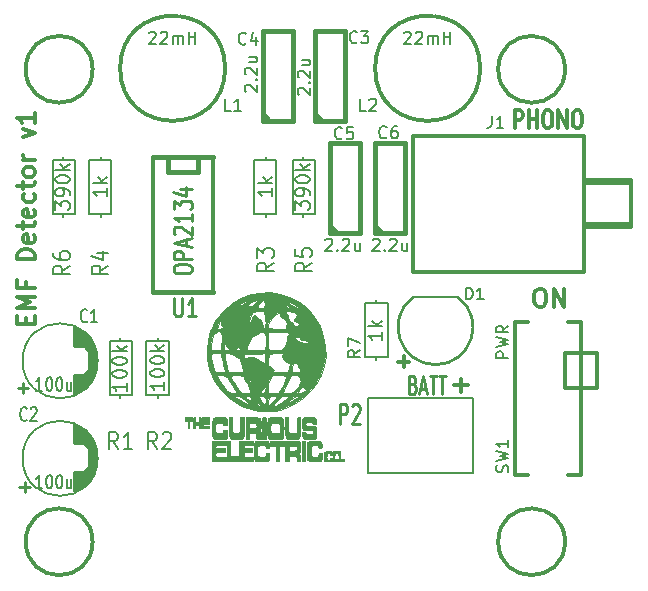
<source format=gbr>
G04 #@! TF.GenerationSoftware,KiCad,Pcbnew,(5.1.10)-1*
G04 #@! TF.CreationDate,2021-07-25T15:26:41+01:00*
G04 #@! TF.ProjectId,EMFDetector_v2,454d4644-6574-4656-9374-6f725f76322e,rev?*
G04 #@! TF.SameCoordinates,PX7270e00PY8a48640*
G04 #@! TF.FileFunction,Legend,Top*
G04 #@! TF.FilePolarity,Positive*
%FSLAX46Y46*%
G04 Gerber Fmt 4.6, Leading zero omitted, Abs format (unit mm)*
G04 Created by KiCad (PCBNEW (5.1.10)-1) date 2021-07-25 15:26:41*
%MOMM*%
%LPD*%
G01*
G04 APERTURE LIST*
%ADD10C,0.300000*%
%ADD11C,0.127000*%
%ADD12C,0.304800*%
%ADD13C,0.381000*%
%ADD14C,0.200000*%
%ADD15C,0.203200*%
%ADD16C,0.254000*%
%ADD17C,0.010000*%
%ADD18C,0.285750*%
%ADD19C,0.287020*%
%ADD20C,0.271780*%
%ADD21C,0.150000*%
G04 APERTURE END LIST*
D10*
X45568428Y26568429D02*
X45854142Y26568429D01*
X45997000Y26497000D01*
X46139857Y26354143D01*
X46211285Y26068429D01*
X46211285Y25568429D01*
X46139857Y25282715D01*
X45997000Y25139858D01*
X45854142Y25068429D01*
X45568428Y25068429D01*
X45425571Y25139858D01*
X45282714Y25282715D01*
X45211285Y25568429D01*
X45211285Y26068429D01*
X45282714Y26354143D01*
X45425571Y26497000D01*
X45568428Y26568429D01*
X46854142Y25068429D02*
X46854142Y26568429D01*
X47711285Y25068429D01*
X47711285Y26568429D01*
X2142857Y23571429D02*
X2142857Y24071429D01*
X2928571Y24285715D02*
X2928571Y23571429D01*
X1428571Y23571429D01*
X1428571Y24285715D01*
X2928571Y24928572D02*
X1428571Y24928572D01*
X2500000Y25428572D01*
X1428571Y25928572D01*
X2928571Y25928572D01*
X2142857Y27142858D02*
X2142857Y26642858D01*
X2928571Y26642858D02*
X1428571Y26642858D01*
X1428571Y27357143D01*
X2928571Y29071429D02*
X1428571Y29071429D01*
X1428571Y29428572D01*
X1500000Y29642858D01*
X1642857Y29785715D01*
X1785714Y29857143D01*
X2071428Y29928572D01*
X2285714Y29928572D01*
X2571428Y29857143D01*
X2714285Y29785715D01*
X2857142Y29642858D01*
X2928571Y29428572D01*
X2928571Y29071429D01*
X2857142Y31142858D02*
X2928571Y31000000D01*
X2928571Y30714286D01*
X2857142Y30571429D01*
X2714285Y30500000D01*
X2142857Y30500000D01*
X2000000Y30571429D01*
X1928571Y30714286D01*
X1928571Y31000000D01*
X2000000Y31142858D01*
X2142857Y31214286D01*
X2285714Y31214286D01*
X2428571Y30500000D01*
X1928571Y31642858D02*
X1928571Y32214286D01*
X1428571Y31857143D02*
X2714285Y31857143D01*
X2857142Y31928572D01*
X2928571Y32071429D01*
X2928571Y32214286D01*
X2857142Y33285715D02*
X2928571Y33142858D01*
X2928571Y32857143D01*
X2857142Y32714286D01*
X2714285Y32642858D01*
X2142857Y32642858D01*
X2000000Y32714286D01*
X1928571Y32857143D01*
X1928571Y33142858D01*
X2000000Y33285715D01*
X2142857Y33357143D01*
X2285714Y33357143D01*
X2428571Y32642858D01*
X2857142Y34642858D02*
X2928571Y34500000D01*
X2928571Y34214286D01*
X2857142Y34071429D01*
X2785714Y34000000D01*
X2642857Y33928572D01*
X2214285Y33928572D01*
X2071428Y34000000D01*
X2000000Y34071429D01*
X1928571Y34214286D01*
X1928571Y34500000D01*
X2000000Y34642858D01*
X1928571Y35071429D02*
X1928571Y35642858D01*
X1428571Y35285715D02*
X2714285Y35285715D01*
X2857142Y35357143D01*
X2928571Y35500000D01*
X2928571Y35642858D01*
X2928571Y36357143D02*
X2857142Y36214286D01*
X2785714Y36142858D01*
X2642857Y36071429D01*
X2214285Y36071429D01*
X2071428Y36142858D01*
X2000000Y36214286D01*
X1928571Y36357143D01*
X1928571Y36571429D01*
X2000000Y36714286D01*
X2071428Y36785715D01*
X2214285Y36857143D01*
X2642857Y36857143D01*
X2785714Y36785715D01*
X2857142Y36714286D01*
X2928571Y36571429D01*
X2928571Y36357143D01*
X2928571Y37500000D02*
X1928571Y37500000D01*
X2214285Y37500000D02*
X2071428Y37571429D01*
X2000000Y37642858D01*
X1928571Y37785715D01*
X1928571Y37928572D01*
X1928571Y39428572D02*
X2928571Y39785715D01*
X1928571Y40142858D01*
X2928571Y41500000D02*
X2928571Y40642858D01*
X2928571Y41071429D02*
X1428571Y41071429D01*
X1642857Y40928572D01*
X1785714Y40785715D01*
X1857142Y40642858D01*
X7602000Y12992000D02*
X7221000Y13373000D01*
X7094000Y10960000D02*
X7602000Y11468000D01*
X6332000Y10960000D02*
X7602000Y10960000D01*
X7094000Y13500000D02*
X7729000Y13500000D01*
X6332000Y13500000D02*
X7348000Y13500000D01*
X6332000Y9563000D02*
X7221000Y10071000D01*
X7221000Y10071000D02*
X7856000Y10960000D01*
X7856000Y10960000D02*
X7983000Y11468000D01*
X7983000Y11468000D02*
X8110000Y12611000D01*
X8110000Y12611000D02*
X7856000Y13373000D01*
X7856000Y13373000D02*
X7475000Y14008000D01*
X7475000Y14008000D02*
X6713000Y14770000D01*
X6713000Y14770000D02*
X6713000Y14008000D01*
X7348000Y10960000D02*
X7348000Y10198000D01*
X7094000Y10960000D02*
X7094000Y10071000D01*
X6840000Y10960000D02*
X6840000Y9817000D01*
X6586000Y10960000D02*
X6586000Y9690000D01*
X7983000Y11595000D02*
X7983000Y12992000D01*
X7856000Y13500000D02*
X7856000Y11087000D01*
X7348000Y13500000D02*
X7348000Y14262000D01*
X7602000Y10579000D02*
X7602000Y14008000D01*
X7094000Y13500000D02*
X7094000Y14516000D01*
X6840000Y13500000D02*
X6840000Y14643000D01*
X6586000Y13500000D02*
X6586000Y14897000D01*
X6332000Y13500000D02*
X6332000Y15024000D01*
X6332000Y9436000D02*
X6332000Y10960000D01*
D11*
X8237000Y12230000D02*
G75*
G03*
X8237000Y12230000I-3175000J0D01*
G01*
D10*
X7602000Y21247000D02*
X7221000Y21628000D01*
X7094000Y19215000D02*
X7602000Y19723000D01*
X6332000Y19215000D02*
X7602000Y19215000D01*
X7094000Y21755000D02*
X7729000Y21755000D01*
X6332000Y21755000D02*
X7348000Y21755000D01*
X6332000Y17818000D02*
X7221000Y18326000D01*
X7221000Y18326000D02*
X7856000Y19215000D01*
X7856000Y19215000D02*
X7983000Y19723000D01*
X7983000Y19723000D02*
X8110000Y20866000D01*
X8110000Y20866000D02*
X7856000Y21628000D01*
X7856000Y21628000D02*
X7475000Y22263000D01*
X7475000Y22263000D02*
X6713000Y23025000D01*
X6713000Y23025000D02*
X6713000Y22263000D01*
X7348000Y19215000D02*
X7348000Y18453000D01*
X7094000Y19215000D02*
X7094000Y18326000D01*
X6840000Y19215000D02*
X6840000Y18072000D01*
X6586000Y19215000D02*
X6586000Y17945000D01*
X7983000Y19850000D02*
X7983000Y21247000D01*
X7856000Y21755000D02*
X7856000Y19342000D01*
X7348000Y21755000D02*
X7348000Y22517000D01*
X7602000Y18834000D02*
X7602000Y22263000D01*
X7094000Y21755000D02*
X7094000Y22771000D01*
X6840000Y21755000D02*
X6840000Y22898000D01*
X6586000Y21755000D02*
X6586000Y23152000D01*
X6332000Y21755000D02*
X6332000Y23279000D01*
X6332000Y17691000D02*
X6332000Y19215000D01*
D11*
X8237000Y20485000D02*
G75*
G03*
X8237000Y20485000I-3175000J0D01*
G01*
D12*
X18016000Y37757000D02*
X18016000Y26327000D01*
X12936000Y26327000D02*
X12936000Y37757000D01*
D13*
X12936000Y37757000D02*
X18016000Y37757000D01*
X16746000Y37757000D02*
X16746000Y36487000D01*
X16746000Y36487000D02*
X14206000Y36487000D01*
X14206000Y36487000D02*
X14206000Y37757000D01*
X18016000Y26327000D02*
X12936000Y26327000D01*
D14*
X31097000Y17310000D02*
X39987000Y17310000D01*
X39987000Y17310000D02*
X39987000Y10960000D01*
X39987000Y10960000D02*
X31097000Y10960000D01*
X31097000Y10960000D02*
X31097000Y17310000D01*
D10*
X47937000Y21110000D02*
X50537000Y21110000D01*
X50537000Y21110000D02*
X50537000Y18210000D01*
X50537000Y18210000D02*
X47837000Y18210000D01*
X47837000Y18210000D02*
X47837000Y21110000D01*
X47837000Y21110000D02*
X48237000Y21110000D01*
X49137000Y10810000D02*
X48037000Y10810000D01*
X43537000Y10810000D02*
X44637000Y10810000D01*
X49137000Y23810000D02*
X48037000Y23810000D01*
X43537000Y23810000D02*
X44637000Y23810000D01*
X49137000Y23810000D02*
X49137000Y10810000D01*
X43537000Y10810000D02*
X43537000Y23810000D01*
D15*
X38750000Y25924800D02*
X34940000Y25924800D01*
D16*
X34937332Y25871997D02*
G75*
G03*
X38750000Y25874000I1907668J-2537997D01*
G01*
D14*
X32781000Y20794000D02*
X32781000Y25366000D01*
X30876000Y20794000D02*
X32781000Y20794000D01*
X30876000Y25366000D02*
X30876000Y20794000D01*
X32781000Y25366000D02*
X30876000Y25366000D01*
X31765000Y20794000D02*
X31765000Y20540000D01*
X31765000Y25366000D02*
X31765000Y25620000D01*
X21445000Y37503000D02*
X21445000Y32931000D01*
X23350000Y37503000D02*
X21445000Y37503000D01*
X23350000Y32931000D02*
X23350000Y37503000D01*
X21445000Y32931000D02*
X23350000Y32931000D01*
X22461000Y37503000D02*
X22461000Y37757000D01*
X22461000Y32931000D02*
X22461000Y32677000D01*
X7475000Y37503000D02*
X7475000Y32931000D01*
X9380000Y37503000D02*
X7475000Y37503000D01*
X9380000Y32931000D02*
X9380000Y37503000D01*
X7475000Y32931000D02*
X9380000Y32931000D01*
X8491000Y37503000D02*
X8491000Y37757000D01*
X8491000Y32931000D02*
X8491000Y32677000D01*
D12*
X27287000Y40805000D02*
X26652000Y41440000D01*
D13*
X26652000Y48425000D02*
X26652000Y40805000D01*
X29192000Y48425000D02*
X26652000Y48425000D01*
X29192000Y40805000D02*
X29192000Y48425000D01*
X26652000Y40805000D02*
X29192000Y40805000D01*
D12*
X22842000Y40805000D02*
X22207000Y41440000D01*
D13*
X22207000Y48425000D02*
X22207000Y40805000D01*
X24747000Y48425000D02*
X22207000Y48425000D01*
X24747000Y40805000D02*
X24747000Y48425000D01*
X22207000Y40805000D02*
X24747000Y40805000D01*
D12*
X28557000Y31280000D02*
X27922000Y31915000D01*
D13*
X27922000Y38900000D02*
X27922000Y31280000D01*
X30462000Y38900000D02*
X27922000Y38900000D01*
X30462000Y31280000D02*
X30462000Y38900000D01*
X27922000Y31280000D02*
X30462000Y31280000D01*
D12*
X32367000Y31280000D02*
X31732000Y31915000D01*
D13*
X31732000Y38900000D02*
X31732000Y31280000D01*
X34272000Y38900000D02*
X31732000Y38900000D01*
X34272000Y31280000D02*
X34272000Y38900000D01*
X31732000Y31280000D02*
X34272000Y31280000D01*
D12*
X19032000Y45250000D02*
G75*
G03*
X19032000Y45250000I-4445000J0D01*
G01*
X40622000Y45250000D02*
G75*
G03*
X40622000Y45250000I-4445000J0D01*
G01*
D10*
X7810427Y45165000D02*
G75*
G03*
X7810427Y45165000I-2828427J0D01*
G01*
X7810427Y5165000D02*
G75*
G03*
X7810427Y5165000I-2828427J0D01*
G01*
X47810427Y5165000D02*
G75*
G03*
X47810427Y5165000I-2828427J0D01*
G01*
X47810427Y45165000D02*
G75*
G03*
X47810427Y45165000I-2828427J0D01*
G01*
D17*
G36*
X23659967Y26160388D02*
G01*
X24447088Y25907432D01*
X25187197Y25523904D01*
X25862661Y25012668D01*
X26455847Y24376588D01*
X26949123Y23618528D01*
X27030068Y23461000D01*
X27358322Y22617884D01*
X27527204Y21763259D01*
X27544382Y20913384D01*
X27417527Y20084518D01*
X27154307Y19292921D01*
X26762391Y18554852D01*
X26249449Y17886569D01*
X25623148Y17304331D01*
X24891159Y16824399D01*
X24061151Y16463029D01*
X23674946Y16347863D01*
X23183271Y16264241D01*
X22601565Y16232071D01*
X22000312Y16250436D01*
X21449991Y16318419D01*
X21181667Y16380295D01*
X20380472Y16687919D01*
X19641754Y17136380D01*
X19293653Y17436758D01*
X19827666Y17436758D01*
X19913150Y17353906D01*
X20138762Y17220508D01*
X20419667Y17074234D01*
X20755044Y16911463D01*
X20948803Y16836658D01*
X21004579Y16850746D01*
X20926007Y16954656D01*
X20915333Y16964585D01*
X21671919Y16964585D01*
X21710910Y16877702D01*
X21742800Y16835833D01*
X21905585Y16658998D01*
X22032898Y16570147D01*
X22097919Y16575413D01*
X22091621Y16603000D01*
X22663231Y16603000D01*
X22727186Y16672998D01*
X23131002Y16672998D01*
X23193619Y16636781D01*
X23353418Y16681296D01*
X23588266Y16800366D01*
X23726139Y16890174D01*
X24229667Y16890174D01*
X24653000Y17103021D01*
X24912688Y17237567D01*
X25122852Y17353443D01*
X25203333Y17402637D01*
X25262667Y17464486D01*
X25178436Y17488462D01*
X25096256Y17490704D01*
X24837445Y17413141D01*
X24545923Y17191087D01*
X24229667Y16890174D01*
X23726139Y16890174D01*
X23876029Y16987809D01*
X23877217Y16988660D01*
X24115920Y17170283D01*
X24287648Y17321343D01*
X24356556Y17410189D01*
X24356667Y17411993D01*
X24281782Y17463092D01*
X24095747Y17490517D01*
X24033922Y17492000D01*
X23878077Y17486159D01*
X23755729Y17452051D01*
X23636625Y17364799D01*
X23490513Y17199526D01*
X23287141Y16931355D01*
X23187699Y16796130D01*
X23131002Y16672998D01*
X22727186Y16672998D01*
X23001949Y16973722D01*
X23183564Y17184879D01*
X23306498Y17351508D01*
X23340667Y17423333D01*
X23266413Y17467746D01*
X23082129Y17479451D01*
X23023167Y17475944D01*
X22705667Y17449667D01*
X22684449Y17026333D01*
X22663231Y16603000D01*
X22091621Y16603000D01*
X22073827Y16680928D01*
X22020547Y16772333D01*
X21881463Y16924693D01*
X21754229Y16984000D01*
X21671919Y16964585D01*
X20915333Y16964585D01*
X20716721Y17149318D01*
X20716000Y17149953D01*
X20431519Y17368176D01*
X20191414Y17471242D01*
X20057979Y17486649D01*
X20673667Y17486649D01*
X20911221Y17277658D01*
X21095893Y17123442D01*
X21188543Y17085333D01*
X21220663Y17163600D01*
X21224000Y17280333D01*
X21207033Y17383657D01*
X21914931Y17383657D01*
X21984312Y17218034D01*
X22127520Y17014822D01*
X22273630Y16839248D01*
X22361785Y16788854D01*
X22425106Y16846067D01*
X22429870Y16854372D01*
X22467896Y17032584D01*
X22450956Y17241234D01*
X22380981Y17423040D01*
X22242611Y17487469D01*
X22148606Y17492000D01*
X21969399Y17468269D01*
X21914931Y17383657D01*
X21207033Y17383657D01*
X21199920Y17426968D01*
X21093813Y17483128D01*
X20948833Y17489325D01*
X20673667Y17486649D01*
X20057979Y17486649D01*
X20042900Y17488390D01*
X19873764Y17478455D01*
X19827666Y17436758D01*
X19293653Y17436758D01*
X18942880Y17739441D01*
X18937157Y17745158D01*
X18365567Y18400552D01*
X17947630Y19080770D01*
X17915616Y19165890D01*
X18368676Y19165890D01*
X18390221Y19084436D01*
X18509882Y18833328D01*
X18726625Y18511290D01*
X19011132Y18160070D01*
X19136962Y18021167D01*
X19351456Y17832761D01*
X19569394Y17755312D01*
X19726346Y17746000D01*
X20058142Y17746000D01*
X19904451Y17978833D01*
X19780260Y18172657D01*
X19607863Y18448653D01*
X19441339Y18719667D01*
X19273479Y18986137D01*
X19188873Y19089077D01*
X19534571Y19089077D01*
X19623286Y18875931D01*
X19755543Y18654484D01*
X20000134Y18274414D01*
X20187177Y18017515D01*
X20343382Y17860074D01*
X20495461Y17778382D01*
X20670123Y17748727D01*
X20778965Y17746000D01*
X21011962Y17751833D01*
X21094249Y17781174D01*
X22095042Y17781174D01*
X22228688Y17746002D01*
X22230130Y17746000D01*
X22374487Y17821108D01*
X22434320Y17978833D01*
X22451803Y18166726D01*
X22663333Y18166726D01*
X22663333Y17746000D01*
X23601279Y17746000D01*
X23633537Y17813313D01*
X23947444Y17813313D01*
X24006565Y17775147D01*
X24188674Y17750752D01*
X24342496Y17746000D01*
X25107685Y17746000D01*
X25357796Y17746000D01*
X25609497Y17801135D01*
X25807787Y17912517D01*
X25932154Y18027826D01*
X25927632Y18074308D01*
X25856772Y18081850D01*
X25706421Y18154563D01*
X25645105Y18247424D01*
X25597698Y18329257D01*
X25530448Y18309302D01*
X25413458Y18170630D01*
X25346009Y18078091D01*
X25107685Y17746000D01*
X24342496Y17746000D01*
X24609184Y17758493D01*
X24781609Y17819447D01*
X24934320Y17964079D01*
X25014635Y18063500D01*
X25248095Y18377447D01*
X25379359Y18606717D01*
X25422594Y18789648D01*
X25391970Y18964577D01*
X25369485Y19023682D01*
X25280584Y19183700D01*
X25150722Y19253902D01*
X24917895Y19268895D01*
X24568333Y19267790D01*
X24272000Y18574208D01*
X24136596Y18257156D01*
X24026710Y17999606D01*
X23959226Y17841143D01*
X23947444Y17813313D01*
X23633537Y17813313D01*
X23894306Y18357445D01*
X24072840Y18741105D01*
X24166968Y18998716D01*
X24168694Y19155342D01*
X24070025Y19236047D01*
X23862964Y19265894D01*
X23603215Y19270000D01*
X23019097Y19270000D01*
X22841215Y18928726D01*
X22697831Y18507142D01*
X22663333Y18166726D01*
X22451803Y18166726D01*
X22454038Y18190744D01*
X22402811Y18249111D01*
X22281357Y18153516D01*
X22232712Y18096454D01*
X22096354Y17893913D01*
X22095042Y17781174D01*
X21094249Y17781174D01*
X21115665Y17788810D01*
X21130100Y17886146D01*
X21111900Y17989001D01*
X21049450Y18195101D01*
X20936869Y18482567D01*
X20826150Y18729834D01*
X20667741Y19062373D01*
X21006582Y19062373D01*
X21025342Y18928368D01*
X21077306Y18768846D01*
X21152036Y18614577D01*
X21201594Y18601061D01*
X21208187Y18621825D01*
X21191248Y18796779D01*
X21137827Y18934148D01*
X21046362Y19070543D01*
X21006582Y19062373D01*
X20667741Y19062373D01*
X20589000Y19227667D01*
X20059833Y19252874D01*
X19741290Y19254825D01*
X19570054Y19207800D01*
X19534571Y19089077D01*
X19188873Y19089077D01*
X19146798Y19140268D01*
X19016615Y19215674D01*
X18838247Y19245966D01*
X18731354Y19253769D01*
X18491844Y19264017D01*
X18383472Y19240939D01*
X18368676Y19165890D01*
X17915616Y19165890D01*
X17672097Y19813361D01*
X17527722Y20625873D01*
X17514190Y20925168D01*
X17837333Y20925168D01*
X17858437Y20687685D01*
X17912182Y20373105D01*
X17984214Y20048758D01*
X18060181Y19781974D01*
X18104430Y19672167D01*
X18206106Y19575895D01*
X18406565Y19531161D01*
X18608018Y19524000D01*
X18858195Y19531143D01*
X18975524Y19562685D01*
X18996237Y19633797D01*
X18984099Y19681467D01*
X18942981Y19837282D01*
X18883496Y20092326D01*
X18816833Y20394604D01*
X18754183Y20692118D01*
X18706735Y20932873D01*
X18703137Y20955433D01*
X18995937Y20955433D01*
X19023515Y20712669D01*
X19035478Y20624824D01*
X19095640Y20289800D01*
X19175609Y19974420D01*
X19228811Y19820490D01*
X19352693Y19524000D01*
X20518631Y19524000D01*
X20425261Y20093239D01*
X20387520Y20323337D01*
X20631333Y20323337D01*
X20672990Y20236134D01*
X20717381Y20244520D01*
X20766223Y20345989D01*
X20754717Y20376517D01*
X20672984Y20451591D01*
X20632989Y20366084D01*
X20631333Y20323337D01*
X20387520Y20323337D01*
X20331892Y20662478D01*
X19867779Y20896154D01*
X19580827Y21023126D01*
X19512077Y21045758D01*
X20592629Y21045758D01*
X20610426Y20921969D01*
X20665790Y20763323D01*
X20773052Y20737933D01*
X20833031Y20754294D01*
X21072427Y20803415D01*
X21205126Y20812388D01*
X21399830Y20774866D01*
X21653902Y20679767D01*
X21919756Y20551529D01*
X22149808Y20414588D01*
X22296475Y20293383D01*
X22324667Y20237440D01*
X22348735Y20128560D01*
X22367000Y20116667D01*
X22389188Y20193665D01*
X22395948Y20282043D01*
X22671308Y20282043D01*
X22689927Y20114868D01*
X22754217Y20020142D01*
X22881848Y19949580D01*
X22912772Y19935781D01*
X23093736Y19821543D01*
X23127743Y19692243D01*
X23122545Y19672997D01*
X23115396Y19596987D01*
X23174914Y19552184D01*
X23332777Y19530580D01*
X23620662Y19524168D01*
X23711981Y19524000D01*
X24348707Y19524000D01*
X24673037Y19524000D01*
X25022852Y19524000D01*
X25249587Y19537700D01*
X25351610Y19592379D01*
X25372667Y19688337D01*
X25341005Y19820333D01*
X26896667Y19820333D01*
X26939000Y19778000D01*
X26981333Y19820333D01*
X26939000Y19862667D01*
X26896667Y19820333D01*
X25341005Y19820333D01*
X25333788Y19850418D01*
X25288000Y19905000D01*
X25215520Y20025061D01*
X25203333Y20112605D01*
X25140341Y20260806D01*
X25000399Y20339586D01*
X24857055Y20310807D01*
X24843827Y20299028D01*
X24784571Y20171616D01*
X24731517Y19948652D01*
X24719837Y19872919D01*
X24673037Y19524000D01*
X24348707Y19524000D01*
X24436881Y19841500D01*
X24503060Y20096721D01*
X24516823Y20229533D01*
X24475589Y20279365D01*
X24407771Y20286000D01*
X24285524Y20345463D01*
X24110811Y20496159D01*
X24022698Y20589918D01*
X23864369Y20789561D01*
X23815800Y20918757D01*
X23858268Y21017236D01*
X23889861Y21079570D01*
X23836662Y21113547D01*
X23671434Y21124263D01*
X23366937Y21116816D01*
X23333174Y21115485D01*
X22705667Y21090333D01*
X22680688Y20569951D01*
X22671308Y20282043D01*
X22395948Y20282043D01*
X22404515Y20394043D01*
X22409333Y20632187D01*
X22409333Y21147707D01*
X21880167Y21098830D01*
X21492993Y21064524D01*
X21231783Y21047185D01*
X21054045Y21046517D01*
X20917293Y21062226D01*
X20789728Y21091254D01*
X20632753Y21116142D01*
X20592629Y21045758D01*
X19512077Y21045758D01*
X19321241Y21108579D01*
X19184846Y21131248D01*
X19065024Y21125465D01*
X19005914Y21079945D01*
X18995937Y20955433D01*
X18703137Y20955433D01*
X18685679Y21064870D01*
X18685470Y21069167D01*
X18608397Y21105409D01*
X18412971Y21128398D01*
X18260667Y21132667D01*
X18009292Y21125647D01*
X17883881Y21090461D01*
X17841207Y21005923D01*
X17837333Y20925168D01*
X17514190Y20925168D01*
X17498667Y21268454D01*
X17507050Y21386667D01*
X17815518Y21386667D01*
X18660983Y21386667D01*
X18695797Y21640667D01*
X18938000Y21640667D01*
X18960511Y21459406D01*
X19057444Y21392994D01*
X19154453Y21386667D01*
X19370907Y21386667D01*
X19329257Y21457176D01*
X19978852Y21457176D01*
X20065630Y21391341D01*
X20116278Y21386667D01*
X20261825Y21440452D01*
X20287516Y21506611D01*
X20553351Y21506611D01*
X20574028Y21416269D01*
X20604503Y21455458D01*
X20614167Y21582151D01*
X20885333Y21582151D01*
X20893512Y21489177D01*
X20939852Y21431621D01*
X21057063Y21401004D01*
X21277852Y21388845D01*
X21634926Y21386667D01*
X22393443Y21386667D01*
X22451441Y21808359D01*
X22476898Y22178447D01*
X22455486Y22517429D01*
X22393787Y22782708D01*
X22327292Y22886544D01*
X22663333Y22886544D01*
X22663333Y22193050D01*
X22669798Y21865293D01*
X22686984Y21605825D01*
X22711580Y21458656D01*
X22719778Y21443111D01*
X22828361Y21413362D01*
X23053750Y21392911D01*
X23297686Y21386667D01*
X23610320Y21397805D01*
X23808962Y21441172D01*
X23948065Y21531693D01*
X23992661Y21577167D01*
X24215681Y21877558D01*
X24303592Y22161050D01*
X24294730Y22380525D01*
X24294269Y22405981D01*
X24927768Y22405981D01*
X24975718Y22329044D01*
X25150082Y22220957D01*
X25220252Y22183527D01*
X25470979Y22077237D01*
X25727428Y22008060D01*
X25952693Y21979111D01*
X26109869Y21993507D01*
X26162048Y22054362D01*
X26134667Y22106333D01*
X25975637Y22194134D01*
X25721356Y22232938D01*
X25691908Y22233333D01*
X25474304Y22247667D01*
X25394527Y22299042D01*
X25401621Y22355999D01*
X25380271Y22471316D01*
X25255500Y22536954D01*
X25090376Y22534152D01*
X24983355Y22480436D01*
X24927768Y22405981D01*
X24294269Y22405981D01*
X24290825Y22595908D01*
X24373494Y22700194D01*
X24389533Y22707083D01*
X24507148Y22783768D01*
X24526000Y22823265D01*
X24448410Y22875906D01*
X24243683Y22918358D01*
X23953887Y22947076D01*
X23621088Y22958519D01*
X23287353Y22949143D01*
X23159264Y22938379D01*
X22663333Y22886544D01*
X22327292Y22886544D01*
X22298383Y22931687D01*
X22276012Y22943710D01*
X22106066Y22957883D01*
X21954985Y22901367D01*
X21901333Y22816942D01*
X21832395Y22750322D01*
X21770905Y22741333D01*
X21597545Y22687400D01*
X21394962Y22556757D01*
X21222118Y22396141D01*
X21137973Y22252288D01*
X21136640Y22238578D01*
X21085742Y22069266D01*
X21009640Y21941985D01*
X20909242Y21728683D01*
X20885333Y21582151D01*
X20614167Y21582151D01*
X20614597Y21587782D01*
X20597819Y21617736D01*
X20559337Y21592485D01*
X20553351Y21506611D01*
X20287516Y21506611D01*
X20292667Y21519875D01*
X20229188Y21621601D01*
X20151516Y21625708D01*
X20010385Y21555005D01*
X19978852Y21457176D01*
X19329257Y21457176D01*
X19220865Y21640667D01*
X19103271Y21810665D01*
X19012463Y21893184D01*
X19004412Y21894667D01*
X18957763Y21821023D01*
X18938004Y21643609D01*
X18938000Y21640667D01*
X18695797Y21640667D01*
X18714825Y21779484D01*
X18768951Y22282791D01*
X18768467Y22639295D01*
X18708290Y22864118D01*
X18583337Y22972386D01*
X18388527Y22979221D01*
X18316779Y22964024D01*
X18165560Y22866026D01*
X18044207Y22645770D01*
X17946422Y22287176D01*
X17873140Y21831167D01*
X17815518Y21386667D01*
X17507050Y21386667D01*
X17562416Y22167402D01*
X17759899Y22974240D01*
X17904193Y23286721D01*
X18383072Y23286721D01*
X18452018Y23190238D01*
X18564638Y23198216D01*
X18727707Y23243796D01*
X18778570Y23249333D01*
X18811592Y23309506D01*
X18771645Y23413101D01*
X18698412Y23635336D01*
X18682573Y23772934D01*
X18681100Y23790758D01*
X20997939Y23790758D01*
X21002775Y23781003D01*
X21117863Y23757660D01*
X21238085Y23853806D01*
X21316907Y24027669D01*
X21323727Y24069109D01*
X21390756Y24259138D01*
X21490734Y24332694D01*
X21662203Y24292488D01*
X21852009Y24142022D01*
X22031987Y23923437D01*
X22173972Y23678876D01*
X22249800Y23450481D01*
X22231306Y23280394D01*
X22211310Y23254510D01*
X22178537Y23179831D01*
X22254817Y23164667D01*
X22370820Y23243168D01*
X22442181Y23434741D01*
X22444477Y23474597D01*
X22663333Y23474597D01*
X22680073Y23351975D01*
X22749273Y23269937D01*
X22899403Y23219477D01*
X23158931Y23191589D01*
X23556327Y23177269D01*
X23606655Y23176197D01*
X23907839Y23173907D01*
X24081653Y23192183D01*
X24169948Y23245445D01*
X24214576Y23348110D01*
X24225368Y23389350D01*
X24236621Y23634735D01*
X24170534Y23871776D01*
X24050971Y24043618D01*
X23928767Y24096000D01*
X23789089Y24167101D01*
X23702686Y24327223D01*
X23709307Y24496595D01*
X23719540Y24515892D01*
X23688815Y24543515D01*
X23546962Y24504062D01*
X23514507Y24490922D01*
X23275906Y24341270D01*
X23032408Y24111536D01*
X22824017Y23849485D01*
X22690738Y23602886D01*
X22663333Y23474597D01*
X22444477Y23474597D01*
X22455737Y23669970D01*
X22432680Y23984852D01*
X22399416Y24196741D01*
X22318422Y24608425D01*
X24102667Y24608425D01*
X24162154Y24522634D01*
X24184070Y24519333D01*
X24254733Y24445760D01*
X24332659Y24261842D01*
X24355292Y24185773D01*
X24465501Y23927529D01*
X24611794Y23799311D01*
X24612555Y23799067D01*
X24748674Y23712098D01*
X24780000Y23641561D01*
X24843629Y23464234D01*
X24997002Y23402029D01*
X25129532Y23445101D01*
X25255632Y23543941D01*
X25288000Y23594776D01*
X25220130Y23662828D01*
X25076333Y23741928D01*
X24901138Y23866381D01*
X24886699Y24019698D01*
X25009274Y24200123D01*
X25107909Y24383570D01*
X25047995Y24529241D01*
X24837712Y24628941D01*
X24716625Y24646333D01*
X25288000Y24646333D01*
X25330333Y24604000D01*
X25372667Y24646333D01*
X25330333Y24688667D01*
X25288000Y24646333D01*
X24716625Y24646333D01*
X24538446Y24671925D01*
X24268955Y24671726D01*
X24121311Y24636474D01*
X24102667Y24608425D01*
X22318422Y24608425D01*
X22302635Y24688667D01*
X21911484Y24687370D01*
X21656022Y24673885D01*
X21468173Y24641384D01*
X21425873Y24623870D01*
X21332431Y24516271D01*
X21215907Y24325356D01*
X21103312Y24104928D01*
X21021653Y23908794D01*
X20997939Y23790758D01*
X18681100Y23790758D01*
X18673285Y23885305D01*
X18631364Y23876679D01*
X18532037Y23735952D01*
X18504463Y23693102D01*
X18399034Y23466834D01*
X18383072Y23286721D01*
X17904193Y23286721D01*
X18100466Y23711765D01*
X18371035Y24091003D01*
X20716000Y24091003D01*
X20743208Y24014075D01*
X20805643Y24081186D01*
X20832972Y24142731D01*
X20838889Y24230130D01*
X20799697Y24222401D01*
X20719009Y24114000D01*
X20716000Y24091003D01*
X18371035Y24091003D01*
X18593467Y24402770D01*
X18937397Y24775684D01*
X19285274Y25069667D01*
X20716000Y25069667D01*
X20758333Y25027333D01*
X20800431Y25069431D01*
X21777220Y25069431D01*
X21827888Y25018607D01*
X21937379Y24959051D01*
X22043248Y24954032D01*
X22223372Y24997218D01*
X22360517Y25068351D01*
X22388959Y25178812D01*
X24187333Y25178812D01*
X24221882Y25030714D01*
X24243778Y24999111D01*
X24360280Y24944580D01*
X24437787Y24992390D01*
X24441333Y25016967D01*
X24383407Y25127308D01*
X24314333Y25196667D01*
X24213683Y25257438D01*
X24187381Y25186292D01*
X24187333Y25178812D01*
X22388959Y25178812D01*
X22398470Y25215746D01*
X22392706Y25312869D01*
X22333400Y25512770D01*
X24370698Y25512770D01*
X24405207Y25454817D01*
X24468823Y25383115D01*
X24644896Y25234418D01*
X24882273Y25086189D01*
X25112343Y24977279D01*
X25243315Y24944595D01*
X25252206Y24992253D01*
X25158648Y25108280D01*
X24971811Y25247624D01*
X24717453Y25385898D01*
X24653000Y25414216D01*
X24445433Y25497909D01*
X24370698Y25512770D01*
X22333400Y25512770D01*
X22328599Y25528952D01*
X22204121Y25592518D01*
X22035596Y25502018D01*
X21909343Y25358727D01*
X21789989Y25174527D01*
X21777220Y25069431D01*
X20800431Y25069431D01*
X20800667Y25069667D01*
X20758333Y25112000D01*
X20716000Y25069667D01*
X19285274Y25069667D01*
X19341954Y25117566D01*
X20888850Y25117566D01*
X20961404Y25124962D01*
X20988455Y25134784D01*
X21136337Y25139661D01*
X21188694Y25100629D01*
X21267936Y25109517D01*
X21418480Y25207271D01*
X21598297Y25356944D01*
X21765359Y25521585D01*
X21877636Y25664247D01*
X21901333Y25727134D01*
X21837957Y25732544D01*
X21677175Y25668739D01*
X21463003Y25559630D01*
X21239461Y25429130D01*
X21050565Y25301152D01*
X20947373Y25208897D01*
X20888850Y25117566D01*
X19341954Y25117566D01*
X19523989Y25271399D01*
X20256473Y25271399D01*
X20336510Y25206179D01*
X20465629Y25229921D01*
X20674618Y25352522D01*
X20814103Y25450667D01*
X20999767Y25592706D01*
X21100277Y25684892D01*
X21104232Y25704667D01*
X20962580Y25670888D01*
X20756806Y25586741D01*
X20537355Y25478005D01*
X20354672Y25370462D01*
X20259203Y25289895D01*
X20256473Y25271399D01*
X19523989Y25271399D01*
X19636310Y25366318D01*
X20394007Y25809193D01*
X21192853Y26107173D01*
X22015217Y26263122D01*
X22843465Y26279906D01*
X23659967Y26160388D01*
G37*
X23659967Y26160388D02*
X24447088Y25907432D01*
X25187197Y25523904D01*
X25862661Y25012668D01*
X26455847Y24376588D01*
X26949123Y23618528D01*
X27030068Y23461000D01*
X27358322Y22617884D01*
X27527204Y21763259D01*
X27544382Y20913384D01*
X27417527Y20084518D01*
X27154307Y19292921D01*
X26762391Y18554852D01*
X26249449Y17886569D01*
X25623148Y17304331D01*
X24891159Y16824399D01*
X24061151Y16463029D01*
X23674946Y16347863D01*
X23183271Y16264241D01*
X22601565Y16232071D01*
X22000312Y16250436D01*
X21449991Y16318419D01*
X21181667Y16380295D01*
X20380472Y16687919D01*
X19641754Y17136380D01*
X19293653Y17436758D01*
X19827666Y17436758D01*
X19913150Y17353906D01*
X20138762Y17220508D01*
X20419667Y17074234D01*
X20755044Y16911463D01*
X20948803Y16836658D01*
X21004579Y16850746D01*
X20926007Y16954656D01*
X20915333Y16964585D01*
X21671919Y16964585D01*
X21710910Y16877702D01*
X21742800Y16835833D01*
X21905585Y16658998D01*
X22032898Y16570147D01*
X22097919Y16575413D01*
X22091621Y16603000D01*
X22663231Y16603000D01*
X22727186Y16672998D01*
X23131002Y16672998D01*
X23193619Y16636781D01*
X23353418Y16681296D01*
X23588266Y16800366D01*
X23726139Y16890174D01*
X24229667Y16890174D01*
X24653000Y17103021D01*
X24912688Y17237567D01*
X25122852Y17353443D01*
X25203333Y17402637D01*
X25262667Y17464486D01*
X25178436Y17488462D01*
X25096256Y17490704D01*
X24837445Y17413141D01*
X24545923Y17191087D01*
X24229667Y16890174D01*
X23726139Y16890174D01*
X23876029Y16987809D01*
X23877217Y16988660D01*
X24115920Y17170283D01*
X24287648Y17321343D01*
X24356556Y17410189D01*
X24356667Y17411993D01*
X24281782Y17463092D01*
X24095747Y17490517D01*
X24033922Y17492000D01*
X23878077Y17486159D01*
X23755729Y17452051D01*
X23636625Y17364799D01*
X23490513Y17199526D01*
X23287141Y16931355D01*
X23187699Y16796130D01*
X23131002Y16672998D01*
X22727186Y16672998D01*
X23001949Y16973722D01*
X23183564Y17184879D01*
X23306498Y17351508D01*
X23340667Y17423333D01*
X23266413Y17467746D01*
X23082129Y17479451D01*
X23023167Y17475944D01*
X22705667Y17449667D01*
X22684449Y17026333D01*
X22663231Y16603000D01*
X22091621Y16603000D01*
X22073827Y16680928D01*
X22020547Y16772333D01*
X21881463Y16924693D01*
X21754229Y16984000D01*
X21671919Y16964585D01*
X20915333Y16964585D01*
X20716721Y17149318D01*
X20716000Y17149953D01*
X20431519Y17368176D01*
X20191414Y17471242D01*
X20057979Y17486649D01*
X20673667Y17486649D01*
X20911221Y17277658D01*
X21095893Y17123442D01*
X21188543Y17085333D01*
X21220663Y17163600D01*
X21224000Y17280333D01*
X21207033Y17383657D01*
X21914931Y17383657D01*
X21984312Y17218034D01*
X22127520Y17014822D01*
X22273630Y16839248D01*
X22361785Y16788854D01*
X22425106Y16846067D01*
X22429870Y16854372D01*
X22467896Y17032584D01*
X22450956Y17241234D01*
X22380981Y17423040D01*
X22242611Y17487469D01*
X22148606Y17492000D01*
X21969399Y17468269D01*
X21914931Y17383657D01*
X21207033Y17383657D01*
X21199920Y17426968D01*
X21093813Y17483128D01*
X20948833Y17489325D01*
X20673667Y17486649D01*
X20057979Y17486649D01*
X20042900Y17488390D01*
X19873764Y17478455D01*
X19827666Y17436758D01*
X19293653Y17436758D01*
X18942880Y17739441D01*
X18937157Y17745158D01*
X18365567Y18400552D01*
X17947630Y19080770D01*
X17915616Y19165890D01*
X18368676Y19165890D01*
X18390221Y19084436D01*
X18509882Y18833328D01*
X18726625Y18511290D01*
X19011132Y18160070D01*
X19136962Y18021167D01*
X19351456Y17832761D01*
X19569394Y17755312D01*
X19726346Y17746000D01*
X20058142Y17746000D01*
X19904451Y17978833D01*
X19780260Y18172657D01*
X19607863Y18448653D01*
X19441339Y18719667D01*
X19273479Y18986137D01*
X19188873Y19089077D01*
X19534571Y19089077D01*
X19623286Y18875931D01*
X19755543Y18654484D01*
X20000134Y18274414D01*
X20187177Y18017515D01*
X20343382Y17860074D01*
X20495461Y17778382D01*
X20670123Y17748727D01*
X20778965Y17746000D01*
X21011962Y17751833D01*
X21094249Y17781174D01*
X22095042Y17781174D01*
X22228688Y17746002D01*
X22230130Y17746000D01*
X22374487Y17821108D01*
X22434320Y17978833D01*
X22451803Y18166726D01*
X22663333Y18166726D01*
X22663333Y17746000D01*
X23601279Y17746000D01*
X23633537Y17813313D01*
X23947444Y17813313D01*
X24006565Y17775147D01*
X24188674Y17750752D01*
X24342496Y17746000D01*
X25107685Y17746000D01*
X25357796Y17746000D01*
X25609497Y17801135D01*
X25807787Y17912517D01*
X25932154Y18027826D01*
X25927632Y18074308D01*
X25856772Y18081850D01*
X25706421Y18154563D01*
X25645105Y18247424D01*
X25597698Y18329257D01*
X25530448Y18309302D01*
X25413458Y18170630D01*
X25346009Y18078091D01*
X25107685Y17746000D01*
X24342496Y17746000D01*
X24609184Y17758493D01*
X24781609Y17819447D01*
X24934320Y17964079D01*
X25014635Y18063500D01*
X25248095Y18377447D01*
X25379359Y18606717D01*
X25422594Y18789648D01*
X25391970Y18964577D01*
X25369485Y19023682D01*
X25280584Y19183700D01*
X25150722Y19253902D01*
X24917895Y19268895D01*
X24568333Y19267790D01*
X24272000Y18574208D01*
X24136596Y18257156D01*
X24026710Y17999606D01*
X23959226Y17841143D01*
X23947444Y17813313D01*
X23633537Y17813313D01*
X23894306Y18357445D01*
X24072840Y18741105D01*
X24166968Y18998716D01*
X24168694Y19155342D01*
X24070025Y19236047D01*
X23862964Y19265894D01*
X23603215Y19270000D01*
X23019097Y19270000D01*
X22841215Y18928726D01*
X22697831Y18507142D01*
X22663333Y18166726D01*
X22451803Y18166726D01*
X22454038Y18190744D01*
X22402811Y18249111D01*
X22281357Y18153516D01*
X22232712Y18096454D01*
X22096354Y17893913D01*
X22095042Y17781174D01*
X21094249Y17781174D01*
X21115665Y17788810D01*
X21130100Y17886146D01*
X21111900Y17989001D01*
X21049450Y18195101D01*
X20936869Y18482567D01*
X20826150Y18729834D01*
X20667741Y19062373D01*
X21006582Y19062373D01*
X21025342Y18928368D01*
X21077306Y18768846D01*
X21152036Y18614577D01*
X21201594Y18601061D01*
X21208187Y18621825D01*
X21191248Y18796779D01*
X21137827Y18934148D01*
X21046362Y19070543D01*
X21006582Y19062373D01*
X20667741Y19062373D01*
X20589000Y19227667D01*
X20059833Y19252874D01*
X19741290Y19254825D01*
X19570054Y19207800D01*
X19534571Y19089077D01*
X19188873Y19089077D01*
X19146798Y19140268D01*
X19016615Y19215674D01*
X18838247Y19245966D01*
X18731354Y19253769D01*
X18491844Y19264017D01*
X18383472Y19240939D01*
X18368676Y19165890D01*
X17915616Y19165890D01*
X17672097Y19813361D01*
X17527722Y20625873D01*
X17514190Y20925168D01*
X17837333Y20925168D01*
X17858437Y20687685D01*
X17912182Y20373105D01*
X17984214Y20048758D01*
X18060181Y19781974D01*
X18104430Y19672167D01*
X18206106Y19575895D01*
X18406565Y19531161D01*
X18608018Y19524000D01*
X18858195Y19531143D01*
X18975524Y19562685D01*
X18996237Y19633797D01*
X18984099Y19681467D01*
X18942981Y19837282D01*
X18883496Y20092326D01*
X18816833Y20394604D01*
X18754183Y20692118D01*
X18706735Y20932873D01*
X18703137Y20955433D01*
X18995937Y20955433D01*
X19023515Y20712669D01*
X19035478Y20624824D01*
X19095640Y20289800D01*
X19175609Y19974420D01*
X19228811Y19820490D01*
X19352693Y19524000D01*
X20518631Y19524000D01*
X20425261Y20093239D01*
X20387520Y20323337D01*
X20631333Y20323337D01*
X20672990Y20236134D01*
X20717381Y20244520D01*
X20766223Y20345989D01*
X20754717Y20376517D01*
X20672984Y20451591D01*
X20632989Y20366084D01*
X20631333Y20323337D01*
X20387520Y20323337D01*
X20331892Y20662478D01*
X19867779Y20896154D01*
X19580827Y21023126D01*
X19512077Y21045758D01*
X20592629Y21045758D01*
X20610426Y20921969D01*
X20665790Y20763323D01*
X20773052Y20737933D01*
X20833031Y20754294D01*
X21072427Y20803415D01*
X21205126Y20812388D01*
X21399830Y20774866D01*
X21653902Y20679767D01*
X21919756Y20551529D01*
X22149808Y20414588D01*
X22296475Y20293383D01*
X22324667Y20237440D01*
X22348735Y20128560D01*
X22367000Y20116667D01*
X22389188Y20193665D01*
X22395948Y20282043D01*
X22671308Y20282043D01*
X22689927Y20114868D01*
X22754217Y20020142D01*
X22881848Y19949580D01*
X22912772Y19935781D01*
X23093736Y19821543D01*
X23127743Y19692243D01*
X23122545Y19672997D01*
X23115396Y19596987D01*
X23174914Y19552184D01*
X23332777Y19530580D01*
X23620662Y19524168D01*
X23711981Y19524000D01*
X24348707Y19524000D01*
X24673037Y19524000D01*
X25022852Y19524000D01*
X25249587Y19537700D01*
X25351610Y19592379D01*
X25372667Y19688337D01*
X25341005Y19820333D01*
X26896667Y19820333D01*
X26939000Y19778000D01*
X26981333Y19820333D01*
X26939000Y19862667D01*
X26896667Y19820333D01*
X25341005Y19820333D01*
X25333788Y19850418D01*
X25288000Y19905000D01*
X25215520Y20025061D01*
X25203333Y20112605D01*
X25140341Y20260806D01*
X25000399Y20339586D01*
X24857055Y20310807D01*
X24843827Y20299028D01*
X24784571Y20171616D01*
X24731517Y19948652D01*
X24719837Y19872919D01*
X24673037Y19524000D01*
X24348707Y19524000D01*
X24436881Y19841500D01*
X24503060Y20096721D01*
X24516823Y20229533D01*
X24475589Y20279365D01*
X24407771Y20286000D01*
X24285524Y20345463D01*
X24110811Y20496159D01*
X24022698Y20589918D01*
X23864369Y20789561D01*
X23815800Y20918757D01*
X23858268Y21017236D01*
X23889861Y21079570D01*
X23836662Y21113547D01*
X23671434Y21124263D01*
X23366937Y21116816D01*
X23333174Y21115485D01*
X22705667Y21090333D01*
X22680688Y20569951D01*
X22671308Y20282043D01*
X22395948Y20282043D01*
X22404515Y20394043D01*
X22409333Y20632187D01*
X22409333Y21147707D01*
X21880167Y21098830D01*
X21492993Y21064524D01*
X21231783Y21047185D01*
X21054045Y21046517D01*
X20917293Y21062226D01*
X20789728Y21091254D01*
X20632753Y21116142D01*
X20592629Y21045758D01*
X19512077Y21045758D01*
X19321241Y21108579D01*
X19184846Y21131248D01*
X19065024Y21125465D01*
X19005914Y21079945D01*
X18995937Y20955433D01*
X18703137Y20955433D01*
X18685679Y21064870D01*
X18685470Y21069167D01*
X18608397Y21105409D01*
X18412971Y21128398D01*
X18260667Y21132667D01*
X18009292Y21125647D01*
X17883881Y21090461D01*
X17841207Y21005923D01*
X17837333Y20925168D01*
X17514190Y20925168D01*
X17498667Y21268454D01*
X17507050Y21386667D01*
X17815518Y21386667D01*
X18660983Y21386667D01*
X18695797Y21640667D01*
X18938000Y21640667D01*
X18960511Y21459406D01*
X19057444Y21392994D01*
X19154453Y21386667D01*
X19370907Y21386667D01*
X19329257Y21457176D01*
X19978852Y21457176D01*
X20065630Y21391341D01*
X20116278Y21386667D01*
X20261825Y21440452D01*
X20287516Y21506611D01*
X20553351Y21506611D01*
X20574028Y21416269D01*
X20604503Y21455458D01*
X20614167Y21582151D01*
X20885333Y21582151D01*
X20893512Y21489177D01*
X20939852Y21431621D01*
X21057063Y21401004D01*
X21277852Y21388845D01*
X21634926Y21386667D01*
X22393443Y21386667D01*
X22451441Y21808359D01*
X22476898Y22178447D01*
X22455486Y22517429D01*
X22393787Y22782708D01*
X22327292Y22886544D01*
X22663333Y22886544D01*
X22663333Y22193050D01*
X22669798Y21865293D01*
X22686984Y21605825D01*
X22711580Y21458656D01*
X22719778Y21443111D01*
X22828361Y21413362D01*
X23053750Y21392911D01*
X23297686Y21386667D01*
X23610320Y21397805D01*
X23808962Y21441172D01*
X23948065Y21531693D01*
X23992661Y21577167D01*
X24215681Y21877558D01*
X24303592Y22161050D01*
X24294730Y22380525D01*
X24294269Y22405981D01*
X24927768Y22405981D01*
X24975718Y22329044D01*
X25150082Y22220957D01*
X25220252Y22183527D01*
X25470979Y22077237D01*
X25727428Y22008060D01*
X25952693Y21979111D01*
X26109869Y21993507D01*
X26162048Y22054362D01*
X26134667Y22106333D01*
X25975637Y22194134D01*
X25721356Y22232938D01*
X25691908Y22233333D01*
X25474304Y22247667D01*
X25394527Y22299042D01*
X25401621Y22355999D01*
X25380271Y22471316D01*
X25255500Y22536954D01*
X25090376Y22534152D01*
X24983355Y22480436D01*
X24927768Y22405981D01*
X24294269Y22405981D01*
X24290825Y22595908D01*
X24373494Y22700194D01*
X24389533Y22707083D01*
X24507148Y22783768D01*
X24526000Y22823265D01*
X24448410Y22875906D01*
X24243683Y22918358D01*
X23953887Y22947076D01*
X23621088Y22958519D01*
X23287353Y22949143D01*
X23159264Y22938379D01*
X22663333Y22886544D01*
X22327292Y22886544D01*
X22298383Y22931687D01*
X22276012Y22943710D01*
X22106066Y22957883D01*
X21954985Y22901367D01*
X21901333Y22816942D01*
X21832395Y22750322D01*
X21770905Y22741333D01*
X21597545Y22687400D01*
X21394962Y22556757D01*
X21222118Y22396141D01*
X21137973Y22252288D01*
X21136640Y22238578D01*
X21085742Y22069266D01*
X21009640Y21941985D01*
X20909242Y21728683D01*
X20885333Y21582151D01*
X20614167Y21582151D01*
X20614597Y21587782D01*
X20597819Y21617736D01*
X20559337Y21592485D01*
X20553351Y21506611D01*
X20287516Y21506611D01*
X20292667Y21519875D01*
X20229188Y21621601D01*
X20151516Y21625708D01*
X20010385Y21555005D01*
X19978852Y21457176D01*
X19329257Y21457176D01*
X19220865Y21640667D01*
X19103271Y21810665D01*
X19012463Y21893184D01*
X19004412Y21894667D01*
X18957763Y21821023D01*
X18938004Y21643609D01*
X18938000Y21640667D01*
X18695797Y21640667D01*
X18714825Y21779484D01*
X18768951Y22282791D01*
X18768467Y22639295D01*
X18708290Y22864118D01*
X18583337Y22972386D01*
X18388527Y22979221D01*
X18316779Y22964024D01*
X18165560Y22866026D01*
X18044207Y22645770D01*
X17946422Y22287176D01*
X17873140Y21831167D01*
X17815518Y21386667D01*
X17507050Y21386667D01*
X17562416Y22167402D01*
X17759899Y22974240D01*
X17904193Y23286721D01*
X18383072Y23286721D01*
X18452018Y23190238D01*
X18564638Y23198216D01*
X18727707Y23243796D01*
X18778570Y23249333D01*
X18811592Y23309506D01*
X18771645Y23413101D01*
X18698412Y23635336D01*
X18682573Y23772934D01*
X18681100Y23790758D01*
X20997939Y23790758D01*
X21002775Y23781003D01*
X21117863Y23757660D01*
X21238085Y23853806D01*
X21316907Y24027669D01*
X21323727Y24069109D01*
X21390756Y24259138D01*
X21490734Y24332694D01*
X21662203Y24292488D01*
X21852009Y24142022D01*
X22031987Y23923437D01*
X22173972Y23678876D01*
X22249800Y23450481D01*
X22231306Y23280394D01*
X22211310Y23254510D01*
X22178537Y23179831D01*
X22254817Y23164667D01*
X22370820Y23243168D01*
X22442181Y23434741D01*
X22444477Y23474597D01*
X22663333Y23474597D01*
X22680073Y23351975D01*
X22749273Y23269937D01*
X22899403Y23219477D01*
X23158931Y23191589D01*
X23556327Y23177269D01*
X23606655Y23176197D01*
X23907839Y23173907D01*
X24081653Y23192183D01*
X24169948Y23245445D01*
X24214576Y23348110D01*
X24225368Y23389350D01*
X24236621Y23634735D01*
X24170534Y23871776D01*
X24050971Y24043618D01*
X23928767Y24096000D01*
X23789089Y24167101D01*
X23702686Y24327223D01*
X23709307Y24496595D01*
X23719540Y24515892D01*
X23688815Y24543515D01*
X23546962Y24504062D01*
X23514507Y24490922D01*
X23275906Y24341270D01*
X23032408Y24111536D01*
X22824017Y23849485D01*
X22690738Y23602886D01*
X22663333Y23474597D01*
X22444477Y23474597D01*
X22455737Y23669970D01*
X22432680Y23984852D01*
X22399416Y24196741D01*
X22318422Y24608425D01*
X24102667Y24608425D01*
X24162154Y24522634D01*
X24184070Y24519333D01*
X24254733Y24445760D01*
X24332659Y24261842D01*
X24355292Y24185773D01*
X24465501Y23927529D01*
X24611794Y23799311D01*
X24612555Y23799067D01*
X24748674Y23712098D01*
X24780000Y23641561D01*
X24843629Y23464234D01*
X24997002Y23402029D01*
X25129532Y23445101D01*
X25255632Y23543941D01*
X25288000Y23594776D01*
X25220130Y23662828D01*
X25076333Y23741928D01*
X24901138Y23866381D01*
X24886699Y24019698D01*
X25009274Y24200123D01*
X25107909Y24383570D01*
X25047995Y24529241D01*
X24837712Y24628941D01*
X24716625Y24646333D01*
X25288000Y24646333D01*
X25330333Y24604000D01*
X25372667Y24646333D01*
X25330333Y24688667D01*
X25288000Y24646333D01*
X24716625Y24646333D01*
X24538446Y24671925D01*
X24268955Y24671726D01*
X24121311Y24636474D01*
X24102667Y24608425D01*
X22318422Y24608425D01*
X22302635Y24688667D01*
X21911484Y24687370D01*
X21656022Y24673885D01*
X21468173Y24641384D01*
X21425873Y24623870D01*
X21332431Y24516271D01*
X21215907Y24325356D01*
X21103312Y24104928D01*
X21021653Y23908794D01*
X20997939Y23790758D01*
X18681100Y23790758D01*
X18673285Y23885305D01*
X18631364Y23876679D01*
X18532037Y23735952D01*
X18504463Y23693102D01*
X18399034Y23466834D01*
X18383072Y23286721D01*
X17904193Y23286721D01*
X18100466Y23711765D01*
X18371035Y24091003D01*
X20716000Y24091003D01*
X20743208Y24014075D01*
X20805643Y24081186D01*
X20832972Y24142731D01*
X20838889Y24230130D01*
X20799697Y24222401D01*
X20719009Y24114000D01*
X20716000Y24091003D01*
X18371035Y24091003D01*
X18593467Y24402770D01*
X18937397Y24775684D01*
X19285274Y25069667D01*
X20716000Y25069667D01*
X20758333Y25027333D01*
X20800431Y25069431D01*
X21777220Y25069431D01*
X21827888Y25018607D01*
X21937379Y24959051D01*
X22043248Y24954032D01*
X22223372Y24997218D01*
X22360517Y25068351D01*
X22388959Y25178812D01*
X24187333Y25178812D01*
X24221882Y25030714D01*
X24243778Y24999111D01*
X24360280Y24944580D01*
X24437787Y24992390D01*
X24441333Y25016967D01*
X24383407Y25127308D01*
X24314333Y25196667D01*
X24213683Y25257438D01*
X24187381Y25186292D01*
X24187333Y25178812D01*
X22388959Y25178812D01*
X22398470Y25215746D01*
X22392706Y25312869D01*
X22333400Y25512770D01*
X24370698Y25512770D01*
X24405207Y25454817D01*
X24468823Y25383115D01*
X24644896Y25234418D01*
X24882273Y25086189D01*
X25112343Y24977279D01*
X25243315Y24944595D01*
X25252206Y24992253D01*
X25158648Y25108280D01*
X24971811Y25247624D01*
X24717453Y25385898D01*
X24653000Y25414216D01*
X24445433Y25497909D01*
X24370698Y25512770D01*
X22333400Y25512770D01*
X22328599Y25528952D01*
X22204121Y25592518D01*
X22035596Y25502018D01*
X21909343Y25358727D01*
X21789989Y25174527D01*
X21777220Y25069431D01*
X20800431Y25069431D01*
X20800667Y25069667D01*
X20758333Y25112000D01*
X20716000Y25069667D01*
X19285274Y25069667D01*
X19341954Y25117566D01*
X20888850Y25117566D01*
X20961404Y25124962D01*
X20988455Y25134784D01*
X21136337Y25139661D01*
X21188694Y25100629D01*
X21267936Y25109517D01*
X21418480Y25207271D01*
X21598297Y25356944D01*
X21765359Y25521585D01*
X21877636Y25664247D01*
X21901333Y25727134D01*
X21837957Y25732544D01*
X21677175Y25668739D01*
X21463003Y25559630D01*
X21239461Y25429130D01*
X21050565Y25301152D01*
X20947373Y25208897D01*
X20888850Y25117566D01*
X19341954Y25117566D01*
X19523989Y25271399D01*
X20256473Y25271399D01*
X20336510Y25206179D01*
X20465629Y25229921D01*
X20674618Y25352522D01*
X20814103Y25450667D01*
X20999767Y25592706D01*
X21100277Y25684892D01*
X21104232Y25704667D01*
X20962580Y25670888D01*
X20756806Y25586741D01*
X20537355Y25478005D01*
X20354672Y25370462D01*
X20259203Y25289895D01*
X20256473Y25271399D01*
X19523989Y25271399D01*
X19636310Y25366318D01*
X20394007Y25809193D01*
X21192853Y26107173D01*
X22015217Y26263122D01*
X22843465Y26279906D01*
X23659967Y26160388D01*
D10*
X49407000Y35785000D02*
X53407000Y35785000D01*
X53407000Y35785000D02*
X53407000Y31785000D01*
X53407000Y31785000D02*
X49407000Y31785000D01*
X49407000Y35535000D02*
X53407000Y35535000D01*
X53407000Y35535000D02*
X53407000Y32035000D01*
X53407000Y32035000D02*
X49407000Y32035000D01*
X34907000Y39535000D02*
X34907000Y28035000D01*
X34907000Y28035000D02*
X49407000Y28035000D01*
X49407000Y28035000D02*
X49407000Y39535000D01*
X49407000Y39535000D02*
X34907000Y39535000D01*
D14*
X10142000Y22136000D02*
X10142000Y22390000D01*
X10142000Y17564000D02*
X10142000Y17310000D01*
X11158000Y22136000D02*
X9253000Y22136000D01*
X9253000Y22136000D02*
X9253000Y17564000D01*
X9253000Y17564000D02*
X11158000Y17564000D01*
X11158000Y17564000D02*
X11158000Y22136000D01*
X12334000Y22191000D02*
X12334000Y17619000D01*
X14239000Y22191000D02*
X12334000Y22191000D01*
X14239000Y17619000D02*
X14239000Y22191000D01*
X12334000Y17619000D02*
X14239000Y17619000D01*
X13350000Y22191000D02*
X13350000Y22445000D01*
X13350000Y17619000D02*
X13350000Y17365000D01*
X26652000Y32931000D02*
X26652000Y37503000D01*
X24747000Y32931000D02*
X26652000Y32931000D01*
X24747000Y37503000D02*
X24747000Y32931000D01*
X26652000Y37503000D02*
X24747000Y37503000D01*
X25636000Y32931000D02*
X25636000Y32677000D01*
X25636000Y37503000D02*
X25636000Y37757000D01*
X5316000Y37503000D02*
X5316000Y37757000D01*
X5316000Y32931000D02*
X5316000Y32677000D01*
X6332000Y37503000D02*
X4427000Y37503000D01*
X4427000Y37503000D02*
X4427000Y32931000D01*
X4427000Y32931000D02*
X6332000Y32931000D01*
X6332000Y32931000D02*
X6332000Y37503000D01*
D17*
G36*
X28972000Y12098000D02*
G01*
X29062000Y12098000D01*
X29062000Y12008000D01*
X28972000Y12008000D01*
X28972000Y12098000D01*
G37*
X28972000Y12098000D02*
X29062000Y12098000D01*
X29062000Y12008000D01*
X28972000Y12008000D01*
X28972000Y12098000D01*
G36*
X28882000Y12098000D02*
G01*
X28972000Y12098000D01*
X28972000Y12008000D01*
X28882000Y12008000D01*
X28882000Y12098000D01*
G37*
X28882000Y12098000D02*
X28972000Y12098000D01*
X28972000Y12008000D01*
X28882000Y12008000D01*
X28882000Y12098000D01*
G36*
X28702000Y12098000D02*
G01*
X28792000Y12098000D01*
X28792000Y12008000D01*
X28702000Y12008000D01*
X28702000Y12098000D01*
G37*
X28702000Y12098000D02*
X28792000Y12098000D01*
X28792000Y12008000D01*
X28702000Y12008000D01*
X28702000Y12098000D01*
G36*
X28612000Y12098000D02*
G01*
X28702000Y12098000D01*
X28702000Y12008000D01*
X28612000Y12008000D01*
X28612000Y12098000D01*
G37*
X28612000Y12098000D02*
X28702000Y12098000D01*
X28702000Y12008000D01*
X28612000Y12008000D01*
X28612000Y12098000D01*
G36*
X28522000Y12098000D02*
G01*
X28612000Y12098000D01*
X28612000Y12008000D01*
X28522000Y12008000D01*
X28522000Y12098000D01*
G37*
X28522000Y12098000D02*
X28612000Y12098000D01*
X28612000Y12008000D01*
X28522000Y12008000D01*
X28522000Y12098000D01*
G36*
X28432000Y12098000D02*
G01*
X28522000Y12098000D01*
X28522000Y12008000D01*
X28432000Y12008000D01*
X28432000Y12098000D01*
G37*
X28432000Y12098000D02*
X28522000Y12098000D01*
X28522000Y12008000D01*
X28432000Y12008000D01*
X28432000Y12098000D01*
G36*
X28342000Y12098000D02*
G01*
X28432000Y12098000D01*
X28432000Y12008000D01*
X28342000Y12008000D01*
X28342000Y12098000D01*
G37*
X28342000Y12098000D02*
X28432000Y12098000D01*
X28432000Y12008000D01*
X28342000Y12008000D01*
X28342000Y12098000D01*
G36*
X28252000Y12098000D02*
G01*
X28342000Y12098000D01*
X28342000Y12008000D01*
X28252000Y12008000D01*
X28252000Y12098000D01*
G37*
X28252000Y12098000D02*
X28342000Y12098000D01*
X28342000Y12008000D01*
X28252000Y12008000D01*
X28252000Y12098000D01*
G36*
X28162000Y12098000D02*
G01*
X28252000Y12098000D01*
X28252000Y12008000D01*
X28162000Y12008000D01*
X28162000Y12098000D01*
G37*
X28162000Y12098000D02*
X28252000Y12098000D01*
X28252000Y12008000D01*
X28162000Y12008000D01*
X28162000Y12098000D01*
G36*
X27982000Y12098000D02*
G01*
X28072000Y12098000D01*
X28072000Y12008000D01*
X27982000Y12008000D01*
X27982000Y12098000D01*
G37*
X27982000Y12098000D02*
X28072000Y12098000D01*
X28072000Y12008000D01*
X27982000Y12008000D01*
X27982000Y12098000D01*
G36*
X27892000Y12098000D02*
G01*
X27982000Y12098000D01*
X27982000Y12008000D01*
X27892000Y12008000D01*
X27892000Y12098000D01*
G37*
X27892000Y12098000D02*
X27982000Y12098000D01*
X27982000Y12008000D01*
X27892000Y12008000D01*
X27892000Y12098000D01*
G36*
X27802000Y12098000D02*
G01*
X27892000Y12098000D01*
X27892000Y12008000D01*
X27802000Y12008000D01*
X27802000Y12098000D01*
G37*
X27802000Y12098000D02*
X27892000Y12098000D01*
X27892000Y12008000D01*
X27802000Y12008000D01*
X27802000Y12098000D01*
G36*
X27712000Y12098000D02*
G01*
X27802000Y12098000D01*
X27802000Y12008000D01*
X27712000Y12008000D01*
X27712000Y12098000D01*
G37*
X27712000Y12098000D02*
X27802000Y12098000D01*
X27802000Y12008000D01*
X27712000Y12008000D01*
X27712000Y12098000D01*
G36*
X27622000Y12098000D02*
G01*
X27712000Y12098000D01*
X27712000Y12008000D01*
X27622000Y12008000D01*
X27622000Y12098000D01*
G37*
X27622000Y12098000D02*
X27712000Y12098000D01*
X27712000Y12008000D01*
X27622000Y12008000D01*
X27622000Y12098000D01*
G36*
X27532000Y12098000D02*
G01*
X27622000Y12098000D01*
X27622000Y12008000D01*
X27532000Y12008000D01*
X27532000Y12098000D01*
G37*
X27532000Y12098000D02*
X27622000Y12098000D01*
X27622000Y12008000D01*
X27532000Y12008000D01*
X27532000Y12098000D01*
G36*
X27442000Y12098000D02*
G01*
X27532000Y12098000D01*
X27532000Y12008000D01*
X27442000Y12008000D01*
X27442000Y12098000D01*
G37*
X27442000Y12098000D02*
X27532000Y12098000D01*
X27532000Y12008000D01*
X27442000Y12008000D01*
X27442000Y12098000D01*
G36*
X27082000Y12098000D02*
G01*
X27172000Y12098000D01*
X27172000Y12008000D01*
X27082000Y12008000D01*
X27082000Y12098000D01*
G37*
X27082000Y12098000D02*
X27172000Y12098000D01*
X27172000Y12008000D01*
X27082000Y12008000D01*
X27082000Y12098000D01*
G36*
X26992000Y12098000D02*
G01*
X27082000Y12098000D01*
X27082000Y12008000D01*
X26992000Y12008000D01*
X26992000Y12098000D01*
G37*
X26992000Y12098000D02*
X27082000Y12098000D01*
X27082000Y12008000D01*
X26992000Y12008000D01*
X26992000Y12098000D01*
G36*
X26902000Y12098000D02*
G01*
X26992000Y12098000D01*
X26992000Y12008000D01*
X26902000Y12008000D01*
X26902000Y12098000D01*
G37*
X26902000Y12098000D02*
X26992000Y12098000D01*
X26992000Y12008000D01*
X26902000Y12008000D01*
X26902000Y12098000D01*
G36*
X26812000Y12098000D02*
G01*
X26902000Y12098000D01*
X26902000Y12008000D01*
X26812000Y12008000D01*
X26812000Y12098000D01*
G37*
X26812000Y12098000D02*
X26902000Y12098000D01*
X26902000Y12008000D01*
X26812000Y12008000D01*
X26812000Y12098000D01*
G36*
X26722000Y12098000D02*
G01*
X26812000Y12098000D01*
X26812000Y12008000D01*
X26722000Y12008000D01*
X26722000Y12098000D01*
G37*
X26722000Y12098000D02*
X26812000Y12098000D01*
X26812000Y12008000D01*
X26722000Y12008000D01*
X26722000Y12098000D01*
G36*
X26632000Y12098000D02*
G01*
X26722000Y12098000D01*
X26722000Y12008000D01*
X26632000Y12008000D01*
X26632000Y12098000D01*
G37*
X26632000Y12098000D02*
X26722000Y12098000D01*
X26722000Y12008000D01*
X26632000Y12008000D01*
X26632000Y12098000D01*
G36*
X26542000Y12098000D02*
G01*
X26632000Y12098000D01*
X26632000Y12008000D01*
X26542000Y12008000D01*
X26542000Y12098000D01*
G37*
X26542000Y12098000D02*
X26632000Y12098000D01*
X26632000Y12008000D01*
X26542000Y12008000D01*
X26542000Y12098000D01*
G36*
X26452000Y12098000D02*
G01*
X26542000Y12098000D01*
X26542000Y12008000D01*
X26452000Y12008000D01*
X26452000Y12098000D01*
G37*
X26452000Y12098000D02*
X26542000Y12098000D01*
X26542000Y12008000D01*
X26452000Y12008000D01*
X26452000Y12098000D01*
G36*
X26362000Y12098000D02*
G01*
X26452000Y12098000D01*
X26452000Y12008000D01*
X26362000Y12008000D01*
X26362000Y12098000D01*
G37*
X26362000Y12098000D02*
X26452000Y12098000D01*
X26452000Y12008000D01*
X26362000Y12008000D01*
X26362000Y12098000D01*
G36*
X26272000Y12098000D02*
G01*
X26362000Y12098000D01*
X26362000Y12008000D01*
X26272000Y12008000D01*
X26272000Y12098000D01*
G37*
X26272000Y12098000D02*
X26362000Y12098000D01*
X26362000Y12008000D01*
X26272000Y12008000D01*
X26272000Y12098000D01*
G36*
X26182000Y12098000D02*
G01*
X26272000Y12098000D01*
X26272000Y12008000D01*
X26182000Y12008000D01*
X26182000Y12098000D01*
G37*
X26182000Y12098000D02*
X26272000Y12098000D01*
X26272000Y12008000D01*
X26182000Y12008000D01*
X26182000Y12098000D01*
G36*
X26092000Y12098000D02*
G01*
X26182000Y12098000D01*
X26182000Y12008000D01*
X26092000Y12008000D01*
X26092000Y12098000D01*
G37*
X26092000Y12098000D02*
X26182000Y12098000D01*
X26182000Y12008000D01*
X26092000Y12008000D01*
X26092000Y12098000D01*
G36*
X25732000Y12098000D02*
G01*
X25822000Y12098000D01*
X25822000Y12008000D01*
X25732000Y12008000D01*
X25732000Y12098000D01*
G37*
X25732000Y12098000D02*
X25822000Y12098000D01*
X25822000Y12008000D01*
X25732000Y12008000D01*
X25732000Y12098000D01*
G36*
X25642000Y12098000D02*
G01*
X25732000Y12098000D01*
X25732000Y12008000D01*
X25642000Y12008000D01*
X25642000Y12098000D01*
G37*
X25642000Y12098000D02*
X25732000Y12098000D01*
X25732000Y12008000D01*
X25642000Y12008000D01*
X25642000Y12098000D01*
G36*
X25552000Y12098000D02*
G01*
X25642000Y12098000D01*
X25642000Y12008000D01*
X25552000Y12008000D01*
X25552000Y12098000D01*
G37*
X25552000Y12098000D02*
X25642000Y12098000D01*
X25642000Y12008000D01*
X25552000Y12008000D01*
X25552000Y12098000D01*
G36*
X25282000Y12098000D02*
G01*
X25372000Y12098000D01*
X25372000Y12008000D01*
X25282000Y12008000D01*
X25282000Y12098000D01*
G37*
X25282000Y12098000D02*
X25372000Y12098000D01*
X25372000Y12008000D01*
X25282000Y12008000D01*
X25282000Y12098000D01*
G36*
X25192000Y12098000D02*
G01*
X25282000Y12098000D01*
X25282000Y12008000D01*
X25192000Y12008000D01*
X25192000Y12098000D01*
G37*
X25192000Y12098000D02*
X25282000Y12098000D01*
X25282000Y12008000D01*
X25192000Y12008000D01*
X25192000Y12098000D01*
G36*
X25102000Y12098000D02*
G01*
X25192000Y12098000D01*
X25192000Y12008000D01*
X25102000Y12008000D01*
X25102000Y12098000D01*
G37*
X25102000Y12098000D02*
X25192000Y12098000D01*
X25192000Y12008000D01*
X25102000Y12008000D01*
X25102000Y12098000D01*
G36*
X24382000Y12098000D02*
G01*
X24472000Y12098000D01*
X24472000Y12008000D01*
X24382000Y12008000D01*
X24382000Y12098000D01*
G37*
X24382000Y12098000D02*
X24472000Y12098000D01*
X24472000Y12008000D01*
X24382000Y12008000D01*
X24382000Y12098000D01*
G36*
X24292000Y12098000D02*
G01*
X24382000Y12098000D01*
X24382000Y12008000D01*
X24292000Y12008000D01*
X24292000Y12098000D01*
G37*
X24292000Y12098000D02*
X24382000Y12098000D01*
X24382000Y12008000D01*
X24292000Y12008000D01*
X24292000Y12098000D01*
G36*
X24202000Y12098000D02*
G01*
X24292000Y12098000D01*
X24292000Y12008000D01*
X24202000Y12008000D01*
X24202000Y12098000D01*
G37*
X24202000Y12098000D02*
X24292000Y12098000D01*
X24292000Y12008000D01*
X24202000Y12008000D01*
X24202000Y12098000D01*
G36*
X24112000Y12098000D02*
G01*
X24202000Y12098000D01*
X24202000Y12008000D01*
X24112000Y12008000D01*
X24112000Y12098000D01*
G37*
X24112000Y12098000D02*
X24202000Y12098000D01*
X24202000Y12008000D01*
X24112000Y12008000D01*
X24112000Y12098000D01*
G36*
X23482000Y12098000D02*
G01*
X23572000Y12098000D01*
X23572000Y12008000D01*
X23482000Y12008000D01*
X23482000Y12098000D01*
G37*
X23482000Y12098000D02*
X23572000Y12098000D01*
X23572000Y12008000D01*
X23482000Y12008000D01*
X23482000Y12098000D01*
G36*
X23392000Y12098000D02*
G01*
X23482000Y12098000D01*
X23482000Y12008000D01*
X23392000Y12008000D01*
X23392000Y12098000D01*
G37*
X23392000Y12098000D02*
X23482000Y12098000D01*
X23482000Y12008000D01*
X23392000Y12008000D01*
X23392000Y12098000D01*
G36*
X23302000Y12098000D02*
G01*
X23392000Y12098000D01*
X23392000Y12008000D01*
X23302000Y12008000D01*
X23302000Y12098000D01*
G37*
X23302000Y12098000D02*
X23392000Y12098000D01*
X23392000Y12008000D01*
X23302000Y12008000D01*
X23302000Y12098000D01*
G36*
X22582000Y12098000D02*
G01*
X22672000Y12098000D01*
X22672000Y12008000D01*
X22582000Y12008000D01*
X22582000Y12098000D01*
G37*
X22582000Y12098000D02*
X22672000Y12098000D01*
X22672000Y12008000D01*
X22582000Y12008000D01*
X22582000Y12098000D01*
G36*
X22492000Y12098000D02*
G01*
X22582000Y12098000D01*
X22582000Y12008000D01*
X22492000Y12008000D01*
X22492000Y12098000D01*
G37*
X22492000Y12098000D02*
X22582000Y12098000D01*
X22582000Y12008000D01*
X22492000Y12008000D01*
X22492000Y12098000D01*
G36*
X22402000Y12098000D02*
G01*
X22492000Y12098000D01*
X22492000Y12008000D01*
X22402000Y12008000D01*
X22402000Y12098000D01*
G37*
X22402000Y12098000D02*
X22492000Y12098000D01*
X22492000Y12008000D01*
X22402000Y12008000D01*
X22402000Y12098000D01*
G36*
X22312000Y12098000D02*
G01*
X22402000Y12098000D01*
X22402000Y12008000D01*
X22312000Y12008000D01*
X22312000Y12098000D01*
G37*
X22312000Y12098000D02*
X22402000Y12098000D01*
X22402000Y12008000D01*
X22312000Y12008000D01*
X22312000Y12098000D01*
G36*
X22222000Y12098000D02*
G01*
X22312000Y12098000D01*
X22312000Y12008000D01*
X22222000Y12008000D01*
X22222000Y12098000D01*
G37*
X22222000Y12098000D02*
X22312000Y12098000D01*
X22312000Y12008000D01*
X22222000Y12008000D01*
X22222000Y12098000D01*
G36*
X22132000Y12098000D02*
G01*
X22222000Y12098000D01*
X22222000Y12008000D01*
X22132000Y12008000D01*
X22132000Y12098000D01*
G37*
X22132000Y12098000D02*
X22222000Y12098000D01*
X22222000Y12008000D01*
X22132000Y12008000D01*
X22132000Y12098000D01*
G36*
X22042000Y12098000D02*
G01*
X22132000Y12098000D01*
X22132000Y12008000D01*
X22042000Y12008000D01*
X22042000Y12098000D01*
G37*
X22042000Y12098000D02*
X22132000Y12098000D01*
X22132000Y12008000D01*
X22042000Y12008000D01*
X22042000Y12098000D01*
G36*
X21952000Y12098000D02*
G01*
X22042000Y12098000D01*
X22042000Y12008000D01*
X21952000Y12008000D01*
X21952000Y12098000D01*
G37*
X21952000Y12098000D02*
X22042000Y12098000D01*
X22042000Y12008000D01*
X21952000Y12008000D01*
X21952000Y12098000D01*
G36*
X21862000Y12098000D02*
G01*
X21952000Y12098000D01*
X21952000Y12008000D01*
X21862000Y12008000D01*
X21862000Y12098000D01*
G37*
X21862000Y12098000D02*
X21952000Y12098000D01*
X21952000Y12008000D01*
X21862000Y12008000D01*
X21862000Y12098000D01*
G36*
X21772000Y12098000D02*
G01*
X21862000Y12098000D01*
X21862000Y12008000D01*
X21772000Y12008000D01*
X21772000Y12098000D01*
G37*
X21772000Y12098000D02*
X21862000Y12098000D01*
X21862000Y12008000D01*
X21772000Y12008000D01*
X21772000Y12098000D01*
G36*
X21682000Y12098000D02*
G01*
X21772000Y12098000D01*
X21772000Y12008000D01*
X21682000Y12008000D01*
X21682000Y12098000D01*
G37*
X21682000Y12098000D02*
X21772000Y12098000D01*
X21772000Y12008000D01*
X21682000Y12008000D01*
X21682000Y12098000D01*
G36*
X21592000Y12098000D02*
G01*
X21682000Y12098000D01*
X21682000Y12008000D01*
X21592000Y12008000D01*
X21592000Y12098000D01*
G37*
X21592000Y12098000D02*
X21682000Y12098000D01*
X21682000Y12008000D01*
X21592000Y12008000D01*
X21592000Y12098000D01*
G36*
X21322000Y12098000D02*
G01*
X21412000Y12098000D01*
X21412000Y12008000D01*
X21322000Y12008000D01*
X21322000Y12098000D01*
G37*
X21322000Y12098000D02*
X21412000Y12098000D01*
X21412000Y12008000D01*
X21322000Y12008000D01*
X21322000Y12098000D01*
G36*
X21232000Y12098000D02*
G01*
X21322000Y12098000D01*
X21322000Y12008000D01*
X21232000Y12008000D01*
X21232000Y12098000D01*
G37*
X21232000Y12098000D02*
X21322000Y12098000D01*
X21322000Y12008000D01*
X21232000Y12008000D01*
X21232000Y12098000D01*
G36*
X21142000Y12098000D02*
G01*
X21232000Y12098000D01*
X21232000Y12008000D01*
X21142000Y12008000D01*
X21142000Y12098000D01*
G37*
X21142000Y12098000D02*
X21232000Y12098000D01*
X21232000Y12008000D01*
X21142000Y12008000D01*
X21142000Y12098000D01*
G36*
X21052000Y12098000D02*
G01*
X21142000Y12098000D01*
X21142000Y12008000D01*
X21052000Y12008000D01*
X21052000Y12098000D01*
G37*
X21052000Y12098000D02*
X21142000Y12098000D01*
X21142000Y12008000D01*
X21052000Y12008000D01*
X21052000Y12098000D01*
G36*
X20962000Y12098000D02*
G01*
X21052000Y12098000D01*
X21052000Y12008000D01*
X20962000Y12008000D01*
X20962000Y12098000D01*
G37*
X20962000Y12098000D02*
X21052000Y12098000D01*
X21052000Y12008000D01*
X20962000Y12008000D01*
X20962000Y12098000D01*
G36*
X20872000Y12098000D02*
G01*
X20962000Y12098000D01*
X20962000Y12008000D01*
X20872000Y12008000D01*
X20872000Y12098000D01*
G37*
X20872000Y12098000D02*
X20962000Y12098000D01*
X20962000Y12008000D01*
X20872000Y12008000D01*
X20872000Y12098000D01*
G36*
X20782000Y12098000D02*
G01*
X20872000Y12098000D01*
X20872000Y12008000D01*
X20782000Y12008000D01*
X20782000Y12098000D01*
G37*
X20782000Y12098000D02*
X20872000Y12098000D01*
X20872000Y12008000D01*
X20782000Y12008000D01*
X20782000Y12098000D01*
G36*
X20692000Y12098000D02*
G01*
X20782000Y12098000D01*
X20782000Y12008000D01*
X20692000Y12008000D01*
X20692000Y12098000D01*
G37*
X20692000Y12098000D02*
X20782000Y12098000D01*
X20782000Y12008000D01*
X20692000Y12008000D01*
X20692000Y12098000D01*
G36*
X20602000Y12098000D02*
G01*
X20692000Y12098000D01*
X20692000Y12008000D01*
X20602000Y12008000D01*
X20602000Y12098000D01*
G37*
X20602000Y12098000D02*
X20692000Y12098000D01*
X20692000Y12008000D01*
X20602000Y12008000D01*
X20602000Y12098000D01*
G36*
X20512000Y12098000D02*
G01*
X20602000Y12098000D01*
X20602000Y12008000D01*
X20512000Y12008000D01*
X20512000Y12098000D01*
G37*
X20512000Y12098000D02*
X20602000Y12098000D01*
X20602000Y12008000D01*
X20512000Y12008000D01*
X20512000Y12098000D01*
G36*
X20422000Y12098000D02*
G01*
X20512000Y12098000D01*
X20512000Y12008000D01*
X20422000Y12008000D01*
X20422000Y12098000D01*
G37*
X20422000Y12098000D02*
X20512000Y12098000D01*
X20512000Y12008000D01*
X20422000Y12008000D01*
X20422000Y12098000D01*
G36*
X20332000Y12098000D02*
G01*
X20422000Y12098000D01*
X20422000Y12008000D01*
X20332000Y12008000D01*
X20332000Y12098000D01*
G37*
X20332000Y12098000D02*
X20422000Y12098000D01*
X20422000Y12008000D01*
X20332000Y12008000D01*
X20332000Y12098000D01*
G36*
X20242000Y12098000D02*
G01*
X20332000Y12098000D01*
X20332000Y12008000D01*
X20242000Y12008000D01*
X20242000Y12098000D01*
G37*
X20242000Y12098000D02*
X20332000Y12098000D01*
X20332000Y12008000D01*
X20242000Y12008000D01*
X20242000Y12098000D01*
G36*
X20062000Y12098000D02*
G01*
X20152000Y12098000D01*
X20152000Y12008000D01*
X20062000Y12008000D01*
X20062000Y12098000D01*
G37*
X20062000Y12098000D02*
X20152000Y12098000D01*
X20152000Y12008000D01*
X20062000Y12008000D01*
X20062000Y12098000D01*
G36*
X19972000Y12098000D02*
G01*
X20062000Y12098000D01*
X20062000Y12008000D01*
X19972000Y12008000D01*
X19972000Y12098000D01*
G37*
X19972000Y12098000D02*
X20062000Y12098000D01*
X20062000Y12008000D01*
X19972000Y12008000D01*
X19972000Y12098000D01*
G36*
X19882000Y12098000D02*
G01*
X19972000Y12098000D01*
X19972000Y12008000D01*
X19882000Y12008000D01*
X19882000Y12098000D01*
G37*
X19882000Y12098000D02*
X19972000Y12098000D01*
X19972000Y12008000D01*
X19882000Y12008000D01*
X19882000Y12098000D01*
G36*
X19792000Y12098000D02*
G01*
X19882000Y12098000D01*
X19882000Y12008000D01*
X19792000Y12008000D01*
X19792000Y12098000D01*
G37*
X19792000Y12098000D02*
X19882000Y12098000D01*
X19882000Y12008000D01*
X19792000Y12008000D01*
X19792000Y12098000D01*
G36*
X19702000Y12098000D02*
G01*
X19792000Y12098000D01*
X19792000Y12008000D01*
X19702000Y12008000D01*
X19702000Y12098000D01*
G37*
X19702000Y12098000D02*
X19792000Y12098000D01*
X19792000Y12008000D01*
X19702000Y12008000D01*
X19702000Y12098000D01*
G36*
X19612000Y12098000D02*
G01*
X19702000Y12098000D01*
X19702000Y12008000D01*
X19612000Y12008000D01*
X19612000Y12098000D01*
G37*
X19612000Y12098000D02*
X19702000Y12098000D01*
X19702000Y12008000D01*
X19612000Y12008000D01*
X19612000Y12098000D01*
G36*
X19522000Y12098000D02*
G01*
X19612000Y12098000D01*
X19612000Y12008000D01*
X19522000Y12008000D01*
X19522000Y12098000D01*
G37*
X19522000Y12098000D02*
X19612000Y12098000D01*
X19612000Y12008000D01*
X19522000Y12008000D01*
X19522000Y12098000D01*
G36*
X19432000Y12098000D02*
G01*
X19522000Y12098000D01*
X19522000Y12008000D01*
X19432000Y12008000D01*
X19432000Y12098000D01*
G37*
X19432000Y12098000D02*
X19522000Y12098000D01*
X19522000Y12008000D01*
X19432000Y12008000D01*
X19432000Y12098000D01*
G36*
X19342000Y12098000D02*
G01*
X19432000Y12098000D01*
X19432000Y12008000D01*
X19342000Y12008000D01*
X19342000Y12098000D01*
G37*
X19342000Y12098000D02*
X19432000Y12098000D01*
X19432000Y12008000D01*
X19342000Y12008000D01*
X19342000Y12098000D01*
G36*
X19252000Y12098000D02*
G01*
X19342000Y12098000D01*
X19342000Y12008000D01*
X19252000Y12008000D01*
X19252000Y12098000D01*
G37*
X19252000Y12098000D02*
X19342000Y12098000D01*
X19342000Y12008000D01*
X19252000Y12008000D01*
X19252000Y12098000D01*
G36*
X19162000Y12098000D02*
G01*
X19252000Y12098000D01*
X19252000Y12008000D01*
X19162000Y12008000D01*
X19162000Y12098000D01*
G37*
X19162000Y12098000D02*
X19252000Y12098000D01*
X19252000Y12008000D01*
X19162000Y12008000D01*
X19162000Y12098000D01*
G36*
X18982000Y12098000D02*
G01*
X19072000Y12098000D01*
X19072000Y12008000D01*
X18982000Y12008000D01*
X18982000Y12098000D01*
G37*
X18982000Y12098000D02*
X19072000Y12098000D01*
X19072000Y12008000D01*
X18982000Y12008000D01*
X18982000Y12098000D01*
G36*
X18892000Y12098000D02*
G01*
X18982000Y12098000D01*
X18982000Y12008000D01*
X18892000Y12008000D01*
X18892000Y12098000D01*
G37*
X18892000Y12098000D02*
X18982000Y12098000D01*
X18982000Y12008000D01*
X18892000Y12008000D01*
X18892000Y12098000D01*
G36*
X18802000Y12098000D02*
G01*
X18892000Y12098000D01*
X18892000Y12008000D01*
X18802000Y12008000D01*
X18802000Y12098000D01*
G37*
X18802000Y12098000D02*
X18892000Y12098000D01*
X18892000Y12008000D01*
X18802000Y12008000D01*
X18802000Y12098000D01*
G36*
X18712000Y12098000D02*
G01*
X18802000Y12098000D01*
X18802000Y12008000D01*
X18712000Y12008000D01*
X18712000Y12098000D01*
G37*
X18712000Y12098000D02*
X18802000Y12098000D01*
X18802000Y12008000D01*
X18712000Y12008000D01*
X18712000Y12098000D01*
G36*
X18622000Y12098000D02*
G01*
X18712000Y12098000D01*
X18712000Y12008000D01*
X18622000Y12008000D01*
X18622000Y12098000D01*
G37*
X18622000Y12098000D02*
X18712000Y12098000D01*
X18712000Y12008000D01*
X18622000Y12008000D01*
X18622000Y12098000D01*
G36*
X18532000Y12098000D02*
G01*
X18622000Y12098000D01*
X18622000Y12008000D01*
X18532000Y12008000D01*
X18532000Y12098000D01*
G37*
X18532000Y12098000D02*
X18622000Y12098000D01*
X18622000Y12008000D01*
X18532000Y12008000D01*
X18532000Y12098000D01*
G36*
X18442000Y12098000D02*
G01*
X18532000Y12098000D01*
X18532000Y12008000D01*
X18442000Y12008000D01*
X18442000Y12098000D01*
G37*
X18442000Y12098000D02*
X18532000Y12098000D01*
X18532000Y12008000D01*
X18442000Y12008000D01*
X18442000Y12098000D01*
G36*
X18352000Y12098000D02*
G01*
X18442000Y12098000D01*
X18442000Y12008000D01*
X18352000Y12008000D01*
X18352000Y12098000D01*
G37*
X18352000Y12098000D02*
X18442000Y12098000D01*
X18442000Y12008000D01*
X18352000Y12008000D01*
X18352000Y12098000D01*
G36*
X18262000Y12098000D02*
G01*
X18352000Y12098000D01*
X18352000Y12008000D01*
X18262000Y12008000D01*
X18262000Y12098000D01*
G37*
X18262000Y12098000D02*
X18352000Y12098000D01*
X18352000Y12008000D01*
X18262000Y12008000D01*
X18262000Y12098000D01*
G36*
X18172000Y12098000D02*
G01*
X18262000Y12098000D01*
X18262000Y12008000D01*
X18172000Y12008000D01*
X18172000Y12098000D01*
G37*
X18172000Y12098000D02*
X18262000Y12098000D01*
X18262000Y12008000D01*
X18172000Y12008000D01*
X18172000Y12098000D01*
G36*
X18082000Y12098000D02*
G01*
X18172000Y12098000D01*
X18172000Y12008000D01*
X18082000Y12008000D01*
X18082000Y12098000D01*
G37*
X18082000Y12098000D02*
X18172000Y12098000D01*
X18172000Y12008000D01*
X18082000Y12008000D01*
X18082000Y12098000D01*
G36*
X17992000Y12098000D02*
G01*
X18082000Y12098000D01*
X18082000Y12008000D01*
X17992000Y12008000D01*
X17992000Y12098000D01*
G37*
X17992000Y12098000D02*
X18082000Y12098000D01*
X18082000Y12008000D01*
X17992000Y12008000D01*
X17992000Y12098000D01*
G36*
X17902000Y12098000D02*
G01*
X17992000Y12098000D01*
X17992000Y12008000D01*
X17902000Y12008000D01*
X17902000Y12098000D01*
G37*
X17902000Y12098000D02*
X17992000Y12098000D01*
X17992000Y12008000D01*
X17902000Y12008000D01*
X17902000Y12098000D01*
G36*
X28972000Y12188000D02*
G01*
X29062000Y12188000D01*
X29062000Y12098000D01*
X28972000Y12098000D01*
X28972000Y12188000D01*
G37*
X28972000Y12188000D02*
X29062000Y12188000D01*
X29062000Y12098000D01*
X28972000Y12098000D01*
X28972000Y12188000D01*
G36*
X28882000Y12188000D02*
G01*
X28972000Y12188000D01*
X28972000Y12098000D01*
X28882000Y12098000D01*
X28882000Y12188000D01*
G37*
X28882000Y12188000D02*
X28972000Y12188000D01*
X28972000Y12098000D01*
X28882000Y12098000D01*
X28882000Y12188000D01*
G36*
X28702000Y12188000D02*
G01*
X28792000Y12188000D01*
X28792000Y12098000D01*
X28702000Y12098000D01*
X28702000Y12188000D01*
G37*
X28702000Y12188000D02*
X28792000Y12188000D01*
X28792000Y12098000D01*
X28702000Y12098000D01*
X28702000Y12188000D01*
G36*
X28612000Y12188000D02*
G01*
X28702000Y12188000D01*
X28702000Y12098000D01*
X28612000Y12098000D01*
X28612000Y12188000D01*
G37*
X28612000Y12188000D02*
X28702000Y12188000D01*
X28702000Y12098000D01*
X28612000Y12098000D01*
X28612000Y12188000D01*
G36*
X28522000Y12188000D02*
G01*
X28612000Y12188000D01*
X28612000Y12098000D01*
X28522000Y12098000D01*
X28522000Y12188000D01*
G37*
X28522000Y12188000D02*
X28612000Y12188000D01*
X28612000Y12098000D01*
X28522000Y12098000D01*
X28522000Y12188000D01*
G36*
X28432000Y12188000D02*
G01*
X28522000Y12188000D01*
X28522000Y12098000D01*
X28432000Y12098000D01*
X28432000Y12188000D01*
G37*
X28432000Y12188000D02*
X28522000Y12188000D01*
X28522000Y12098000D01*
X28432000Y12098000D01*
X28432000Y12188000D01*
G36*
X28342000Y12188000D02*
G01*
X28432000Y12188000D01*
X28432000Y12098000D01*
X28342000Y12098000D01*
X28342000Y12188000D01*
G37*
X28342000Y12188000D02*
X28432000Y12188000D01*
X28432000Y12098000D01*
X28342000Y12098000D01*
X28342000Y12188000D01*
G36*
X28252000Y12188000D02*
G01*
X28342000Y12188000D01*
X28342000Y12098000D01*
X28252000Y12098000D01*
X28252000Y12188000D01*
G37*
X28252000Y12188000D02*
X28342000Y12188000D01*
X28342000Y12098000D01*
X28252000Y12098000D01*
X28252000Y12188000D01*
G36*
X28162000Y12188000D02*
G01*
X28252000Y12188000D01*
X28252000Y12098000D01*
X28162000Y12098000D01*
X28162000Y12188000D01*
G37*
X28162000Y12188000D02*
X28252000Y12188000D01*
X28252000Y12098000D01*
X28162000Y12098000D01*
X28162000Y12188000D01*
G36*
X27982000Y12188000D02*
G01*
X28072000Y12188000D01*
X28072000Y12098000D01*
X27982000Y12098000D01*
X27982000Y12188000D01*
G37*
X27982000Y12188000D02*
X28072000Y12188000D01*
X28072000Y12098000D01*
X27982000Y12098000D01*
X27982000Y12188000D01*
G36*
X27892000Y12188000D02*
G01*
X27982000Y12188000D01*
X27982000Y12098000D01*
X27892000Y12098000D01*
X27892000Y12188000D01*
G37*
X27892000Y12188000D02*
X27982000Y12188000D01*
X27982000Y12098000D01*
X27892000Y12098000D01*
X27892000Y12188000D01*
G36*
X27532000Y12188000D02*
G01*
X27622000Y12188000D01*
X27622000Y12098000D01*
X27532000Y12098000D01*
X27532000Y12188000D01*
G37*
X27532000Y12188000D02*
X27622000Y12188000D01*
X27622000Y12098000D01*
X27532000Y12098000D01*
X27532000Y12188000D01*
G36*
X27442000Y12188000D02*
G01*
X27532000Y12188000D01*
X27532000Y12098000D01*
X27442000Y12098000D01*
X27442000Y12188000D01*
G37*
X27442000Y12188000D02*
X27532000Y12188000D01*
X27532000Y12098000D01*
X27442000Y12098000D01*
X27442000Y12188000D01*
G36*
X27082000Y12188000D02*
G01*
X27172000Y12188000D01*
X27172000Y12098000D01*
X27082000Y12098000D01*
X27082000Y12188000D01*
G37*
X27082000Y12188000D02*
X27172000Y12188000D01*
X27172000Y12098000D01*
X27082000Y12098000D01*
X27082000Y12188000D01*
G36*
X26992000Y12188000D02*
G01*
X27082000Y12188000D01*
X27082000Y12098000D01*
X26992000Y12098000D01*
X26992000Y12188000D01*
G37*
X26992000Y12188000D02*
X27082000Y12188000D01*
X27082000Y12098000D01*
X26992000Y12098000D01*
X26992000Y12188000D01*
G36*
X26902000Y12188000D02*
G01*
X26992000Y12188000D01*
X26992000Y12098000D01*
X26902000Y12098000D01*
X26902000Y12188000D01*
G37*
X26902000Y12188000D02*
X26992000Y12188000D01*
X26992000Y12098000D01*
X26902000Y12098000D01*
X26902000Y12188000D01*
G36*
X26812000Y12188000D02*
G01*
X26902000Y12188000D01*
X26902000Y12098000D01*
X26812000Y12098000D01*
X26812000Y12188000D01*
G37*
X26812000Y12188000D02*
X26902000Y12188000D01*
X26902000Y12098000D01*
X26812000Y12098000D01*
X26812000Y12188000D01*
G36*
X26722000Y12188000D02*
G01*
X26812000Y12188000D01*
X26812000Y12098000D01*
X26722000Y12098000D01*
X26722000Y12188000D01*
G37*
X26722000Y12188000D02*
X26812000Y12188000D01*
X26812000Y12098000D01*
X26722000Y12098000D01*
X26722000Y12188000D01*
G36*
X26632000Y12188000D02*
G01*
X26722000Y12188000D01*
X26722000Y12098000D01*
X26632000Y12098000D01*
X26632000Y12188000D01*
G37*
X26632000Y12188000D02*
X26722000Y12188000D01*
X26722000Y12098000D01*
X26632000Y12098000D01*
X26632000Y12188000D01*
G36*
X26542000Y12188000D02*
G01*
X26632000Y12188000D01*
X26632000Y12098000D01*
X26542000Y12098000D01*
X26542000Y12188000D01*
G37*
X26542000Y12188000D02*
X26632000Y12188000D01*
X26632000Y12098000D01*
X26542000Y12098000D01*
X26542000Y12188000D01*
G36*
X26452000Y12188000D02*
G01*
X26542000Y12188000D01*
X26542000Y12098000D01*
X26452000Y12098000D01*
X26452000Y12188000D01*
G37*
X26452000Y12188000D02*
X26542000Y12188000D01*
X26542000Y12098000D01*
X26452000Y12098000D01*
X26452000Y12188000D01*
G36*
X26362000Y12188000D02*
G01*
X26452000Y12188000D01*
X26452000Y12098000D01*
X26362000Y12098000D01*
X26362000Y12188000D01*
G37*
X26362000Y12188000D02*
X26452000Y12188000D01*
X26452000Y12098000D01*
X26362000Y12098000D01*
X26362000Y12188000D01*
G36*
X26272000Y12188000D02*
G01*
X26362000Y12188000D01*
X26362000Y12098000D01*
X26272000Y12098000D01*
X26272000Y12188000D01*
G37*
X26272000Y12188000D02*
X26362000Y12188000D01*
X26362000Y12098000D01*
X26272000Y12098000D01*
X26272000Y12188000D01*
G36*
X26182000Y12188000D02*
G01*
X26272000Y12188000D01*
X26272000Y12098000D01*
X26182000Y12098000D01*
X26182000Y12188000D01*
G37*
X26182000Y12188000D02*
X26272000Y12188000D01*
X26272000Y12098000D01*
X26182000Y12098000D01*
X26182000Y12188000D01*
G36*
X26092000Y12188000D02*
G01*
X26182000Y12188000D01*
X26182000Y12098000D01*
X26092000Y12098000D01*
X26092000Y12188000D01*
G37*
X26092000Y12188000D02*
X26182000Y12188000D01*
X26182000Y12098000D01*
X26092000Y12098000D01*
X26092000Y12188000D01*
G36*
X26002000Y12188000D02*
G01*
X26092000Y12188000D01*
X26092000Y12098000D01*
X26002000Y12098000D01*
X26002000Y12188000D01*
G37*
X26002000Y12188000D02*
X26092000Y12188000D01*
X26092000Y12098000D01*
X26002000Y12098000D01*
X26002000Y12188000D01*
G36*
X25732000Y12188000D02*
G01*
X25822000Y12188000D01*
X25822000Y12098000D01*
X25732000Y12098000D01*
X25732000Y12188000D01*
G37*
X25732000Y12188000D02*
X25822000Y12188000D01*
X25822000Y12098000D01*
X25732000Y12098000D01*
X25732000Y12188000D01*
G36*
X25642000Y12188000D02*
G01*
X25732000Y12188000D01*
X25732000Y12098000D01*
X25642000Y12098000D01*
X25642000Y12188000D01*
G37*
X25642000Y12188000D02*
X25732000Y12188000D01*
X25732000Y12098000D01*
X25642000Y12098000D01*
X25642000Y12188000D01*
G36*
X25552000Y12188000D02*
G01*
X25642000Y12188000D01*
X25642000Y12098000D01*
X25552000Y12098000D01*
X25552000Y12188000D01*
G37*
X25552000Y12188000D02*
X25642000Y12188000D01*
X25642000Y12098000D01*
X25552000Y12098000D01*
X25552000Y12188000D01*
G36*
X25282000Y12188000D02*
G01*
X25372000Y12188000D01*
X25372000Y12098000D01*
X25282000Y12098000D01*
X25282000Y12188000D01*
G37*
X25282000Y12188000D02*
X25372000Y12188000D01*
X25372000Y12098000D01*
X25282000Y12098000D01*
X25282000Y12188000D01*
G36*
X25192000Y12188000D02*
G01*
X25282000Y12188000D01*
X25282000Y12098000D01*
X25192000Y12098000D01*
X25192000Y12188000D01*
G37*
X25192000Y12188000D02*
X25282000Y12188000D01*
X25282000Y12098000D01*
X25192000Y12098000D01*
X25192000Y12188000D01*
G36*
X25102000Y12188000D02*
G01*
X25192000Y12188000D01*
X25192000Y12098000D01*
X25102000Y12098000D01*
X25102000Y12188000D01*
G37*
X25102000Y12188000D02*
X25192000Y12188000D01*
X25192000Y12098000D01*
X25102000Y12098000D01*
X25102000Y12188000D01*
G36*
X24382000Y12188000D02*
G01*
X24472000Y12188000D01*
X24472000Y12098000D01*
X24382000Y12098000D01*
X24382000Y12188000D01*
G37*
X24382000Y12188000D02*
X24472000Y12188000D01*
X24472000Y12098000D01*
X24382000Y12098000D01*
X24382000Y12188000D01*
G36*
X24292000Y12188000D02*
G01*
X24382000Y12188000D01*
X24382000Y12098000D01*
X24292000Y12098000D01*
X24292000Y12188000D01*
G37*
X24292000Y12188000D02*
X24382000Y12188000D01*
X24382000Y12098000D01*
X24292000Y12098000D01*
X24292000Y12188000D01*
G36*
X24202000Y12188000D02*
G01*
X24292000Y12188000D01*
X24292000Y12098000D01*
X24202000Y12098000D01*
X24202000Y12188000D01*
G37*
X24202000Y12188000D02*
X24292000Y12188000D01*
X24292000Y12098000D01*
X24202000Y12098000D01*
X24202000Y12188000D01*
G36*
X24112000Y12188000D02*
G01*
X24202000Y12188000D01*
X24202000Y12098000D01*
X24112000Y12098000D01*
X24112000Y12188000D01*
G37*
X24112000Y12188000D02*
X24202000Y12188000D01*
X24202000Y12098000D01*
X24112000Y12098000D01*
X24112000Y12188000D01*
G36*
X23482000Y12188000D02*
G01*
X23572000Y12188000D01*
X23572000Y12098000D01*
X23482000Y12098000D01*
X23482000Y12188000D01*
G37*
X23482000Y12188000D02*
X23572000Y12188000D01*
X23572000Y12098000D01*
X23482000Y12098000D01*
X23482000Y12188000D01*
G36*
X23392000Y12188000D02*
G01*
X23482000Y12188000D01*
X23482000Y12098000D01*
X23392000Y12098000D01*
X23392000Y12188000D01*
G37*
X23392000Y12188000D02*
X23482000Y12188000D01*
X23482000Y12098000D01*
X23392000Y12098000D01*
X23392000Y12188000D01*
G36*
X23302000Y12188000D02*
G01*
X23392000Y12188000D01*
X23392000Y12098000D01*
X23302000Y12098000D01*
X23302000Y12188000D01*
G37*
X23302000Y12188000D02*
X23392000Y12188000D01*
X23392000Y12098000D01*
X23302000Y12098000D01*
X23302000Y12188000D01*
G36*
X22672000Y12188000D02*
G01*
X22762000Y12188000D01*
X22762000Y12098000D01*
X22672000Y12098000D01*
X22672000Y12188000D01*
G37*
X22672000Y12188000D02*
X22762000Y12188000D01*
X22762000Y12098000D01*
X22672000Y12098000D01*
X22672000Y12188000D01*
G36*
X22582000Y12188000D02*
G01*
X22672000Y12188000D01*
X22672000Y12098000D01*
X22582000Y12098000D01*
X22582000Y12188000D01*
G37*
X22582000Y12188000D02*
X22672000Y12188000D01*
X22672000Y12098000D01*
X22582000Y12098000D01*
X22582000Y12188000D01*
G36*
X22492000Y12188000D02*
G01*
X22582000Y12188000D01*
X22582000Y12098000D01*
X22492000Y12098000D01*
X22492000Y12188000D01*
G37*
X22492000Y12188000D02*
X22582000Y12188000D01*
X22582000Y12098000D01*
X22492000Y12098000D01*
X22492000Y12188000D01*
G36*
X22402000Y12188000D02*
G01*
X22492000Y12188000D01*
X22492000Y12098000D01*
X22402000Y12098000D01*
X22402000Y12188000D01*
G37*
X22402000Y12188000D02*
X22492000Y12188000D01*
X22492000Y12098000D01*
X22402000Y12098000D01*
X22402000Y12188000D01*
G36*
X22312000Y12188000D02*
G01*
X22402000Y12188000D01*
X22402000Y12098000D01*
X22312000Y12098000D01*
X22312000Y12188000D01*
G37*
X22312000Y12188000D02*
X22402000Y12188000D01*
X22402000Y12098000D01*
X22312000Y12098000D01*
X22312000Y12188000D01*
G36*
X22222000Y12188000D02*
G01*
X22312000Y12188000D01*
X22312000Y12098000D01*
X22222000Y12098000D01*
X22222000Y12188000D01*
G37*
X22222000Y12188000D02*
X22312000Y12188000D01*
X22312000Y12098000D01*
X22222000Y12098000D01*
X22222000Y12188000D01*
G36*
X22132000Y12188000D02*
G01*
X22222000Y12188000D01*
X22222000Y12098000D01*
X22132000Y12098000D01*
X22132000Y12188000D01*
G37*
X22132000Y12188000D02*
X22222000Y12188000D01*
X22222000Y12098000D01*
X22132000Y12098000D01*
X22132000Y12188000D01*
G36*
X22042000Y12188000D02*
G01*
X22132000Y12188000D01*
X22132000Y12098000D01*
X22042000Y12098000D01*
X22042000Y12188000D01*
G37*
X22042000Y12188000D02*
X22132000Y12188000D01*
X22132000Y12098000D01*
X22042000Y12098000D01*
X22042000Y12188000D01*
G36*
X21952000Y12188000D02*
G01*
X22042000Y12188000D01*
X22042000Y12098000D01*
X21952000Y12098000D01*
X21952000Y12188000D01*
G37*
X21952000Y12188000D02*
X22042000Y12188000D01*
X22042000Y12098000D01*
X21952000Y12098000D01*
X21952000Y12188000D01*
G36*
X21862000Y12188000D02*
G01*
X21952000Y12188000D01*
X21952000Y12098000D01*
X21862000Y12098000D01*
X21862000Y12188000D01*
G37*
X21862000Y12188000D02*
X21952000Y12188000D01*
X21952000Y12098000D01*
X21862000Y12098000D01*
X21862000Y12188000D01*
G36*
X21772000Y12188000D02*
G01*
X21862000Y12188000D01*
X21862000Y12098000D01*
X21772000Y12098000D01*
X21772000Y12188000D01*
G37*
X21772000Y12188000D02*
X21862000Y12188000D01*
X21862000Y12098000D01*
X21772000Y12098000D01*
X21772000Y12188000D01*
G36*
X21682000Y12188000D02*
G01*
X21772000Y12188000D01*
X21772000Y12098000D01*
X21682000Y12098000D01*
X21682000Y12188000D01*
G37*
X21682000Y12188000D02*
X21772000Y12188000D01*
X21772000Y12098000D01*
X21682000Y12098000D01*
X21682000Y12188000D01*
G36*
X21592000Y12188000D02*
G01*
X21682000Y12188000D01*
X21682000Y12098000D01*
X21592000Y12098000D01*
X21592000Y12188000D01*
G37*
X21592000Y12188000D02*
X21682000Y12188000D01*
X21682000Y12098000D01*
X21592000Y12098000D01*
X21592000Y12188000D01*
G36*
X21322000Y12188000D02*
G01*
X21412000Y12188000D01*
X21412000Y12098000D01*
X21322000Y12098000D01*
X21322000Y12188000D01*
G37*
X21322000Y12188000D02*
X21412000Y12188000D01*
X21412000Y12098000D01*
X21322000Y12098000D01*
X21322000Y12188000D01*
G36*
X21232000Y12188000D02*
G01*
X21322000Y12188000D01*
X21322000Y12098000D01*
X21232000Y12098000D01*
X21232000Y12188000D01*
G37*
X21232000Y12188000D02*
X21322000Y12188000D01*
X21322000Y12098000D01*
X21232000Y12098000D01*
X21232000Y12188000D01*
G36*
X21142000Y12188000D02*
G01*
X21232000Y12188000D01*
X21232000Y12098000D01*
X21142000Y12098000D01*
X21142000Y12188000D01*
G37*
X21142000Y12188000D02*
X21232000Y12188000D01*
X21232000Y12098000D01*
X21142000Y12098000D01*
X21142000Y12188000D01*
G36*
X21052000Y12188000D02*
G01*
X21142000Y12188000D01*
X21142000Y12098000D01*
X21052000Y12098000D01*
X21052000Y12188000D01*
G37*
X21052000Y12188000D02*
X21142000Y12188000D01*
X21142000Y12098000D01*
X21052000Y12098000D01*
X21052000Y12188000D01*
G36*
X20962000Y12188000D02*
G01*
X21052000Y12188000D01*
X21052000Y12098000D01*
X20962000Y12098000D01*
X20962000Y12188000D01*
G37*
X20962000Y12188000D02*
X21052000Y12188000D01*
X21052000Y12098000D01*
X20962000Y12098000D01*
X20962000Y12188000D01*
G36*
X20872000Y12188000D02*
G01*
X20962000Y12188000D01*
X20962000Y12098000D01*
X20872000Y12098000D01*
X20872000Y12188000D01*
G37*
X20872000Y12188000D02*
X20962000Y12188000D01*
X20962000Y12098000D01*
X20872000Y12098000D01*
X20872000Y12188000D01*
G36*
X20782000Y12188000D02*
G01*
X20872000Y12188000D01*
X20872000Y12098000D01*
X20782000Y12098000D01*
X20782000Y12188000D01*
G37*
X20782000Y12188000D02*
X20872000Y12188000D01*
X20872000Y12098000D01*
X20782000Y12098000D01*
X20782000Y12188000D01*
G36*
X20692000Y12188000D02*
G01*
X20782000Y12188000D01*
X20782000Y12098000D01*
X20692000Y12098000D01*
X20692000Y12188000D01*
G37*
X20692000Y12188000D02*
X20782000Y12188000D01*
X20782000Y12098000D01*
X20692000Y12098000D01*
X20692000Y12188000D01*
G36*
X20602000Y12188000D02*
G01*
X20692000Y12188000D01*
X20692000Y12098000D01*
X20602000Y12098000D01*
X20602000Y12188000D01*
G37*
X20602000Y12188000D02*
X20692000Y12188000D01*
X20692000Y12098000D01*
X20602000Y12098000D01*
X20602000Y12188000D01*
G36*
X20512000Y12188000D02*
G01*
X20602000Y12188000D01*
X20602000Y12098000D01*
X20512000Y12098000D01*
X20512000Y12188000D01*
G37*
X20512000Y12188000D02*
X20602000Y12188000D01*
X20602000Y12098000D01*
X20512000Y12098000D01*
X20512000Y12188000D01*
G36*
X20422000Y12188000D02*
G01*
X20512000Y12188000D01*
X20512000Y12098000D01*
X20422000Y12098000D01*
X20422000Y12188000D01*
G37*
X20422000Y12188000D02*
X20512000Y12188000D01*
X20512000Y12098000D01*
X20422000Y12098000D01*
X20422000Y12188000D01*
G36*
X20332000Y12188000D02*
G01*
X20422000Y12188000D01*
X20422000Y12098000D01*
X20332000Y12098000D01*
X20332000Y12188000D01*
G37*
X20332000Y12188000D02*
X20422000Y12188000D01*
X20422000Y12098000D01*
X20332000Y12098000D01*
X20332000Y12188000D01*
G36*
X20242000Y12188000D02*
G01*
X20332000Y12188000D01*
X20332000Y12098000D01*
X20242000Y12098000D01*
X20242000Y12188000D01*
G37*
X20242000Y12188000D02*
X20332000Y12188000D01*
X20332000Y12098000D01*
X20242000Y12098000D01*
X20242000Y12188000D01*
G36*
X20062000Y12188000D02*
G01*
X20152000Y12188000D01*
X20152000Y12098000D01*
X20062000Y12098000D01*
X20062000Y12188000D01*
G37*
X20062000Y12188000D02*
X20152000Y12188000D01*
X20152000Y12098000D01*
X20062000Y12098000D01*
X20062000Y12188000D01*
G36*
X19972000Y12188000D02*
G01*
X20062000Y12188000D01*
X20062000Y12098000D01*
X19972000Y12098000D01*
X19972000Y12188000D01*
G37*
X19972000Y12188000D02*
X20062000Y12188000D01*
X20062000Y12098000D01*
X19972000Y12098000D01*
X19972000Y12188000D01*
G36*
X19882000Y12188000D02*
G01*
X19972000Y12188000D01*
X19972000Y12098000D01*
X19882000Y12098000D01*
X19882000Y12188000D01*
G37*
X19882000Y12188000D02*
X19972000Y12188000D01*
X19972000Y12098000D01*
X19882000Y12098000D01*
X19882000Y12188000D01*
G36*
X19792000Y12188000D02*
G01*
X19882000Y12188000D01*
X19882000Y12098000D01*
X19792000Y12098000D01*
X19792000Y12188000D01*
G37*
X19792000Y12188000D02*
X19882000Y12188000D01*
X19882000Y12098000D01*
X19792000Y12098000D01*
X19792000Y12188000D01*
G36*
X19702000Y12188000D02*
G01*
X19792000Y12188000D01*
X19792000Y12098000D01*
X19702000Y12098000D01*
X19702000Y12188000D01*
G37*
X19702000Y12188000D02*
X19792000Y12188000D01*
X19792000Y12098000D01*
X19702000Y12098000D01*
X19702000Y12188000D01*
G36*
X19612000Y12188000D02*
G01*
X19702000Y12188000D01*
X19702000Y12098000D01*
X19612000Y12098000D01*
X19612000Y12188000D01*
G37*
X19612000Y12188000D02*
X19702000Y12188000D01*
X19702000Y12098000D01*
X19612000Y12098000D01*
X19612000Y12188000D01*
G36*
X19522000Y12188000D02*
G01*
X19612000Y12188000D01*
X19612000Y12098000D01*
X19522000Y12098000D01*
X19522000Y12188000D01*
G37*
X19522000Y12188000D02*
X19612000Y12188000D01*
X19612000Y12098000D01*
X19522000Y12098000D01*
X19522000Y12188000D01*
G36*
X19432000Y12188000D02*
G01*
X19522000Y12188000D01*
X19522000Y12098000D01*
X19432000Y12098000D01*
X19432000Y12188000D01*
G37*
X19432000Y12188000D02*
X19522000Y12188000D01*
X19522000Y12098000D01*
X19432000Y12098000D01*
X19432000Y12188000D01*
G36*
X19342000Y12188000D02*
G01*
X19432000Y12188000D01*
X19432000Y12098000D01*
X19342000Y12098000D01*
X19342000Y12188000D01*
G37*
X19342000Y12188000D02*
X19432000Y12188000D01*
X19432000Y12098000D01*
X19342000Y12098000D01*
X19342000Y12188000D01*
G36*
X19252000Y12188000D02*
G01*
X19342000Y12188000D01*
X19342000Y12098000D01*
X19252000Y12098000D01*
X19252000Y12188000D01*
G37*
X19252000Y12188000D02*
X19342000Y12188000D01*
X19342000Y12098000D01*
X19252000Y12098000D01*
X19252000Y12188000D01*
G36*
X19162000Y12188000D02*
G01*
X19252000Y12188000D01*
X19252000Y12098000D01*
X19162000Y12098000D01*
X19162000Y12188000D01*
G37*
X19162000Y12188000D02*
X19252000Y12188000D01*
X19252000Y12098000D01*
X19162000Y12098000D01*
X19162000Y12188000D01*
G36*
X18982000Y12188000D02*
G01*
X19072000Y12188000D01*
X19072000Y12098000D01*
X18982000Y12098000D01*
X18982000Y12188000D01*
G37*
X18982000Y12188000D02*
X19072000Y12188000D01*
X19072000Y12098000D01*
X18982000Y12098000D01*
X18982000Y12188000D01*
G36*
X18892000Y12188000D02*
G01*
X18982000Y12188000D01*
X18982000Y12098000D01*
X18892000Y12098000D01*
X18892000Y12188000D01*
G37*
X18892000Y12188000D02*
X18982000Y12188000D01*
X18982000Y12098000D01*
X18892000Y12098000D01*
X18892000Y12188000D01*
G36*
X18802000Y12188000D02*
G01*
X18892000Y12188000D01*
X18892000Y12098000D01*
X18802000Y12098000D01*
X18802000Y12188000D01*
G37*
X18802000Y12188000D02*
X18892000Y12188000D01*
X18892000Y12098000D01*
X18802000Y12098000D01*
X18802000Y12188000D01*
G36*
X18712000Y12188000D02*
G01*
X18802000Y12188000D01*
X18802000Y12098000D01*
X18712000Y12098000D01*
X18712000Y12188000D01*
G37*
X18712000Y12188000D02*
X18802000Y12188000D01*
X18802000Y12098000D01*
X18712000Y12098000D01*
X18712000Y12188000D01*
G36*
X18622000Y12188000D02*
G01*
X18712000Y12188000D01*
X18712000Y12098000D01*
X18622000Y12098000D01*
X18622000Y12188000D01*
G37*
X18622000Y12188000D02*
X18712000Y12188000D01*
X18712000Y12098000D01*
X18622000Y12098000D01*
X18622000Y12188000D01*
G36*
X18532000Y12188000D02*
G01*
X18622000Y12188000D01*
X18622000Y12098000D01*
X18532000Y12098000D01*
X18532000Y12188000D01*
G37*
X18532000Y12188000D02*
X18622000Y12188000D01*
X18622000Y12098000D01*
X18532000Y12098000D01*
X18532000Y12188000D01*
G36*
X18442000Y12188000D02*
G01*
X18532000Y12188000D01*
X18532000Y12098000D01*
X18442000Y12098000D01*
X18442000Y12188000D01*
G37*
X18442000Y12188000D02*
X18532000Y12188000D01*
X18532000Y12098000D01*
X18442000Y12098000D01*
X18442000Y12188000D01*
G36*
X18352000Y12188000D02*
G01*
X18442000Y12188000D01*
X18442000Y12098000D01*
X18352000Y12098000D01*
X18352000Y12188000D01*
G37*
X18352000Y12188000D02*
X18442000Y12188000D01*
X18442000Y12098000D01*
X18352000Y12098000D01*
X18352000Y12188000D01*
G36*
X18262000Y12188000D02*
G01*
X18352000Y12188000D01*
X18352000Y12098000D01*
X18262000Y12098000D01*
X18262000Y12188000D01*
G37*
X18262000Y12188000D02*
X18352000Y12188000D01*
X18352000Y12098000D01*
X18262000Y12098000D01*
X18262000Y12188000D01*
G36*
X18172000Y12188000D02*
G01*
X18262000Y12188000D01*
X18262000Y12098000D01*
X18172000Y12098000D01*
X18172000Y12188000D01*
G37*
X18172000Y12188000D02*
X18262000Y12188000D01*
X18262000Y12098000D01*
X18172000Y12098000D01*
X18172000Y12188000D01*
G36*
X18082000Y12188000D02*
G01*
X18172000Y12188000D01*
X18172000Y12098000D01*
X18082000Y12098000D01*
X18082000Y12188000D01*
G37*
X18082000Y12188000D02*
X18172000Y12188000D01*
X18172000Y12098000D01*
X18082000Y12098000D01*
X18082000Y12188000D01*
G36*
X17992000Y12188000D02*
G01*
X18082000Y12188000D01*
X18082000Y12098000D01*
X17992000Y12098000D01*
X17992000Y12188000D01*
G37*
X17992000Y12188000D02*
X18082000Y12188000D01*
X18082000Y12098000D01*
X17992000Y12098000D01*
X17992000Y12188000D01*
G36*
X17902000Y12188000D02*
G01*
X17992000Y12188000D01*
X17992000Y12098000D01*
X17902000Y12098000D01*
X17902000Y12188000D01*
G37*
X17902000Y12188000D02*
X17992000Y12188000D01*
X17992000Y12098000D01*
X17902000Y12098000D01*
X17902000Y12188000D01*
G36*
X28702000Y12278000D02*
G01*
X28792000Y12278000D01*
X28792000Y12188000D01*
X28702000Y12188000D01*
X28702000Y12278000D01*
G37*
X28702000Y12278000D02*
X28792000Y12278000D01*
X28792000Y12188000D01*
X28702000Y12188000D01*
X28702000Y12278000D01*
G36*
X28162000Y12278000D02*
G01*
X28252000Y12278000D01*
X28252000Y12188000D01*
X28162000Y12188000D01*
X28162000Y12278000D01*
G37*
X28162000Y12278000D02*
X28252000Y12278000D01*
X28252000Y12188000D01*
X28162000Y12188000D01*
X28162000Y12278000D01*
G36*
X27982000Y12278000D02*
G01*
X28072000Y12278000D01*
X28072000Y12188000D01*
X27982000Y12188000D01*
X27982000Y12278000D01*
G37*
X27982000Y12278000D02*
X28072000Y12278000D01*
X28072000Y12188000D01*
X27982000Y12188000D01*
X27982000Y12278000D01*
G36*
X27892000Y12278000D02*
G01*
X27982000Y12278000D01*
X27982000Y12188000D01*
X27892000Y12188000D01*
X27892000Y12278000D01*
G37*
X27892000Y12278000D02*
X27982000Y12278000D01*
X27982000Y12188000D01*
X27892000Y12188000D01*
X27892000Y12278000D01*
G36*
X27532000Y12278000D02*
G01*
X27622000Y12278000D01*
X27622000Y12188000D01*
X27532000Y12188000D01*
X27532000Y12278000D01*
G37*
X27532000Y12278000D02*
X27622000Y12278000D01*
X27622000Y12188000D01*
X27532000Y12188000D01*
X27532000Y12278000D01*
G36*
X27442000Y12278000D02*
G01*
X27532000Y12278000D01*
X27532000Y12188000D01*
X27442000Y12188000D01*
X27442000Y12278000D01*
G37*
X27442000Y12278000D02*
X27532000Y12278000D01*
X27532000Y12188000D01*
X27442000Y12188000D01*
X27442000Y12278000D01*
G36*
X27172000Y12278000D02*
G01*
X27262000Y12278000D01*
X27262000Y12188000D01*
X27172000Y12188000D01*
X27172000Y12278000D01*
G37*
X27172000Y12278000D02*
X27262000Y12278000D01*
X27262000Y12188000D01*
X27172000Y12188000D01*
X27172000Y12278000D01*
G36*
X27082000Y12278000D02*
G01*
X27172000Y12278000D01*
X27172000Y12188000D01*
X27082000Y12188000D01*
X27082000Y12278000D01*
G37*
X27082000Y12278000D02*
X27172000Y12278000D01*
X27172000Y12188000D01*
X27082000Y12188000D01*
X27082000Y12278000D01*
G36*
X26992000Y12278000D02*
G01*
X27082000Y12278000D01*
X27082000Y12188000D01*
X26992000Y12188000D01*
X26992000Y12278000D01*
G37*
X26992000Y12278000D02*
X27082000Y12278000D01*
X27082000Y12188000D01*
X26992000Y12188000D01*
X26992000Y12278000D01*
G36*
X26902000Y12278000D02*
G01*
X26992000Y12278000D01*
X26992000Y12188000D01*
X26902000Y12188000D01*
X26902000Y12278000D01*
G37*
X26902000Y12278000D02*
X26992000Y12278000D01*
X26992000Y12188000D01*
X26902000Y12188000D01*
X26902000Y12278000D01*
G36*
X26812000Y12278000D02*
G01*
X26902000Y12278000D01*
X26902000Y12188000D01*
X26812000Y12188000D01*
X26812000Y12278000D01*
G37*
X26812000Y12278000D02*
X26902000Y12278000D01*
X26902000Y12188000D01*
X26812000Y12188000D01*
X26812000Y12278000D01*
G36*
X26722000Y12278000D02*
G01*
X26812000Y12278000D01*
X26812000Y12188000D01*
X26722000Y12188000D01*
X26722000Y12278000D01*
G37*
X26722000Y12278000D02*
X26812000Y12278000D01*
X26812000Y12188000D01*
X26722000Y12188000D01*
X26722000Y12278000D01*
G36*
X26632000Y12278000D02*
G01*
X26722000Y12278000D01*
X26722000Y12188000D01*
X26632000Y12188000D01*
X26632000Y12278000D01*
G37*
X26632000Y12278000D02*
X26722000Y12278000D01*
X26722000Y12188000D01*
X26632000Y12188000D01*
X26632000Y12278000D01*
G36*
X26542000Y12278000D02*
G01*
X26632000Y12278000D01*
X26632000Y12188000D01*
X26542000Y12188000D01*
X26542000Y12278000D01*
G37*
X26542000Y12278000D02*
X26632000Y12278000D01*
X26632000Y12188000D01*
X26542000Y12188000D01*
X26542000Y12278000D01*
G36*
X26452000Y12278000D02*
G01*
X26542000Y12278000D01*
X26542000Y12188000D01*
X26452000Y12188000D01*
X26452000Y12278000D01*
G37*
X26452000Y12278000D02*
X26542000Y12278000D01*
X26542000Y12188000D01*
X26452000Y12188000D01*
X26452000Y12278000D01*
G36*
X26362000Y12278000D02*
G01*
X26452000Y12278000D01*
X26452000Y12188000D01*
X26362000Y12188000D01*
X26362000Y12278000D01*
G37*
X26362000Y12278000D02*
X26452000Y12278000D01*
X26452000Y12188000D01*
X26362000Y12188000D01*
X26362000Y12278000D01*
G36*
X26272000Y12278000D02*
G01*
X26362000Y12278000D01*
X26362000Y12188000D01*
X26272000Y12188000D01*
X26272000Y12278000D01*
G37*
X26272000Y12278000D02*
X26362000Y12278000D01*
X26362000Y12188000D01*
X26272000Y12188000D01*
X26272000Y12278000D01*
G36*
X26182000Y12278000D02*
G01*
X26272000Y12278000D01*
X26272000Y12188000D01*
X26182000Y12188000D01*
X26182000Y12278000D01*
G37*
X26182000Y12278000D02*
X26272000Y12278000D01*
X26272000Y12188000D01*
X26182000Y12188000D01*
X26182000Y12278000D01*
G36*
X26092000Y12278000D02*
G01*
X26182000Y12278000D01*
X26182000Y12188000D01*
X26092000Y12188000D01*
X26092000Y12278000D01*
G37*
X26092000Y12278000D02*
X26182000Y12278000D01*
X26182000Y12188000D01*
X26092000Y12188000D01*
X26092000Y12278000D01*
G36*
X26002000Y12278000D02*
G01*
X26092000Y12278000D01*
X26092000Y12188000D01*
X26002000Y12188000D01*
X26002000Y12278000D01*
G37*
X26002000Y12278000D02*
X26092000Y12278000D01*
X26092000Y12188000D01*
X26002000Y12188000D01*
X26002000Y12278000D01*
G36*
X25732000Y12278000D02*
G01*
X25822000Y12278000D01*
X25822000Y12188000D01*
X25732000Y12188000D01*
X25732000Y12278000D01*
G37*
X25732000Y12278000D02*
X25822000Y12278000D01*
X25822000Y12188000D01*
X25732000Y12188000D01*
X25732000Y12278000D01*
G36*
X25642000Y12278000D02*
G01*
X25732000Y12278000D01*
X25732000Y12188000D01*
X25642000Y12188000D01*
X25642000Y12278000D01*
G37*
X25642000Y12278000D02*
X25732000Y12278000D01*
X25732000Y12188000D01*
X25642000Y12188000D01*
X25642000Y12278000D01*
G36*
X25552000Y12278000D02*
G01*
X25642000Y12278000D01*
X25642000Y12188000D01*
X25552000Y12188000D01*
X25552000Y12278000D01*
G37*
X25552000Y12278000D02*
X25642000Y12278000D01*
X25642000Y12188000D01*
X25552000Y12188000D01*
X25552000Y12278000D01*
G36*
X25282000Y12278000D02*
G01*
X25372000Y12278000D01*
X25372000Y12188000D01*
X25282000Y12188000D01*
X25282000Y12278000D01*
G37*
X25282000Y12278000D02*
X25372000Y12278000D01*
X25372000Y12188000D01*
X25282000Y12188000D01*
X25282000Y12278000D01*
G36*
X25192000Y12278000D02*
G01*
X25282000Y12278000D01*
X25282000Y12188000D01*
X25192000Y12188000D01*
X25192000Y12278000D01*
G37*
X25192000Y12278000D02*
X25282000Y12278000D01*
X25282000Y12188000D01*
X25192000Y12188000D01*
X25192000Y12278000D01*
G36*
X25102000Y12278000D02*
G01*
X25192000Y12278000D01*
X25192000Y12188000D01*
X25102000Y12188000D01*
X25102000Y12278000D01*
G37*
X25102000Y12278000D02*
X25192000Y12278000D01*
X25192000Y12188000D01*
X25102000Y12188000D01*
X25102000Y12278000D01*
G36*
X24382000Y12278000D02*
G01*
X24472000Y12278000D01*
X24472000Y12188000D01*
X24382000Y12188000D01*
X24382000Y12278000D01*
G37*
X24382000Y12278000D02*
X24472000Y12278000D01*
X24472000Y12188000D01*
X24382000Y12188000D01*
X24382000Y12278000D01*
G36*
X24292000Y12278000D02*
G01*
X24382000Y12278000D01*
X24382000Y12188000D01*
X24292000Y12188000D01*
X24292000Y12278000D01*
G37*
X24292000Y12278000D02*
X24382000Y12278000D01*
X24382000Y12188000D01*
X24292000Y12188000D01*
X24292000Y12278000D01*
G36*
X24202000Y12278000D02*
G01*
X24292000Y12278000D01*
X24292000Y12188000D01*
X24202000Y12188000D01*
X24202000Y12278000D01*
G37*
X24202000Y12278000D02*
X24292000Y12278000D01*
X24292000Y12188000D01*
X24202000Y12188000D01*
X24202000Y12278000D01*
G36*
X24112000Y12278000D02*
G01*
X24202000Y12278000D01*
X24202000Y12188000D01*
X24112000Y12188000D01*
X24112000Y12278000D01*
G37*
X24112000Y12278000D02*
X24202000Y12278000D01*
X24202000Y12188000D01*
X24112000Y12188000D01*
X24112000Y12278000D01*
G36*
X23482000Y12278000D02*
G01*
X23572000Y12278000D01*
X23572000Y12188000D01*
X23482000Y12188000D01*
X23482000Y12278000D01*
G37*
X23482000Y12278000D02*
X23572000Y12278000D01*
X23572000Y12188000D01*
X23482000Y12188000D01*
X23482000Y12278000D01*
G36*
X23392000Y12278000D02*
G01*
X23482000Y12278000D01*
X23482000Y12188000D01*
X23392000Y12188000D01*
X23392000Y12278000D01*
G37*
X23392000Y12278000D02*
X23482000Y12278000D01*
X23482000Y12188000D01*
X23392000Y12188000D01*
X23392000Y12278000D01*
G36*
X23302000Y12278000D02*
G01*
X23392000Y12278000D01*
X23392000Y12188000D01*
X23302000Y12188000D01*
X23302000Y12278000D01*
G37*
X23302000Y12278000D02*
X23392000Y12278000D01*
X23392000Y12188000D01*
X23302000Y12188000D01*
X23302000Y12278000D01*
G36*
X22672000Y12278000D02*
G01*
X22762000Y12278000D01*
X22762000Y12188000D01*
X22672000Y12188000D01*
X22672000Y12278000D01*
G37*
X22672000Y12278000D02*
X22762000Y12278000D01*
X22762000Y12188000D01*
X22672000Y12188000D01*
X22672000Y12278000D01*
G36*
X22582000Y12278000D02*
G01*
X22672000Y12278000D01*
X22672000Y12188000D01*
X22582000Y12188000D01*
X22582000Y12278000D01*
G37*
X22582000Y12278000D02*
X22672000Y12278000D01*
X22672000Y12188000D01*
X22582000Y12188000D01*
X22582000Y12278000D01*
G36*
X22492000Y12278000D02*
G01*
X22582000Y12278000D01*
X22582000Y12188000D01*
X22492000Y12188000D01*
X22492000Y12278000D01*
G37*
X22492000Y12278000D02*
X22582000Y12278000D01*
X22582000Y12188000D01*
X22492000Y12188000D01*
X22492000Y12278000D01*
G36*
X22402000Y12278000D02*
G01*
X22492000Y12278000D01*
X22492000Y12188000D01*
X22402000Y12188000D01*
X22402000Y12278000D01*
G37*
X22402000Y12278000D02*
X22492000Y12278000D01*
X22492000Y12188000D01*
X22402000Y12188000D01*
X22402000Y12278000D01*
G36*
X22312000Y12278000D02*
G01*
X22402000Y12278000D01*
X22402000Y12188000D01*
X22312000Y12188000D01*
X22312000Y12278000D01*
G37*
X22312000Y12278000D02*
X22402000Y12278000D01*
X22402000Y12188000D01*
X22312000Y12188000D01*
X22312000Y12278000D01*
G36*
X22222000Y12278000D02*
G01*
X22312000Y12278000D01*
X22312000Y12188000D01*
X22222000Y12188000D01*
X22222000Y12278000D01*
G37*
X22222000Y12278000D02*
X22312000Y12278000D01*
X22312000Y12188000D01*
X22222000Y12188000D01*
X22222000Y12278000D01*
G36*
X22132000Y12278000D02*
G01*
X22222000Y12278000D01*
X22222000Y12188000D01*
X22132000Y12188000D01*
X22132000Y12278000D01*
G37*
X22132000Y12278000D02*
X22222000Y12278000D01*
X22222000Y12188000D01*
X22132000Y12188000D01*
X22132000Y12278000D01*
G36*
X22042000Y12278000D02*
G01*
X22132000Y12278000D01*
X22132000Y12188000D01*
X22042000Y12188000D01*
X22042000Y12278000D01*
G37*
X22042000Y12278000D02*
X22132000Y12278000D01*
X22132000Y12188000D01*
X22042000Y12188000D01*
X22042000Y12278000D01*
G36*
X21952000Y12278000D02*
G01*
X22042000Y12278000D01*
X22042000Y12188000D01*
X21952000Y12188000D01*
X21952000Y12278000D01*
G37*
X21952000Y12278000D02*
X22042000Y12278000D01*
X22042000Y12188000D01*
X21952000Y12188000D01*
X21952000Y12278000D01*
G36*
X21862000Y12278000D02*
G01*
X21952000Y12278000D01*
X21952000Y12188000D01*
X21862000Y12188000D01*
X21862000Y12278000D01*
G37*
X21862000Y12278000D02*
X21952000Y12278000D01*
X21952000Y12188000D01*
X21862000Y12188000D01*
X21862000Y12278000D01*
G36*
X21772000Y12278000D02*
G01*
X21862000Y12278000D01*
X21862000Y12188000D01*
X21772000Y12188000D01*
X21772000Y12278000D01*
G37*
X21772000Y12278000D02*
X21862000Y12278000D01*
X21862000Y12188000D01*
X21772000Y12188000D01*
X21772000Y12278000D01*
G36*
X21682000Y12278000D02*
G01*
X21772000Y12278000D01*
X21772000Y12188000D01*
X21682000Y12188000D01*
X21682000Y12278000D01*
G37*
X21682000Y12278000D02*
X21772000Y12278000D01*
X21772000Y12188000D01*
X21682000Y12188000D01*
X21682000Y12278000D01*
G36*
X21592000Y12278000D02*
G01*
X21682000Y12278000D01*
X21682000Y12188000D01*
X21592000Y12188000D01*
X21592000Y12278000D01*
G37*
X21592000Y12278000D02*
X21682000Y12278000D01*
X21682000Y12188000D01*
X21592000Y12188000D01*
X21592000Y12278000D01*
G36*
X21502000Y12278000D02*
G01*
X21592000Y12278000D01*
X21592000Y12188000D01*
X21502000Y12188000D01*
X21502000Y12278000D01*
G37*
X21502000Y12278000D02*
X21592000Y12278000D01*
X21592000Y12188000D01*
X21502000Y12188000D01*
X21502000Y12278000D01*
G36*
X21322000Y12278000D02*
G01*
X21412000Y12278000D01*
X21412000Y12188000D01*
X21322000Y12188000D01*
X21322000Y12278000D01*
G37*
X21322000Y12278000D02*
X21412000Y12278000D01*
X21412000Y12188000D01*
X21322000Y12188000D01*
X21322000Y12278000D01*
G36*
X21232000Y12278000D02*
G01*
X21322000Y12278000D01*
X21322000Y12188000D01*
X21232000Y12188000D01*
X21232000Y12278000D01*
G37*
X21232000Y12278000D02*
X21322000Y12278000D01*
X21322000Y12188000D01*
X21232000Y12188000D01*
X21232000Y12278000D01*
G36*
X21142000Y12278000D02*
G01*
X21232000Y12278000D01*
X21232000Y12188000D01*
X21142000Y12188000D01*
X21142000Y12278000D01*
G37*
X21142000Y12278000D02*
X21232000Y12278000D01*
X21232000Y12188000D01*
X21142000Y12188000D01*
X21142000Y12278000D01*
G36*
X21052000Y12278000D02*
G01*
X21142000Y12278000D01*
X21142000Y12188000D01*
X21052000Y12188000D01*
X21052000Y12278000D01*
G37*
X21052000Y12278000D02*
X21142000Y12278000D01*
X21142000Y12188000D01*
X21052000Y12188000D01*
X21052000Y12278000D01*
G36*
X20962000Y12278000D02*
G01*
X21052000Y12278000D01*
X21052000Y12188000D01*
X20962000Y12188000D01*
X20962000Y12278000D01*
G37*
X20962000Y12278000D02*
X21052000Y12278000D01*
X21052000Y12188000D01*
X20962000Y12188000D01*
X20962000Y12278000D01*
G36*
X20872000Y12278000D02*
G01*
X20962000Y12278000D01*
X20962000Y12188000D01*
X20872000Y12188000D01*
X20872000Y12278000D01*
G37*
X20872000Y12278000D02*
X20962000Y12278000D01*
X20962000Y12188000D01*
X20872000Y12188000D01*
X20872000Y12278000D01*
G36*
X20782000Y12278000D02*
G01*
X20872000Y12278000D01*
X20872000Y12188000D01*
X20782000Y12188000D01*
X20782000Y12278000D01*
G37*
X20782000Y12278000D02*
X20872000Y12278000D01*
X20872000Y12188000D01*
X20782000Y12188000D01*
X20782000Y12278000D01*
G36*
X20692000Y12278000D02*
G01*
X20782000Y12278000D01*
X20782000Y12188000D01*
X20692000Y12188000D01*
X20692000Y12278000D01*
G37*
X20692000Y12278000D02*
X20782000Y12278000D01*
X20782000Y12188000D01*
X20692000Y12188000D01*
X20692000Y12278000D01*
G36*
X20602000Y12278000D02*
G01*
X20692000Y12278000D01*
X20692000Y12188000D01*
X20602000Y12188000D01*
X20602000Y12278000D01*
G37*
X20602000Y12278000D02*
X20692000Y12278000D01*
X20692000Y12188000D01*
X20602000Y12188000D01*
X20602000Y12278000D01*
G36*
X20512000Y12278000D02*
G01*
X20602000Y12278000D01*
X20602000Y12188000D01*
X20512000Y12188000D01*
X20512000Y12278000D01*
G37*
X20512000Y12278000D02*
X20602000Y12278000D01*
X20602000Y12188000D01*
X20512000Y12188000D01*
X20512000Y12278000D01*
G36*
X20422000Y12278000D02*
G01*
X20512000Y12278000D01*
X20512000Y12188000D01*
X20422000Y12188000D01*
X20422000Y12278000D01*
G37*
X20422000Y12278000D02*
X20512000Y12278000D01*
X20512000Y12188000D01*
X20422000Y12188000D01*
X20422000Y12278000D01*
G36*
X20332000Y12278000D02*
G01*
X20422000Y12278000D01*
X20422000Y12188000D01*
X20332000Y12188000D01*
X20332000Y12278000D01*
G37*
X20332000Y12278000D02*
X20422000Y12278000D01*
X20422000Y12188000D01*
X20332000Y12188000D01*
X20332000Y12278000D01*
G36*
X20242000Y12278000D02*
G01*
X20332000Y12278000D01*
X20332000Y12188000D01*
X20242000Y12188000D01*
X20242000Y12278000D01*
G37*
X20242000Y12278000D02*
X20332000Y12278000D01*
X20332000Y12188000D01*
X20242000Y12188000D01*
X20242000Y12278000D01*
G36*
X20062000Y12278000D02*
G01*
X20152000Y12278000D01*
X20152000Y12188000D01*
X20062000Y12188000D01*
X20062000Y12278000D01*
G37*
X20062000Y12278000D02*
X20152000Y12278000D01*
X20152000Y12188000D01*
X20062000Y12188000D01*
X20062000Y12278000D01*
G36*
X19972000Y12278000D02*
G01*
X20062000Y12278000D01*
X20062000Y12188000D01*
X19972000Y12188000D01*
X19972000Y12278000D01*
G37*
X19972000Y12278000D02*
X20062000Y12278000D01*
X20062000Y12188000D01*
X19972000Y12188000D01*
X19972000Y12278000D01*
G36*
X19882000Y12278000D02*
G01*
X19972000Y12278000D01*
X19972000Y12188000D01*
X19882000Y12188000D01*
X19882000Y12278000D01*
G37*
X19882000Y12278000D02*
X19972000Y12278000D01*
X19972000Y12188000D01*
X19882000Y12188000D01*
X19882000Y12278000D01*
G36*
X19792000Y12278000D02*
G01*
X19882000Y12278000D01*
X19882000Y12188000D01*
X19792000Y12188000D01*
X19792000Y12278000D01*
G37*
X19792000Y12278000D02*
X19882000Y12278000D01*
X19882000Y12188000D01*
X19792000Y12188000D01*
X19792000Y12278000D01*
G36*
X19702000Y12278000D02*
G01*
X19792000Y12278000D01*
X19792000Y12188000D01*
X19702000Y12188000D01*
X19702000Y12278000D01*
G37*
X19702000Y12278000D02*
X19792000Y12278000D01*
X19792000Y12188000D01*
X19702000Y12188000D01*
X19702000Y12278000D01*
G36*
X19612000Y12278000D02*
G01*
X19702000Y12278000D01*
X19702000Y12188000D01*
X19612000Y12188000D01*
X19612000Y12278000D01*
G37*
X19612000Y12278000D02*
X19702000Y12278000D01*
X19702000Y12188000D01*
X19612000Y12188000D01*
X19612000Y12278000D01*
G36*
X19522000Y12278000D02*
G01*
X19612000Y12278000D01*
X19612000Y12188000D01*
X19522000Y12188000D01*
X19522000Y12278000D01*
G37*
X19522000Y12278000D02*
X19612000Y12278000D01*
X19612000Y12188000D01*
X19522000Y12188000D01*
X19522000Y12278000D01*
G36*
X19432000Y12278000D02*
G01*
X19522000Y12278000D01*
X19522000Y12188000D01*
X19432000Y12188000D01*
X19432000Y12278000D01*
G37*
X19432000Y12278000D02*
X19522000Y12278000D01*
X19522000Y12188000D01*
X19432000Y12188000D01*
X19432000Y12278000D01*
G36*
X19342000Y12278000D02*
G01*
X19432000Y12278000D01*
X19432000Y12188000D01*
X19342000Y12188000D01*
X19342000Y12278000D01*
G37*
X19342000Y12278000D02*
X19432000Y12278000D01*
X19432000Y12188000D01*
X19342000Y12188000D01*
X19342000Y12278000D01*
G36*
X19252000Y12278000D02*
G01*
X19342000Y12278000D01*
X19342000Y12188000D01*
X19252000Y12188000D01*
X19252000Y12278000D01*
G37*
X19252000Y12278000D02*
X19342000Y12278000D01*
X19342000Y12188000D01*
X19252000Y12188000D01*
X19252000Y12278000D01*
G36*
X19162000Y12278000D02*
G01*
X19252000Y12278000D01*
X19252000Y12188000D01*
X19162000Y12188000D01*
X19162000Y12278000D01*
G37*
X19162000Y12278000D02*
X19252000Y12278000D01*
X19252000Y12188000D01*
X19162000Y12188000D01*
X19162000Y12278000D01*
G36*
X18982000Y12278000D02*
G01*
X19072000Y12278000D01*
X19072000Y12188000D01*
X18982000Y12188000D01*
X18982000Y12278000D01*
G37*
X18982000Y12278000D02*
X19072000Y12278000D01*
X19072000Y12188000D01*
X18982000Y12188000D01*
X18982000Y12278000D01*
G36*
X18892000Y12278000D02*
G01*
X18982000Y12278000D01*
X18982000Y12188000D01*
X18892000Y12188000D01*
X18892000Y12278000D01*
G37*
X18892000Y12278000D02*
X18982000Y12278000D01*
X18982000Y12188000D01*
X18892000Y12188000D01*
X18892000Y12278000D01*
G36*
X18802000Y12278000D02*
G01*
X18892000Y12278000D01*
X18892000Y12188000D01*
X18802000Y12188000D01*
X18802000Y12278000D01*
G37*
X18802000Y12278000D02*
X18892000Y12278000D01*
X18892000Y12188000D01*
X18802000Y12188000D01*
X18802000Y12278000D01*
G36*
X18712000Y12278000D02*
G01*
X18802000Y12278000D01*
X18802000Y12188000D01*
X18712000Y12188000D01*
X18712000Y12278000D01*
G37*
X18712000Y12278000D02*
X18802000Y12278000D01*
X18802000Y12188000D01*
X18712000Y12188000D01*
X18712000Y12278000D01*
G36*
X18622000Y12278000D02*
G01*
X18712000Y12278000D01*
X18712000Y12188000D01*
X18622000Y12188000D01*
X18622000Y12278000D01*
G37*
X18622000Y12278000D02*
X18712000Y12278000D01*
X18712000Y12188000D01*
X18622000Y12188000D01*
X18622000Y12278000D01*
G36*
X18532000Y12278000D02*
G01*
X18622000Y12278000D01*
X18622000Y12188000D01*
X18532000Y12188000D01*
X18532000Y12278000D01*
G37*
X18532000Y12278000D02*
X18622000Y12278000D01*
X18622000Y12188000D01*
X18532000Y12188000D01*
X18532000Y12278000D01*
G36*
X18442000Y12278000D02*
G01*
X18532000Y12278000D01*
X18532000Y12188000D01*
X18442000Y12188000D01*
X18442000Y12278000D01*
G37*
X18442000Y12278000D02*
X18532000Y12278000D01*
X18532000Y12188000D01*
X18442000Y12188000D01*
X18442000Y12278000D01*
G36*
X18352000Y12278000D02*
G01*
X18442000Y12278000D01*
X18442000Y12188000D01*
X18352000Y12188000D01*
X18352000Y12278000D01*
G37*
X18352000Y12278000D02*
X18442000Y12278000D01*
X18442000Y12188000D01*
X18352000Y12188000D01*
X18352000Y12278000D01*
G36*
X18262000Y12278000D02*
G01*
X18352000Y12278000D01*
X18352000Y12188000D01*
X18262000Y12188000D01*
X18262000Y12278000D01*
G37*
X18262000Y12278000D02*
X18352000Y12278000D01*
X18352000Y12188000D01*
X18262000Y12188000D01*
X18262000Y12278000D01*
G36*
X18172000Y12278000D02*
G01*
X18262000Y12278000D01*
X18262000Y12188000D01*
X18172000Y12188000D01*
X18172000Y12278000D01*
G37*
X18172000Y12278000D02*
X18262000Y12278000D01*
X18262000Y12188000D01*
X18172000Y12188000D01*
X18172000Y12278000D01*
G36*
X18082000Y12278000D02*
G01*
X18172000Y12278000D01*
X18172000Y12188000D01*
X18082000Y12188000D01*
X18082000Y12278000D01*
G37*
X18082000Y12278000D02*
X18172000Y12278000D01*
X18172000Y12188000D01*
X18082000Y12188000D01*
X18082000Y12278000D01*
G36*
X17992000Y12278000D02*
G01*
X18082000Y12278000D01*
X18082000Y12188000D01*
X17992000Y12188000D01*
X17992000Y12278000D01*
G37*
X17992000Y12278000D02*
X18082000Y12278000D01*
X18082000Y12188000D01*
X17992000Y12188000D01*
X17992000Y12278000D01*
G36*
X17902000Y12278000D02*
G01*
X17992000Y12278000D01*
X17992000Y12188000D01*
X17902000Y12188000D01*
X17902000Y12278000D01*
G37*
X17902000Y12278000D02*
X17992000Y12278000D01*
X17992000Y12188000D01*
X17902000Y12188000D01*
X17902000Y12278000D01*
G36*
X28702000Y12368000D02*
G01*
X28792000Y12368000D01*
X28792000Y12278000D01*
X28702000Y12278000D01*
X28702000Y12368000D01*
G37*
X28702000Y12368000D02*
X28792000Y12368000D01*
X28792000Y12278000D01*
X28702000Y12278000D01*
X28702000Y12368000D01*
G36*
X28162000Y12368000D02*
G01*
X28252000Y12368000D01*
X28252000Y12278000D01*
X28162000Y12278000D01*
X28162000Y12368000D01*
G37*
X28162000Y12368000D02*
X28252000Y12368000D01*
X28252000Y12278000D01*
X28162000Y12278000D01*
X28162000Y12368000D01*
G36*
X27442000Y12368000D02*
G01*
X27532000Y12368000D01*
X27532000Y12278000D01*
X27442000Y12278000D01*
X27442000Y12368000D01*
G37*
X27442000Y12368000D02*
X27532000Y12368000D01*
X27532000Y12278000D01*
X27442000Y12278000D01*
X27442000Y12368000D01*
G36*
X27172000Y12368000D02*
G01*
X27262000Y12368000D01*
X27262000Y12278000D01*
X27172000Y12278000D01*
X27172000Y12368000D01*
G37*
X27172000Y12368000D02*
X27262000Y12368000D01*
X27262000Y12278000D01*
X27172000Y12278000D01*
X27172000Y12368000D01*
G36*
X27082000Y12368000D02*
G01*
X27172000Y12368000D01*
X27172000Y12278000D01*
X27082000Y12278000D01*
X27082000Y12368000D01*
G37*
X27082000Y12368000D02*
X27172000Y12368000D01*
X27172000Y12278000D01*
X27082000Y12278000D01*
X27082000Y12368000D01*
G36*
X26992000Y12368000D02*
G01*
X27082000Y12368000D01*
X27082000Y12278000D01*
X26992000Y12278000D01*
X26992000Y12368000D01*
G37*
X26992000Y12368000D02*
X27082000Y12368000D01*
X27082000Y12278000D01*
X26992000Y12278000D01*
X26992000Y12368000D01*
G36*
X26902000Y12368000D02*
G01*
X26992000Y12368000D01*
X26992000Y12278000D01*
X26902000Y12278000D01*
X26902000Y12368000D01*
G37*
X26902000Y12368000D02*
X26992000Y12368000D01*
X26992000Y12278000D01*
X26902000Y12278000D01*
X26902000Y12368000D01*
G36*
X26812000Y12368000D02*
G01*
X26902000Y12368000D01*
X26902000Y12278000D01*
X26812000Y12278000D01*
X26812000Y12368000D01*
G37*
X26812000Y12368000D02*
X26902000Y12368000D01*
X26902000Y12278000D01*
X26812000Y12278000D01*
X26812000Y12368000D01*
G36*
X26722000Y12368000D02*
G01*
X26812000Y12368000D01*
X26812000Y12278000D01*
X26722000Y12278000D01*
X26722000Y12368000D01*
G37*
X26722000Y12368000D02*
X26812000Y12368000D01*
X26812000Y12278000D01*
X26722000Y12278000D01*
X26722000Y12368000D01*
G36*
X26632000Y12368000D02*
G01*
X26722000Y12368000D01*
X26722000Y12278000D01*
X26632000Y12278000D01*
X26632000Y12368000D01*
G37*
X26632000Y12368000D02*
X26722000Y12368000D01*
X26722000Y12278000D01*
X26632000Y12278000D01*
X26632000Y12368000D01*
G36*
X26542000Y12368000D02*
G01*
X26632000Y12368000D01*
X26632000Y12278000D01*
X26542000Y12278000D01*
X26542000Y12368000D01*
G37*
X26542000Y12368000D02*
X26632000Y12368000D01*
X26632000Y12278000D01*
X26542000Y12278000D01*
X26542000Y12368000D01*
G36*
X26452000Y12368000D02*
G01*
X26542000Y12368000D01*
X26542000Y12278000D01*
X26452000Y12278000D01*
X26452000Y12368000D01*
G37*
X26452000Y12368000D02*
X26542000Y12368000D01*
X26542000Y12278000D01*
X26452000Y12278000D01*
X26452000Y12368000D01*
G36*
X26362000Y12368000D02*
G01*
X26452000Y12368000D01*
X26452000Y12278000D01*
X26362000Y12278000D01*
X26362000Y12368000D01*
G37*
X26362000Y12368000D02*
X26452000Y12368000D01*
X26452000Y12278000D01*
X26362000Y12278000D01*
X26362000Y12368000D01*
G36*
X26272000Y12368000D02*
G01*
X26362000Y12368000D01*
X26362000Y12278000D01*
X26272000Y12278000D01*
X26272000Y12368000D01*
G37*
X26272000Y12368000D02*
X26362000Y12368000D01*
X26362000Y12278000D01*
X26272000Y12278000D01*
X26272000Y12368000D01*
G36*
X26182000Y12368000D02*
G01*
X26272000Y12368000D01*
X26272000Y12278000D01*
X26182000Y12278000D01*
X26182000Y12368000D01*
G37*
X26182000Y12368000D02*
X26272000Y12368000D01*
X26272000Y12278000D01*
X26182000Y12278000D01*
X26182000Y12368000D01*
G36*
X26092000Y12368000D02*
G01*
X26182000Y12368000D01*
X26182000Y12278000D01*
X26092000Y12278000D01*
X26092000Y12368000D01*
G37*
X26092000Y12368000D02*
X26182000Y12368000D01*
X26182000Y12278000D01*
X26092000Y12278000D01*
X26092000Y12368000D01*
G36*
X26002000Y12368000D02*
G01*
X26092000Y12368000D01*
X26092000Y12278000D01*
X26002000Y12278000D01*
X26002000Y12368000D01*
G37*
X26002000Y12368000D02*
X26092000Y12368000D01*
X26092000Y12278000D01*
X26002000Y12278000D01*
X26002000Y12368000D01*
G36*
X25732000Y12368000D02*
G01*
X25822000Y12368000D01*
X25822000Y12278000D01*
X25732000Y12278000D01*
X25732000Y12368000D01*
G37*
X25732000Y12368000D02*
X25822000Y12368000D01*
X25822000Y12278000D01*
X25732000Y12278000D01*
X25732000Y12368000D01*
G36*
X25642000Y12368000D02*
G01*
X25732000Y12368000D01*
X25732000Y12278000D01*
X25642000Y12278000D01*
X25642000Y12368000D01*
G37*
X25642000Y12368000D02*
X25732000Y12368000D01*
X25732000Y12278000D01*
X25642000Y12278000D01*
X25642000Y12368000D01*
G36*
X25552000Y12368000D02*
G01*
X25642000Y12368000D01*
X25642000Y12278000D01*
X25552000Y12278000D01*
X25552000Y12368000D01*
G37*
X25552000Y12368000D02*
X25642000Y12368000D01*
X25642000Y12278000D01*
X25552000Y12278000D01*
X25552000Y12368000D01*
G36*
X25282000Y12368000D02*
G01*
X25372000Y12368000D01*
X25372000Y12278000D01*
X25282000Y12278000D01*
X25282000Y12368000D01*
G37*
X25282000Y12368000D02*
X25372000Y12368000D01*
X25372000Y12278000D01*
X25282000Y12278000D01*
X25282000Y12368000D01*
G36*
X25192000Y12368000D02*
G01*
X25282000Y12368000D01*
X25282000Y12278000D01*
X25192000Y12278000D01*
X25192000Y12368000D01*
G37*
X25192000Y12368000D02*
X25282000Y12368000D01*
X25282000Y12278000D01*
X25192000Y12278000D01*
X25192000Y12368000D01*
G36*
X25102000Y12368000D02*
G01*
X25192000Y12368000D01*
X25192000Y12278000D01*
X25102000Y12278000D01*
X25102000Y12368000D01*
G37*
X25102000Y12368000D02*
X25192000Y12368000D01*
X25192000Y12278000D01*
X25102000Y12278000D01*
X25102000Y12368000D01*
G36*
X24382000Y12368000D02*
G01*
X24472000Y12368000D01*
X24472000Y12278000D01*
X24382000Y12278000D01*
X24382000Y12368000D01*
G37*
X24382000Y12368000D02*
X24472000Y12368000D01*
X24472000Y12278000D01*
X24382000Y12278000D01*
X24382000Y12368000D01*
G36*
X24292000Y12368000D02*
G01*
X24382000Y12368000D01*
X24382000Y12278000D01*
X24292000Y12278000D01*
X24292000Y12368000D01*
G37*
X24292000Y12368000D02*
X24382000Y12368000D01*
X24382000Y12278000D01*
X24292000Y12278000D01*
X24292000Y12368000D01*
G36*
X24202000Y12368000D02*
G01*
X24292000Y12368000D01*
X24292000Y12278000D01*
X24202000Y12278000D01*
X24202000Y12368000D01*
G37*
X24202000Y12368000D02*
X24292000Y12368000D01*
X24292000Y12278000D01*
X24202000Y12278000D01*
X24202000Y12368000D01*
G36*
X24112000Y12368000D02*
G01*
X24202000Y12368000D01*
X24202000Y12278000D01*
X24112000Y12278000D01*
X24112000Y12368000D01*
G37*
X24112000Y12368000D02*
X24202000Y12368000D01*
X24202000Y12278000D01*
X24112000Y12278000D01*
X24112000Y12368000D01*
G36*
X23482000Y12368000D02*
G01*
X23572000Y12368000D01*
X23572000Y12278000D01*
X23482000Y12278000D01*
X23482000Y12368000D01*
G37*
X23482000Y12368000D02*
X23572000Y12368000D01*
X23572000Y12278000D01*
X23482000Y12278000D01*
X23482000Y12368000D01*
G36*
X23392000Y12368000D02*
G01*
X23482000Y12368000D01*
X23482000Y12278000D01*
X23392000Y12278000D01*
X23392000Y12368000D01*
G37*
X23392000Y12368000D02*
X23482000Y12368000D01*
X23482000Y12278000D01*
X23392000Y12278000D01*
X23392000Y12368000D01*
G36*
X23302000Y12368000D02*
G01*
X23392000Y12368000D01*
X23392000Y12278000D01*
X23302000Y12278000D01*
X23302000Y12368000D01*
G37*
X23302000Y12368000D02*
X23392000Y12368000D01*
X23392000Y12278000D01*
X23302000Y12278000D01*
X23302000Y12368000D01*
G36*
X22672000Y12368000D02*
G01*
X22762000Y12368000D01*
X22762000Y12278000D01*
X22672000Y12278000D01*
X22672000Y12368000D01*
G37*
X22672000Y12368000D02*
X22762000Y12368000D01*
X22762000Y12278000D01*
X22672000Y12278000D01*
X22672000Y12368000D01*
G36*
X22582000Y12368000D02*
G01*
X22672000Y12368000D01*
X22672000Y12278000D01*
X22582000Y12278000D01*
X22582000Y12368000D01*
G37*
X22582000Y12368000D02*
X22672000Y12368000D01*
X22672000Y12278000D01*
X22582000Y12278000D01*
X22582000Y12368000D01*
G36*
X22492000Y12368000D02*
G01*
X22582000Y12368000D01*
X22582000Y12278000D01*
X22492000Y12278000D01*
X22492000Y12368000D01*
G37*
X22492000Y12368000D02*
X22582000Y12368000D01*
X22582000Y12278000D01*
X22492000Y12278000D01*
X22492000Y12368000D01*
G36*
X22402000Y12368000D02*
G01*
X22492000Y12368000D01*
X22492000Y12278000D01*
X22402000Y12278000D01*
X22402000Y12368000D01*
G37*
X22402000Y12368000D02*
X22492000Y12368000D01*
X22492000Y12278000D01*
X22402000Y12278000D01*
X22402000Y12368000D01*
G36*
X22312000Y12368000D02*
G01*
X22402000Y12368000D01*
X22402000Y12278000D01*
X22312000Y12278000D01*
X22312000Y12368000D01*
G37*
X22312000Y12368000D02*
X22402000Y12368000D01*
X22402000Y12278000D01*
X22312000Y12278000D01*
X22312000Y12368000D01*
G36*
X22222000Y12368000D02*
G01*
X22312000Y12368000D01*
X22312000Y12278000D01*
X22222000Y12278000D01*
X22222000Y12368000D01*
G37*
X22222000Y12368000D02*
X22312000Y12368000D01*
X22312000Y12278000D01*
X22222000Y12278000D01*
X22222000Y12368000D01*
G36*
X22132000Y12368000D02*
G01*
X22222000Y12368000D01*
X22222000Y12278000D01*
X22132000Y12278000D01*
X22132000Y12368000D01*
G37*
X22132000Y12368000D02*
X22222000Y12368000D01*
X22222000Y12278000D01*
X22132000Y12278000D01*
X22132000Y12368000D01*
G36*
X22042000Y12368000D02*
G01*
X22132000Y12368000D01*
X22132000Y12278000D01*
X22042000Y12278000D01*
X22042000Y12368000D01*
G37*
X22042000Y12368000D02*
X22132000Y12368000D01*
X22132000Y12278000D01*
X22042000Y12278000D01*
X22042000Y12368000D01*
G36*
X21952000Y12368000D02*
G01*
X22042000Y12368000D01*
X22042000Y12278000D01*
X21952000Y12278000D01*
X21952000Y12368000D01*
G37*
X21952000Y12368000D02*
X22042000Y12368000D01*
X22042000Y12278000D01*
X21952000Y12278000D01*
X21952000Y12368000D01*
G36*
X21862000Y12368000D02*
G01*
X21952000Y12368000D01*
X21952000Y12278000D01*
X21862000Y12278000D01*
X21862000Y12368000D01*
G37*
X21862000Y12368000D02*
X21952000Y12368000D01*
X21952000Y12278000D01*
X21862000Y12278000D01*
X21862000Y12368000D01*
G36*
X21772000Y12368000D02*
G01*
X21862000Y12368000D01*
X21862000Y12278000D01*
X21772000Y12278000D01*
X21772000Y12368000D01*
G37*
X21772000Y12368000D02*
X21862000Y12368000D01*
X21862000Y12278000D01*
X21772000Y12278000D01*
X21772000Y12368000D01*
G36*
X21682000Y12368000D02*
G01*
X21772000Y12368000D01*
X21772000Y12278000D01*
X21682000Y12278000D01*
X21682000Y12368000D01*
G37*
X21682000Y12368000D02*
X21772000Y12368000D01*
X21772000Y12278000D01*
X21682000Y12278000D01*
X21682000Y12368000D01*
G36*
X21592000Y12368000D02*
G01*
X21682000Y12368000D01*
X21682000Y12278000D01*
X21592000Y12278000D01*
X21592000Y12368000D01*
G37*
X21592000Y12368000D02*
X21682000Y12368000D01*
X21682000Y12278000D01*
X21592000Y12278000D01*
X21592000Y12368000D01*
G36*
X21502000Y12368000D02*
G01*
X21592000Y12368000D01*
X21592000Y12278000D01*
X21502000Y12278000D01*
X21502000Y12368000D01*
G37*
X21502000Y12368000D02*
X21592000Y12368000D01*
X21592000Y12278000D01*
X21502000Y12278000D01*
X21502000Y12368000D01*
G36*
X21322000Y12368000D02*
G01*
X21412000Y12368000D01*
X21412000Y12278000D01*
X21322000Y12278000D01*
X21322000Y12368000D01*
G37*
X21322000Y12368000D02*
X21412000Y12368000D01*
X21412000Y12278000D01*
X21322000Y12278000D01*
X21322000Y12368000D01*
G36*
X21232000Y12368000D02*
G01*
X21322000Y12368000D01*
X21322000Y12278000D01*
X21232000Y12278000D01*
X21232000Y12368000D01*
G37*
X21232000Y12368000D02*
X21322000Y12368000D01*
X21322000Y12278000D01*
X21232000Y12278000D01*
X21232000Y12368000D01*
G36*
X21142000Y12368000D02*
G01*
X21232000Y12368000D01*
X21232000Y12278000D01*
X21142000Y12278000D01*
X21142000Y12368000D01*
G37*
X21142000Y12368000D02*
X21232000Y12368000D01*
X21232000Y12278000D01*
X21142000Y12278000D01*
X21142000Y12368000D01*
G36*
X21052000Y12368000D02*
G01*
X21142000Y12368000D01*
X21142000Y12278000D01*
X21052000Y12278000D01*
X21052000Y12368000D01*
G37*
X21052000Y12368000D02*
X21142000Y12368000D01*
X21142000Y12278000D01*
X21052000Y12278000D01*
X21052000Y12368000D01*
G36*
X20962000Y12368000D02*
G01*
X21052000Y12368000D01*
X21052000Y12278000D01*
X20962000Y12278000D01*
X20962000Y12368000D01*
G37*
X20962000Y12368000D02*
X21052000Y12368000D01*
X21052000Y12278000D01*
X20962000Y12278000D01*
X20962000Y12368000D01*
G36*
X20872000Y12368000D02*
G01*
X20962000Y12368000D01*
X20962000Y12278000D01*
X20872000Y12278000D01*
X20872000Y12368000D01*
G37*
X20872000Y12368000D02*
X20962000Y12368000D01*
X20962000Y12278000D01*
X20872000Y12278000D01*
X20872000Y12368000D01*
G36*
X20782000Y12368000D02*
G01*
X20872000Y12368000D01*
X20872000Y12278000D01*
X20782000Y12278000D01*
X20782000Y12368000D01*
G37*
X20782000Y12368000D02*
X20872000Y12368000D01*
X20872000Y12278000D01*
X20782000Y12278000D01*
X20782000Y12368000D01*
G36*
X20692000Y12368000D02*
G01*
X20782000Y12368000D01*
X20782000Y12278000D01*
X20692000Y12278000D01*
X20692000Y12368000D01*
G37*
X20692000Y12368000D02*
X20782000Y12368000D01*
X20782000Y12278000D01*
X20692000Y12278000D01*
X20692000Y12368000D01*
G36*
X20602000Y12368000D02*
G01*
X20692000Y12368000D01*
X20692000Y12278000D01*
X20602000Y12278000D01*
X20602000Y12368000D01*
G37*
X20602000Y12368000D02*
X20692000Y12368000D01*
X20692000Y12278000D01*
X20602000Y12278000D01*
X20602000Y12368000D01*
G36*
X20512000Y12368000D02*
G01*
X20602000Y12368000D01*
X20602000Y12278000D01*
X20512000Y12278000D01*
X20512000Y12368000D01*
G37*
X20512000Y12368000D02*
X20602000Y12368000D01*
X20602000Y12278000D01*
X20512000Y12278000D01*
X20512000Y12368000D01*
G36*
X20422000Y12368000D02*
G01*
X20512000Y12368000D01*
X20512000Y12278000D01*
X20422000Y12278000D01*
X20422000Y12368000D01*
G37*
X20422000Y12368000D02*
X20512000Y12368000D01*
X20512000Y12278000D01*
X20422000Y12278000D01*
X20422000Y12368000D01*
G36*
X20332000Y12368000D02*
G01*
X20422000Y12368000D01*
X20422000Y12278000D01*
X20332000Y12278000D01*
X20332000Y12368000D01*
G37*
X20332000Y12368000D02*
X20422000Y12368000D01*
X20422000Y12278000D01*
X20332000Y12278000D01*
X20332000Y12368000D01*
G36*
X20242000Y12368000D02*
G01*
X20332000Y12368000D01*
X20332000Y12278000D01*
X20242000Y12278000D01*
X20242000Y12368000D01*
G37*
X20242000Y12368000D02*
X20332000Y12368000D01*
X20332000Y12278000D01*
X20242000Y12278000D01*
X20242000Y12368000D01*
G36*
X20062000Y12368000D02*
G01*
X20152000Y12368000D01*
X20152000Y12278000D01*
X20062000Y12278000D01*
X20062000Y12368000D01*
G37*
X20062000Y12368000D02*
X20152000Y12368000D01*
X20152000Y12278000D01*
X20062000Y12278000D01*
X20062000Y12368000D01*
G36*
X19972000Y12368000D02*
G01*
X20062000Y12368000D01*
X20062000Y12278000D01*
X19972000Y12278000D01*
X19972000Y12368000D01*
G37*
X19972000Y12368000D02*
X20062000Y12368000D01*
X20062000Y12278000D01*
X19972000Y12278000D01*
X19972000Y12368000D01*
G36*
X19882000Y12368000D02*
G01*
X19972000Y12368000D01*
X19972000Y12278000D01*
X19882000Y12278000D01*
X19882000Y12368000D01*
G37*
X19882000Y12368000D02*
X19972000Y12368000D01*
X19972000Y12278000D01*
X19882000Y12278000D01*
X19882000Y12368000D01*
G36*
X19792000Y12368000D02*
G01*
X19882000Y12368000D01*
X19882000Y12278000D01*
X19792000Y12278000D01*
X19792000Y12368000D01*
G37*
X19792000Y12368000D02*
X19882000Y12368000D01*
X19882000Y12278000D01*
X19792000Y12278000D01*
X19792000Y12368000D01*
G36*
X19702000Y12368000D02*
G01*
X19792000Y12368000D01*
X19792000Y12278000D01*
X19702000Y12278000D01*
X19702000Y12368000D01*
G37*
X19702000Y12368000D02*
X19792000Y12368000D01*
X19792000Y12278000D01*
X19702000Y12278000D01*
X19702000Y12368000D01*
G36*
X19612000Y12368000D02*
G01*
X19702000Y12368000D01*
X19702000Y12278000D01*
X19612000Y12278000D01*
X19612000Y12368000D01*
G37*
X19612000Y12368000D02*
X19702000Y12368000D01*
X19702000Y12278000D01*
X19612000Y12278000D01*
X19612000Y12368000D01*
G36*
X19522000Y12368000D02*
G01*
X19612000Y12368000D01*
X19612000Y12278000D01*
X19522000Y12278000D01*
X19522000Y12368000D01*
G37*
X19522000Y12368000D02*
X19612000Y12368000D01*
X19612000Y12278000D01*
X19522000Y12278000D01*
X19522000Y12368000D01*
G36*
X19432000Y12368000D02*
G01*
X19522000Y12368000D01*
X19522000Y12278000D01*
X19432000Y12278000D01*
X19432000Y12368000D01*
G37*
X19432000Y12368000D02*
X19522000Y12368000D01*
X19522000Y12278000D01*
X19432000Y12278000D01*
X19432000Y12368000D01*
G36*
X19342000Y12368000D02*
G01*
X19432000Y12368000D01*
X19432000Y12278000D01*
X19342000Y12278000D01*
X19342000Y12368000D01*
G37*
X19342000Y12368000D02*
X19432000Y12368000D01*
X19432000Y12278000D01*
X19342000Y12278000D01*
X19342000Y12368000D01*
G36*
X19252000Y12368000D02*
G01*
X19342000Y12368000D01*
X19342000Y12278000D01*
X19252000Y12278000D01*
X19252000Y12368000D01*
G37*
X19252000Y12368000D02*
X19342000Y12368000D01*
X19342000Y12278000D01*
X19252000Y12278000D01*
X19252000Y12368000D01*
G36*
X19162000Y12368000D02*
G01*
X19252000Y12368000D01*
X19252000Y12278000D01*
X19162000Y12278000D01*
X19162000Y12368000D01*
G37*
X19162000Y12368000D02*
X19252000Y12368000D01*
X19252000Y12278000D01*
X19162000Y12278000D01*
X19162000Y12368000D01*
G36*
X18982000Y12368000D02*
G01*
X19072000Y12368000D01*
X19072000Y12278000D01*
X18982000Y12278000D01*
X18982000Y12368000D01*
G37*
X18982000Y12368000D02*
X19072000Y12368000D01*
X19072000Y12278000D01*
X18982000Y12278000D01*
X18982000Y12368000D01*
G36*
X18892000Y12368000D02*
G01*
X18982000Y12368000D01*
X18982000Y12278000D01*
X18892000Y12278000D01*
X18892000Y12368000D01*
G37*
X18892000Y12368000D02*
X18982000Y12368000D01*
X18982000Y12278000D01*
X18892000Y12278000D01*
X18892000Y12368000D01*
G36*
X18802000Y12368000D02*
G01*
X18892000Y12368000D01*
X18892000Y12278000D01*
X18802000Y12278000D01*
X18802000Y12368000D01*
G37*
X18802000Y12368000D02*
X18892000Y12368000D01*
X18892000Y12278000D01*
X18802000Y12278000D01*
X18802000Y12368000D01*
G36*
X18712000Y12368000D02*
G01*
X18802000Y12368000D01*
X18802000Y12278000D01*
X18712000Y12278000D01*
X18712000Y12368000D01*
G37*
X18712000Y12368000D02*
X18802000Y12368000D01*
X18802000Y12278000D01*
X18712000Y12278000D01*
X18712000Y12368000D01*
G36*
X18622000Y12368000D02*
G01*
X18712000Y12368000D01*
X18712000Y12278000D01*
X18622000Y12278000D01*
X18622000Y12368000D01*
G37*
X18622000Y12368000D02*
X18712000Y12368000D01*
X18712000Y12278000D01*
X18622000Y12278000D01*
X18622000Y12368000D01*
G36*
X18532000Y12368000D02*
G01*
X18622000Y12368000D01*
X18622000Y12278000D01*
X18532000Y12278000D01*
X18532000Y12368000D01*
G37*
X18532000Y12368000D02*
X18622000Y12368000D01*
X18622000Y12278000D01*
X18532000Y12278000D01*
X18532000Y12368000D01*
G36*
X18442000Y12368000D02*
G01*
X18532000Y12368000D01*
X18532000Y12278000D01*
X18442000Y12278000D01*
X18442000Y12368000D01*
G37*
X18442000Y12368000D02*
X18532000Y12368000D01*
X18532000Y12278000D01*
X18442000Y12278000D01*
X18442000Y12368000D01*
G36*
X18352000Y12368000D02*
G01*
X18442000Y12368000D01*
X18442000Y12278000D01*
X18352000Y12278000D01*
X18352000Y12368000D01*
G37*
X18352000Y12368000D02*
X18442000Y12368000D01*
X18442000Y12278000D01*
X18352000Y12278000D01*
X18352000Y12368000D01*
G36*
X18262000Y12368000D02*
G01*
X18352000Y12368000D01*
X18352000Y12278000D01*
X18262000Y12278000D01*
X18262000Y12368000D01*
G37*
X18262000Y12368000D02*
X18352000Y12368000D01*
X18352000Y12278000D01*
X18262000Y12278000D01*
X18262000Y12368000D01*
G36*
X18172000Y12368000D02*
G01*
X18262000Y12368000D01*
X18262000Y12278000D01*
X18172000Y12278000D01*
X18172000Y12368000D01*
G37*
X18172000Y12368000D02*
X18262000Y12368000D01*
X18262000Y12278000D01*
X18172000Y12278000D01*
X18172000Y12368000D01*
G36*
X18082000Y12368000D02*
G01*
X18172000Y12368000D01*
X18172000Y12278000D01*
X18082000Y12278000D01*
X18082000Y12368000D01*
G37*
X18082000Y12368000D02*
X18172000Y12368000D01*
X18172000Y12278000D01*
X18082000Y12278000D01*
X18082000Y12368000D01*
G36*
X17992000Y12368000D02*
G01*
X18082000Y12368000D01*
X18082000Y12278000D01*
X17992000Y12278000D01*
X17992000Y12368000D01*
G37*
X17992000Y12368000D02*
X18082000Y12368000D01*
X18082000Y12278000D01*
X17992000Y12278000D01*
X17992000Y12368000D01*
G36*
X17902000Y12368000D02*
G01*
X17992000Y12368000D01*
X17992000Y12278000D01*
X17902000Y12278000D01*
X17902000Y12368000D01*
G37*
X17902000Y12368000D02*
X17992000Y12368000D01*
X17992000Y12278000D01*
X17902000Y12278000D01*
X17902000Y12368000D01*
G36*
X28702000Y12458000D02*
G01*
X28792000Y12458000D01*
X28792000Y12368000D01*
X28702000Y12368000D01*
X28702000Y12458000D01*
G37*
X28702000Y12458000D02*
X28792000Y12458000D01*
X28792000Y12368000D01*
X28702000Y12368000D01*
X28702000Y12458000D01*
G36*
X28162000Y12458000D02*
G01*
X28252000Y12458000D01*
X28252000Y12368000D01*
X28162000Y12368000D01*
X28162000Y12458000D01*
G37*
X28162000Y12458000D02*
X28252000Y12458000D01*
X28252000Y12368000D01*
X28162000Y12368000D01*
X28162000Y12458000D01*
G36*
X27442000Y12458000D02*
G01*
X27532000Y12458000D01*
X27532000Y12368000D01*
X27442000Y12368000D01*
X27442000Y12458000D01*
G37*
X27442000Y12458000D02*
X27532000Y12458000D01*
X27532000Y12368000D01*
X27442000Y12368000D01*
X27442000Y12458000D01*
G36*
X27172000Y12458000D02*
G01*
X27262000Y12458000D01*
X27262000Y12368000D01*
X27172000Y12368000D01*
X27172000Y12458000D01*
G37*
X27172000Y12458000D02*
X27262000Y12458000D01*
X27262000Y12368000D01*
X27172000Y12368000D01*
X27172000Y12458000D01*
G36*
X27082000Y12458000D02*
G01*
X27172000Y12458000D01*
X27172000Y12368000D01*
X27082000Y12368000D01*
X27082000Y12458000D01*
G37*
X27082000Y12458000D02*
X27172000Y12458000D01*
X27172000Y12368000D01*
X27082000Y12368000D01*
X27082000Y12458000D01*
G36*
X26992000Y12458000D02*
G01*
X27082000Y12458000D01*
X27082000Y12368000D01*
X26992000Y12368000D01*
X26992000Y12458000D01*
G37*
X26992000Y12458000D02*
X27082000Y12458000D01*
X27082000Y12368000D01*
X26992000Y12368000D01*
X26992000Y12458000D01*
G36*
X26902000Y12458000D02*
G01*
X26992000Y12458000D01*
X26992000Y12368000D01*
X26902000Y12368000D01*
X26902000Y12458000D01*
G37*
X26902000Y12458000D02*
X26992000Y12458000D01*
X26992000Y12368000D01*
X26902000Y12368000D01*
X26902000Y12458000D01*
G36*
X26272000Y12458000D02*
G01*
X26362000Y12458000D01*
X26362000Y12368000D01*
X26272000Y12368000D01*
X26272000Y12458000D01*
G37*
X26272000Y12458000D02*
X26362000Y12458000D01*
X26362000Y12368000D01*
X26272000Y12368000D01*
X26272000Y12458000D01*
G36*
X26182000Y12458000D02*
G01*
X26272000Y12458000D01*
X26272000Y12368000D01*
X26182000Y12368000D01*
X26182000Y12458000D01*
G37*
X26182000Y12458000D02*
X26272000Y12458000D01*
X26272000Y12368000D01*
X26182000Y12368000D01*
X26182000Y12458000D01*
G36*
X26092000Y12458000D02*
G01*
X26182000Y12458000D01*
X26182000Y12368000D01*
X26092000Y12368000D01*
X26092000Y12458000D01*
G37*
X26092000Y12458000D02*
X26182000Y12458000D01*
X26182000Y12368000D01*
X26092000Y12368000D01*
X26092000Y12458000D01*
G36*
X26002000Y12458000D02*
G01*
X26092000Y12458000D01*
X26092000Y12368000D01*
X26002000Y12368000D01*
X26002000Y12458000D01*
G37*
X26002000Y12458000D02*
X26092000Y12458000D01*
X26092000Y12368000D01*
X26002000Y12368000D01*
X26002000Y12458000D01*
G36*
X25732000Y12458000D02*
G01*
X25822000Y12458000D01*
X25822000Y12368000D01*
X25732000Y12368000D01*
X25732000Y12458000D01*
G37*
X25732000Y12458000D02*
X25822000Y12458000D01*
X25822000Y12368000D01*
X25732000Y12368000D01*
X25732000Y12458000D01*
G36*
X25642000Y12458000D02*
G01*
X25732000Y12458000D01*
X25732000Y12368000D01*
X25642000Y12368000D01*
X25642000Y12458000D01*
G37*
X25642000Y12458000D02*
X25732000Y12458000D01*
X25732000Y12368000D01*
X25642000Y12368000D01*
X25642000Y12458000D01*
G36*
X25552000Y12458000D02*
G01*
X25642000Y12458000D01*
X25642000Y12368000D01*
X25552000Y12368000D01*
X25552000Y12458000D01*
G37*
X25552000Y12458000D02*
X25642000Y12458000D01*
X25642000Y12368000D01*
X25552000Y12368000D01*
X25552000Y12458000D01*
G36*
X25282000Y12458000D02*
G01*
X25372000Y12458000D01*
X25372000Y12368000D01*
X25282000Y12368000D01*
X25282000Y12458000D01*
G37*
X25282000Y12458000D02*
X25372000Y12458000D01*
X25372000Y12368000D01*
X25282000Y12368000D01*
X25282000Y12458000D01*
G36*
X25192000Y12458000D02*
G01*
X25282000Y12458000D01*
X25282000Y12368000D01*
X25192000Y12368000D01*
X25192000Y12458000D01*
G37*
X25192000Y12458000D02*
X25282000Y12458000D01*
X25282000Y12368000D01*
X25192000Y12368000D01*
X25192000Y12458000D01*
G36*
X25102000Y12458000D02*
G01*
X25192000Y12458000D01*
X25192000Y12368000D01*
X25102000Y12368000D01*
X25102000Y12458000D01*
G37*
X25102000Y12458000D02*
X25192000Y12458000D01*
X25192000Y12368000D01*
X25102000Y12368000D01*
X25102000Y12458000D01*
G36*
X25012000Y12458000D02*
G01*
X25102000Y12458000D01*
X25102000Y12368000D01*
X25012000Y12368000D01*
X25012000Y12458000D01*
G37*
X25012000Y12458000D02*
X25102000Y12458000D01*
X25102000Y12368000D01*
X25012000Y12368000D01*
X25012000Y12458000D01*
G36*
X24382000Y12458000D02*
G01*
X24472000Y12458000D01*
X24472000Y12368000D01*
X24382000Y12368000D01*
X24382000Y12458000D01*
G37*
X24382000Y12458000D02*
X24472000Y12458000D01*
X24472000Y12368000D01*
X24382000Y12368000D01*
X24382000Y12458000D01*
G36*
X24292000Y12458000D02*
G01*
X24382000Y12458000D01*
X24382000Y12368000D01*
X24292000Y12368000D01*
X24292000Y12458000D01*
G37*
X24292000Y12458000D02*
X24382000Y12458000D01*
X24382000Y12368000D01*
X24292000Y12368000D01*
X24292000Y12458000D01*
G36*
X24202000Y12458000D02*
G01*
X24292000Y12458000D01*
X24292000Y12368000D01*
X24202000Y12368000D01*
X24202000Y12458000D01*
G37*
X24202000Y12458000D02*
X24292000Y12458000D01*
X24292000Y12368000D01*
X24202000Y12368000D01*
X24202000Y12458000D01*
G36*
X24112000Y12458000D02*
G01*
X24202000Y12458000D01*
X24202000Y12368000D01*
X24112000Y12368000D01*
X24112000Y12458000D01*
G37*
X24112000Y12458000D02*
X24202000Y12458000D01*
X24202000Y12368000D01*
X24112000Y12368000D01*
X24112000Y12458000D01*
G36*
X23482000Y12458000D02*
G01*
X23572000Y12458000D01*
X23572000Y12368000D01*
X23482000Y12368000D01*
X23482000Y12458000D01*
G37*
X23482000Y12458000D02*
X23572000Y12458000D01*
X23572000Y12368000D01*
X23482000Y12368000D01*
X23482000Y12458000D01*
G36*
X23392000Y12458000D02*
G01*
X23482000Y12458000D01*
X23482000Y12368000D01*
X23392000Y12368000D01*
X23392000Y12458000D01*
G37*
X23392000Y12458000D02*
X23482000Y12458000D01*
X23482000Y12368000D01*
X23392000Y12368000D01*
X23392000Y12458000D01*
G36*
X23302000Y12458000D02*
G01*
X23392000Y12458000D01*
X23392000Y12368000D01*
X23302000Y12368000D01*
X23302000Y12458000D01*
G37*
X23302000Y12458000D02*
X23392000Y12458000D01*
X23392000Y12368000D01*
X23302000Y12368000D01*
X23302000Y12458000D01*
G36*
X22672000Y12458000D02*
G01*
X22762000Y12458000D01*
X22762000Y12368000D01*
X22672000Y12368000D01*
X22672000Y12458000D01*
G37*
X22672000Y12458000D02*
X22762000Y12458000D01*
X22762000Y12368000D01*
X22672000Y12368000D01*
X22672000Y12458000D01*
G36*
X22582000Y12458000D02*
G01*
X22672000Y12458000D01*
X22672000Y12368000D01*
X22582000Y12368000D01*
X22582000Y12458000D01*
G37*
X22582000Y12458000D02*
X22672000Y12458000D01*
X22672000Y12368000D01*
X22582000Y12368000D01*
X22582000Y12458000D01*
G36*
X22492000Y12458000D02*
G01*
X22582000Y12458000D01*
X22582000Y12368000D01*
X22492000Y12368000D01*
X22492000Y12458000D01*
G37*
X22492000Y12458000D02*
X22582000Y12458000D01*
X22582000Y12368000D01*
X22492000Y12368000D01*
X22492000Y12458000D01*
G36*
X22402000Y12458000D02*
G01*
X22492000Y12458000D01*
X22492000Y12368000D01*
X22402000Y12368000D01*
X22402000Y12458000D01*
G37*
X22402000Y12458000D02*
X22492000Y12458000D01*
X22492000Y12368000D01*
X22402000Y12368000D01*
X22402000Y12458000D01*
G36*
X21772000Y12458000D02*
G01*
X21862000Y12458000D01*
X21862000Y12368000D01*
X21772000Y12368000D01*
X21772000Y12458000D01*
G37*
X21772000Y12458000D02*
X21862000Y12458000D01*
X21862000Y12368000D01*
X21772000Y12368000D01*
X21772000Y12458000D01*
G36*
X21682000Y12458000D02*
G01*
X21772000Y12458000D01*
X21772000Y12368000D01*
X21682000Y12368000D01*
X21682000Y12458000D01*
G37*
X21682000Y12458000D02*
X21772000Y12458000D01*
X21772000Y12368000D01*
X21682000Y12368000D01*
X21682000Y12458000D01*
G36*
X21592000Y12458000D02*
G01*
X21682000Y12458000D01*
X21682000Y12368000D01*
X21592000Y12368000D01*
X21592000Y12458000D01*
G37*
X21592000Y12458000D02*
X21682000Y12458000D01*
X21682000Y12368000D01*
X21592000Y12368000D01*
X21592000Y12458000D01*
G36*
X21502000Y12458000D02*
G01*
X21592000Y12458000D01*
X21592000Y12368000D01*
X21502000Y12368000D01*
X21502000Y12458000D01*
G37*
X21502000Y12458000D02*
X21592000Y12458000D01*
X21592000Y12368000D01*
X21502000Y12368000D01*
X21502000Y12458000D01*
G36*
X20512000Y12458000D02*
G01*
X20602000Y12458000D01*
X20602000Y12368000D01*
X20512000Y12368000D01*
X20512000Y12458000D01*
G37*
X20512000Y12458000D02*
X20602000Y12458000D01*
X20602000Y12368000D01*
X20512000Y12368000D01*
X20512000Y12458000D01*
G36*
X20422000Y12458000D02*
G01*
X20512000Y12458000D01*
X20512000Y12368000D01*
X20422000Y12368000D01*
X20422000Y12458000D01*
G37*
X20422000Y12458000D02*
X20512000Y12458000D01*
X20512000Y12368000D01*
X20422000Y12368000D01*
X20422000Y12458000D01*
G36*
X20332000Y12458000D02*
G01*
X20422000Y12458000D01*
X20422000Y12368000D01*
X20332000Y12368000D01*
X20332000Y12458000D01*
G37*
X20332000Y12458000D02*
X20422000Y12458000D01*
X20422000Y12368000D01*
X20332000Y12368000D01*
X20332000Y12458000D01*
G36*
X20242000Y12458000D02*
G01*
X20332000Y12458000D01*
X20332000Y12368000D01*
X20242000Y12368000D01*
X20242000Y12458000D01*
G37*
X20242000Y12458000D02*
X20332000Y12458000D01*
X20332000Y12368000D01*
X20242000Y12368000D01*
X20242000Y12458000D01*
G36*
X20062000Y12458000D02*
G01*
X20152000Y12458000D01*
X20152000Y12368000D01*
X20062000Y12368000D01*
X20062000Y12458000D01*
G37*
X20062000Y12458000D02*
X20152000Y12458000D01*
X20152000Y12368000D01*
X20062000Y12368000D01*
X20062000Y12458000D01*
G36*
X19972000Y12458000D02*
G01*
X20062000Y12458000D01*
X20062000Y12368000D01*
X19972000Y12368000D01*
X19972000Y12458000D01*
G37*
X19972000Y12458000D02*
X20062000Y12458000D01*
X20062000Y12368000D01*
X19972000Y12368000D01*
X19972000Y12458000D01*
G36*
X19882000Y12458000D02*
G01*
X19972000Y12458000D01*
X19972000Y12368000D01*
X19882000Y12368000D01*
X19882000Y12458000D01*
G37*
X19882000Y12458000D02*
X19972000Y12458000D01*
X19972000Y12368000D01*
X19882000Y12368000D01*
X19882000Y12458000D01*
G36*
X19792000Y12458000D02*
G01*
X19882000Y12458000D01*
X19882000Y12368000D01*
X19792000Y12368000D01*
X19792000Y12458000D01*
G37*
X19792000Y12458000D02*
X19882000Y12458000D01*
X19882000Y12368000D01*
X19792000Y12368000D01*
X19792000Y12458000D01*
G36*
X19702000Y12458000D02*
G01*
X19792000Y12458000D01*
X19792000Y12368000D01*
X19702000Y12368000D01*
X19702000Y12458000D01*
G37*
X19702000Y12458000D02*
X19792000Y12458000D01*
X19792000Y12368000D01*
X19702000Y12368000D01*
X19702000Y12458000D01*
G36*
X19612000Y12458000D02*
G01*
X19702000Y12458000D01*
X19702000Y12368000D01*
X19612000Y12368000D01*
X19612000Y12458000D01*
G37*
X19612000Y12458000D02*
X19702000Y12458000D01*
X19702000Y12368000D01*
X19612000Y12368000D01*
X19612000Y12458000D01*
G36*
X19522000Y12458000D02*
G01*
X19612000Y12458000D01*
X19612000Y12368000D01*
X19522000Y12368000D01*
X19522000Y12458000D01*
G37*
X19522000Y12458000D02*
X19612000Y12458000D01*
X19612000Y12368000D01*
X19522000Y12368000D01*
X19522000Y12458000D01*
G36*
X19432000Y12458000D02*
G01*
X19522000Y12458000D01*
X19522000Y12368000D01*
X19432000Y12368000D01*
X19432000Y12458000D01*
G37*
X19432000Y12458000D02*
X19522000Y12458000D01*
X19522000Y12368000D01*
X19432000Y12368000D01*
X19432000Y12458000D01*
G36*
X19342000Y12458000D02*
G01*
X19432000Y12458000D01*
X19432000Y12368000D01*
X19342000Y12368000D01*
X19342000Y12458000D01*
G37*
X19342000Y12458000D02*
X19432000Y12458000D01*
X19432000Y12368000D01*
X19342000Y12368000D01*
X19342000Y12458000D01*
G36*
X19252000Y12458000D02*
G01*
X19342000Y12458000D01*
X19342000Y12368000D01*
X19252000Y12368000D01*
X19252000Y12458000D01*
G37*
X19252000Y12458000D02*
X19342000Y12458000D01*
X19342000Y12368000D01*
X19252000Y12368000D01*
X19252000Y12458000D01*
G36*
X19162000Y12458000D02*
G01*
X19252000Y12458000D01*
X19252000Y12368000D01*
X19162000Y12368000D01*
X19162000Y12458000D01*
G37*
X19162000Y12458000D02*
X19252000Y12458000D01*
X19252000Y12368000D01*
X19162000Y12368000D01*
X19162000Y12458000D01*
G36*
X18172000Y12458000D02*
G01*
X18262000Y12458000D01*
X18262000Y12368000D01*
X18172000Y12368000D01*
X18172000Y12458000D01*
G37*
X18172000Y12458000D02*
X18262000Y12458000D01*
X18262000Y12368000D01*
X18172000Y12368000D01*
X18172000Y12458000D01*
G36*
X18082000Y12458000D02*
G01*
X18172000Y12458000D01*
X18172000Y12368000D01*
X18082000Y12368000D01*
X18082000Y12458000D01*
G37*
X18082000Y12458000D02*
X18172000Y12458000D01*
X18172000Y12368000D01*
X18082000Y12368000D01*
X18082000Y12458000D01*
G36*
X17992000Y12458000D02*
G01*
X18082000Y12458000D01*
X18082000Y12368000D01*
X17992000Y12368000D01*
X17992000Y12458000D01*
G37*
X17992000Y12458000D02*
X18082000Y12458000D01*
X18082000Y12368000D01*
X17992000Y12368000D01*
X17992000Y12458000D01*
G36*
X17902000Y12458000D02*
G01*
X17992000Y12458000D01*
X17992000Y12368000D01*
X17902000Y12368000D01*
X17902000Y12458000D01*
G37*
X17902000Y12458000D02*
X17992000Y12458000D01*
X17992000Y12368000D01*
X17902000Y12368000D01*
X17902000Y12458000D01*
G36*
X28702000Y12548000D02*
G01*
X28792000Y12548000D01*
X28792000Y12458000D01*
X28702000Y12458000D01*
X28702000Y12548000D01*
G37*
X28702000Y12548000D02*
X28792000Y12548000D01*
X28792000Y12458000D01*
X28702000Y12458000D01*
X28702000Y12548000D01*
G36*
X28162000Y12548000D02*
G01*
X28252000Y12548000D01*
X28252000Y12458000D01*
X28162000Y12458000D01*
X28162000Y12548000D01*
G37*
X28162000Y12548000D02*
X28252000Y12548000D01*
X28252000Y12458000D01*
X28162000Y12458000D01*
X28162000Y12548000D01*
G36*
X27532000Y12548000D02*
G01*
X27622000Y12548000D01*
X27622000Y12458000D01*
X27532000Y12458000D01*
X27532000Y12548000D01*
G37*
X27532000Y12548000D02*
X27622000Y12548000D01*
X27622000Y12458000D01*
X27532000Y12458000D01*
X27532000Y12548000D01*
G36*
X27442000Y12548000D02*
G01*
X27532000Y12548000D01*
X27532000Y12458000D01*
X27442000Y12458000D01*
X27442000Y12548000D01*
G37*
X27442000Y12548000D02*
X27532000Y12548000D01*
X27532000Y12458000D01*
X27442000Y12458000D01*
X27442000Y12548000D01*
G36*
X27172000Y12548000D02*
G01*
X27262000Y12548000D01*
X27262000Y12458000D01*
X27172000Y12458000D01*
X27172000Y12548000D01*
G37*
X27172000Y12548000D02*
X27262000Y12548000D01*
X27262000Y12458000D01*
X27172000Y12458000D01*
X27172000Y12548000D01*
G36*
X27082000Y12548000D02*
G01*
X27172000Y12548000D01*
X27172000Y12458000D01*
X27082000Y12458000D01*
X27082000Y12548000D01*
G37*
X27082000Y12548000D02*
X27172000Y12548000D01*
X27172000Y12458000D01*
X27082000Y12458000D01*
X27082000Y12548000D01*
G36*
X26992000Y12548000D02*
G01*
X27082000Y12548000D01*
X27082000Y12458000D01*
X26992000Y12458000D01*
X26992000Y12548000D01*
G37*
X26992000Y12548000D02*
X27082000Y12548000D01*
X27082000Y12458000D01*
X26992000Y12458000D01*
X26992000Y12548000D01*
G36*
X26902000Y12548000D02*
G01*
X26992000Y12548000D01*
X26992000Y12458000D01*
X26902000Y12458000D01*
X26902000Y12548000D01*
G37*
X26902000Y12548000D02*
X26992000Y12548000D01*
X26992000Y12458000D01*
X26902000Y12458000D01*
X26902000Y12548000D01*
G36*
X26182000Y12548000D02*
G01*
X26272000Y12548000D01*
X26272000Y12458000D01*
X26182000Y12458000D01*
X26182000Y12548000D01*
G37*
X26182000Y12548000D02*
X26272000Y12548000D01*
X26272000Y12458000D01*
X26182000Y12458000D01*
X26182000Y12548000D01*
G36*
X26092000Y12548000D02*
G01*
X26182000Y12548000D01*
X26182000Y12458000D01*
X26092000Y12458000D01*
X26092000Y12548000D01*
G37*
X26092000Y12548000D02*
X26182000Y12548000D01*
X26182000Y12458000D01*
X26092000Y12458000D01*
X26092000Y12548000D01*
G36*
X26002000Y12548000D02*
G01*
X26092000Y12548000D01*
X26092000Y12458000D01*
X26002000Y12458000D01*
X26002000Y12548000D01*
G37*
X26002000Y12548000D02*
X26092000Y12548000D01*
X26092000Y12458000D01*
X26002000Y12458000D01*
X26002000Y12548000D01*
G36*
X25732000Y12548000D02*
G01*
X25822000Y12548000D01*
X25822000Y12458000D01*
X25732000Y12458000D01*
X25732000Y12548000D01*
G37*
X25732000Y12548000D02*
X25822000Y12548000D01*
X25822000Y12458000D01*
X25732000Y12458000D01*
X25732000Y12548000D01*
G36*
X25642000Y12548000D02*
G01*
X25732000Y12548000D01*
X25732000Y12458000D01*
X25642000Y12458000D01*
X25642000Y12548000D01*
G37*
X25642000Y12548000D02*
X25732000Y12548000D01*
X25732000Y12458000D01*
X25642000Y12458000D01*
X25642000Y12548000D01*
G36*
X25552000Y12548000D02*
G01*
X25642000Y12548000D01*
X25642000Y12458000D01*
X25552000Y12458000D01*
X25552000Y12548000D01*
G37*
X25552000Y12548000D02*
X25642000Y12548000D01*
X25642000Y12458000D01*
X25552000Y12458000D01*
X25552000Y12548000D01*
G36*
X25282000Y12548000D02*
G01*
X25372000Y12548000D01*
X25372000Y12458000D01*
X25282000Y12458000D01*
X25282000Y12548000D01*
G37*
X25282000Y12548000D02*
X25372000Y12548000D01*
X25372000Y12458000D01*
X25282000Y12458000D01*
X25282000Y12548000D01*
G36*
X25192000Y12548000D02*
G01*
X25282000Y12548000D01*
X25282000Y12458000D01*
X25192000Y12458000D01*
X25192000Y12548000D01*
G37*
X25192000Y12548000D02*
X25282000Y12548000D01*
X25282000Y12458000D01*
X25192000Y12458000D01*
X25192000Y12548000D01*
G36*
X25102000Y12548000D02*
G01*
X25192000Y12548000D01*
X25192000Y12458000D01*
X25102000Y12458000D01*
X25102000Y12548000D01*
G37*
X25102000Y12548000D02*
X25192000Y12548000D01*
X25192000Y12458000D01*
X25102000Y12458000D01*
X25102000Y12548000D01*
G36*
X25012000Y12548000D02*
G01*
X25102000Y12548000D01*
X25102000Y12458000D01*
X25012000Y12458000D01*
X25012000Y12548000D01*
G37*
X25012000Y12548000D02*
X25102000Y12548000D01*
X25102000Y12458000D01*
X25012000Y12458000D01*
X25012000Y12548000D01*
G36*
X24922000Y12548000D02*
G01*
X25012000Y12548000D01*
X25012000Y12458000D01*
X24922000Y12458000D01*
X24922000Y12548000D01*
G37*
X24922000Y12548000D02*
X25012000Y12548000D01*
X25012000Y12458000D01*
X24922000Y12458000D01*
X24922000Y12548000D01*
G36*
X24832000Y12548000D02*
G01*
X24922000Y12548000D01*
X24922000Y12458000D01*
X24832000Y12458000D01*
X24832000Y12548000D01*
G37*
X24832000Y12548000D02*
X24922000Y12548000D01*
X24922000Y12458000D01*
X24832000Y12458000D01*
X24832000Y12548000D01*
G36*
X24742000Y12548000D02*
G01*
X24832000Y12548000D01*
X24832000Y12458000D01*
X24742000Y12458000D01*
X24742000Y12548000D01*
G37*
X24742000Y12548000D02*
X24832000Y12548000D01*
X24832000Y12458000D01*
X24742000Y12458000D01*
X24742000Y12548000D01*
G36*
X24652000Y12548000D02*
G01*
X24742000Y12548000D01*
X24742000Y12458000D01*
X24652000Y12458000D01*
X24652000Y12548000D01*
G37*
X24652000Y12548000D02*
X24742000Y12548000D01*
X24742000Y12458000D01*
X24652000Y12458000D01*
X24652000Y12548000D01*
G36*
X24562000Y12548000D02*
G01*
X24652000Y12548000D01*
X24652000Y12458000D01*
X24562000Y12458000D01*
X24562000Y12548000D01*
G37*
X24562000Y12548000D02*
X24652000Y12548000D01*
X24652000Y12458000D01*
X24562000Y12458000D01*
X24562000Y12548000D01*
G36*
X24472000Y12548000D02*
G01*
X24562000Y12548000D01*
X24562000Y12458000D01*
X24472000Y12458000D01*
X24472000Y12548000D01*
G37*
X24472000Y12548000D02*
X24562000Y12548000D01*
X24562000Y12458000D01*
X24472000Y12458000D01*
X24472000Y12548000D01*
G36*
X24382000Y12548000D02*
G01*
X24472000Y12548000D01*
X24472000Y12458000D01*
X24382000Y12458000D01*
X24382000Y12548000D01*
G37*
X24382000Y12548000D02*
X24472000Y12548000D01*
X24472000Y12458000D01*
X24382000Y12458000D01*
X24382000Y12548000D01*
G36*
X24292000Y12548000D02*
G01*
X24382000Y12548000D01*
X24382000Y12458000D01*
X24292000Y12458000D01*
X24292000Y12548000D01*
G37*
X24292000Y12548000D02*
X24382000Y12548000D01*
X24382000Y12458000D01*
X24292000Y12458000D01*
X24292000Y12548000D01*
G36*
X24202000Y12548000D02*
G01*
X24292000Y12548000D01*
X24292000Y12458000D01*
X24202000Y12458000D01*
X24202000Y12548000D01*
G37*
X24202000Y12548000D02*
X24292000Y12548000D01*
X24292000Y12458000D01*
X24202000Y12458000D01*
X24202000Y12548000D01*
G36*
X24112000Y12548000D02*
G01*
X24202000Y12548000D01*
X24202000Y12458000D01*
X24112000Y12458000D01*
X24112000Y12548000D01*
G37*
X24112000Y12548000D02*
X24202000Y12548000D01*
X24202000Y12458000D01*
X24112000Y12458000D01*
X24112000Y12548000D01*
G36*
X23482000Y12548000D02*
G01*
X23572000Y12548000D01*
X23572000Y12458000D01*
X23482000Y12458000D01*
X23482000Y12548000D01*
G37*
X23482000Y12548000D02*
X23572000Y12548000D01*
X23572000Y12458000D01*
X23482000Y12458000D01*
X23482000Y12548000D01*
G36*
X23392000Y12548000D02*
G01*
X23482000Y12548000D01*
X23482000Y12458000D01*
X23392000Y12458000D01*
X23392000Y12548000D01*
G37*
X23392000Y12548000D02*
X23482000Y12548000D01*
X23482000Y12458000D01*
X23392000Y12458000D01*
X23392000Y12548000D01*
G36*
X23302000Y12548000D02*
G01*
X23392000Y12548000D01*
X23392000Y12458000D01*
X23302000Y12458000D01*
X23302000Y12548000D01*
G37*
X23302000Y12548000D02*
X23392000Y12548000D01*
X23392000Y12458000D01*
X23302000Y12458000D01*
X23302000Y12548000D01*
G36*
X22672000Y12548000D02*
G01*
X22762000Y12548000D01*
X22762000Y12458000D01*
X22672000Y12458000D01*
X22672000Y12548000D01*
G37*
X22672000Y12548000D02*
X22762000Y12548000D01*
X22762000Y12458000D01*
X22672000Y12458000D01*
X22672000Y12548000D01*
G36*
X22582000Y12548000D02*
G01*
X22672000Y12548000D01*
X22672000Y12458000D01*
X22582000Y12458000D01*
X22582000Y12548000D01*
G37*
X22582000Y12548000D02*
X22672000Y12548000D01*
X22672000Y12458000D01*
X22582000Y12458000D01*
X22582000Y12548000D01*
G36*
X22492000Y12548000D02*
G01*
X22582000Y12548000D01*
X22582000Y12458000D01*
X22492000Y12458000D01*
X22492000Y12548000D01*
G37*
X22492000Y12548000D02*
X22582000Y12548000D01*
X22582000Y12458000D01*
X22492000Y12458000D01*
X22492000Y12548000D01*
G36*
X21682000Y12548000D02*
G01*
X21772000Y12548000D01*
X21772000Y12458000D01*
X21682000Y12458000D01*
X21682000Y12548000D01*
G37*
X21682000Y12548000D02*
X21772000Y12548000D01*
X21772000Y12458000D01*
X21682000Y12458000D01*
X21682000Y12548000D01*
G36*
X21592000Y12548000D02*
G01*
X21682000Y12548000D01*
X21682000Y12458000D01*
X21592000Y12458000D01*
X21592000Y12548000D01*
G37*
X21592000Y12548000D02*
X21682000Y12548000D01*
X21682000Y12458000D01*
X21592000Y12458000D01*
X21592000Y12548000D01*
G36*
X21502000Y12548000D02*
G01*
X21592000Y12548000D01*
X21592000Y12458000D01*
X21502000Y12458000D01*
X21502000Y12548000D01*
G37*
X21502000Y12548000D02*
X21592000Y12548000D01*
X21592000Y12458000D01*
X21502000Y12458000D01*
X21502000Y12548000D01*
G36*
X20512000Y12548000D02*
G01*
X20602000Y12548000D01*
X20602000Y12458000D01*
X20512000Y12458000D01*
X20512000Y12548000D01*
G37*
X20512000Y12548000D02*
X20602000Y12548000D01*
X20602000Y12458000D01*
X20512000Y12458000D01*
X20512000Y12548000D01*
G36*
X20422000Y12548000D02*
G01*
X20512000Y12548000D01*
X20512000Y12458000D01*
X20422000Y12458000D01*
X20422000Y12548000D01*
G37*
X20422000Y12548000D02*
X20512000Y12548000D01*
X20512000Y12458000D01*
X20422000Y12458000D01*
X20422000Y12548000D01*
G36*
X20332000Y12548000D02*
G01*
X20422000Y12548000D01*
X20422000Y12458000D01*
X20332000Y12458000D01*
X20332000Y12548000D01*
G37*
X20332000Y12548000D02*
X20422000Y12548000D01*
X20422000Y12458000D01*
X20332000Y12458000D01*
X20332000Y12548000D01*
G36*
X20242000Y12548000D02*
G01*
X20332000Y12548000D01*
X20332000Y12458000D01*
X20242000Y12458000D01*
X20242000Y12548000D01*
G37*
X20242000Y12548000D02*
X20332000Y12548000D01*
X20332000Y12458000D01*
X20242000Y12458000D01*
X20242000Y12548000D01*
G36*
X19342000Y12548000D02*
G01*
X19432000Y12548000D01*
X19432000Y12458000D01*
X19342000Y12458000D01*
X19342000Y12548000D01*
G37*
X19342000Y12548000D02*
X19432000Y12548000D01*
X19432000Y12458000D01*
X19342000Y12458000D01*
X19342000Y12548000D01*
G36*
X19252000Y12548000D02*
G01*
X19342000Y12548000D01*
X19342000Y12458000D01*
X19252000Y12458000D01*
X19252000Y12548000D01*
G37*
X19252000Y12548000D02*
X19342000Y12548000D01*
X19342000Y12458000D01*
X19252000Y12458000D01*
X19252000Y12548000D01*
G36*
X19162000Y12548000D02*
G01*
X19252000Y12548000D01*
X19252000Y12458000D01*
X19162000Y12458000D01*
X19162000Y12548000D01*
G37*
X19162000Y12548000D02*
X19252000Y12548000D01*
X19252000Y12458000D01*
X19162000Y12458000D01*
X19162000Y12548000D01*
G36*
X18082000Y12548000D02*
G01*
X18172000Y12548000D01*
X18172000Y12458000D01*
X18082000Y12458000D01*
X18082000Y12548000D01*
G37*
X18082000Y12548000D02*
X18172000Y12548000D01*
X18172000Y12458000D01*
X18082000Y12458000D01*
X18082000Y12548000D01*
G36*
X17992000Y12548000D02*
G01*
X18082000Y12548000D01*
X18082000Y12458000D01*
X17992000Y12458000D01*
X17992000Y12548000D01*
G37*
X17992000Y12548000D02*
X18082000Y12548000D01*
X18082000Y12458000D01*
X17992000Y12458000D01*
X17992000Y12548000D01*
G36*
X17902000Y12548000D02*
G01*
X17992000Y12548000D01*
X17992000Y12458000D01*
X17902000Y12458000D01*
X17902000Y12548000D01*
G37*
X17902000Y12548000D02*
X17992000Y12548000D01*
X17992000Y12458000D01*
X17902000Y12458000D01*
X17902000Y12548000D01*
G36*
X28702000Y12638000D02*
G01*
X28792000Y12638000D01*
X28792000Y12548000D01*
X28702000Y12548000D01*
X28702000Y12638000D01*
G37*
X28702000Y12638000D02*
X28792000Y12638000D01*
X28792000Y12548000D01*
X28702000Y12548000D01*
X28702000Y12638000D01*
G36*
X28612000Y12638000D02*
G01*
X28702000Y12638000D01*
X28702000Y12548000D01*
X28612000Y12548000D01*
X28612000Y12638000D01*
G37*
X28612000Y12638000D02*
X28702000Y12638000D01*
X28702000Y12548000D01*
X28612000Y12548000D01*
X28612000Y12638000D01*
G36*
X28252000Y12638000D02*
G01*
X28342000Y12638000D01*
X28342000Y12548000D01*
X28252000Y12548000D01*
X28252000Y12638000D01*
G37*
X28252000Y12638000D02*
X28342000Y12638000D01*
X28342000Y12548000D01*
X28252000Y12548000D01*
X28252000Y12638000D01*
G36*
X28162000Y12638000D02*
G01*
X28252000Y12638000D01*
X28252000Y12548000D01*
X28162000Y12548000D01*
X28162000Y12638000D01*
G37*
X28162000Y12638000D02*
X28252000Y12638000D01*
X28252000Y12548000D01*
X28162000Y12548000D01*
X28162000Y12638000D01*
G36*
X27982000Y12638000D02*
G01*
X28072000Y12638000D01*
X28072000Y12548000D01*
X27982000Y12548000D01*
X27982000Y12638000D01*
G37*
X27982000Y12638000D02*
X28072000Y12638000D01*
X28072000Y12548000D01*
X27982000Y12548000D01*
X27982000Y12638000D01*
G36*
X27892000Y12638000D02*
G01*
X27982000Y12638000D01*
X27982000Y12548000D01*
X27892000Y12548000D01*
X27892000Y12638000D01*
G37*
X27892000Y12638000D02*
X27982000Y12638000D01*
X27982000Y12548000D01*
X27892000Y12548000D01*
X27892000Y12638000D01*
G36*
X27532000Y12638000D02*
G01*
X27622000Y12638000D01*
X27622000Y12548000D01*
X27532000Y12548000D01*
X27532000Y12638000D01*
G37*
X27532000Y12638000D02*
X27622000Y12638000D01*
X27622000Y12548000D01*
X27532000Y12548000D01*
X27532000Y12638000D01*
G36*
X27442000Y12638000D02*
G01*
X27532000Y12638000D01*
X27532000Y12548000D01*
X27442000Y12548000D01*
X27442000Y12638000D01*
G37*
X27442000Y12638000D02*
X27532000Y12638000D01*
X27532000Y12548000D01*
X27442000Y12548000D01*
X27442000Y12638000D01*
G36*
X27172000Y12638000D02*
G01*
X27262000Y12638000D01*
X27262000Y12548000D01*
X27172000Y12548000D01*
X27172000Y12638000D01*
G37*
X27172000Y12638000D02*
X27262000Y12638000D01*
X27262000Y12548000D01*
X27172000Y12548000D01*
X27172000Y12638000D01*
G36*
X27082000Y12638000D02*
G01*
X27172000Y12638000D01*
X27172000Y12548000D01*
X27082000Y12548000D01*
X27082000Y12638000D01*
G37*
X27082000Y12638000D02*
X27172000Y12638000D01*
X27172000Y12548000D01*
X27082000Y12548000D01*
X27082000Y12638000D01*
G36*
X26992000Y12638000D02*
G01*
X27082000Y12638000D01*
X27082000Y12548000D01*
X26992000Y12548000D01*
X26992000Y12638000D01*
G37*
X26992000Y12638000D02*
X27082000Y12638000D01*
X27082000Y12548000D01*
X26992000Y12548000D01*
X26992000Y12638000D01*
G36*
X26182000Y12638000D02*
G01*
X26272000Y12638000D01*
X26272000Y12548000D01*
X26182000Y12548000D01*
X26182000Y12638000D01*
G37*
X26182000Y12638000D02*
X26272000Y12638000D01*
X26272000Y12548000D01*
X26182000Y12548000D01*
X26182000Y12638000D01*
G36*
X26092000Y12638000D02*
G01*
X26182000Y12638000D01*
X26182000Y12548000D01*
X26092000Y12548000D01*
X26092000Y12638000D01*
G37*
X26092000Y12638000D02*
X26182000Y12638000D01*
X26182000Y12548000D01*
X26092000Y12548000D01*
X26092000Y12638000D01*
G36*
X26002000Y12638000D02*
G01*
X26092000Y12638000D01*
X26092000Y12548000D01*
X26002000Y12548000D01*
X26002000Y12638000D01*
G37*
X26002000Y12638000D02*
X26092000Y12638000D01*
X26092000Y12548000D01*
X26002000Y12548000D01*
X26002000Y12638000D01*
G36*
X25732000Y12638000D02*
G01*
X25822000Y12638000D01*
X25822000Y12548000D01*
X25732000Y12548000D01*
X25732000Y12638000D01*
G37*
X25732000Y12638000D02*
X25822000Y12638000D01*
X25822000Y12548000D01*
X25732000Y12548000D01*
X25732000Y12638000D01*
G36*
X25642000Y12638000D02*
G01*
X25732000Y12638000D01*
X25732000Y12548000D01*
X25642000Y12548000D01*
X25642000Y12638000D01*
G37*
X25642000Y12638000D02*
X25732000Y12638000D01*
X25732000Y12548000D01*
X25642000Y12548000D01*
X25642000Y12638000D01*
G36*
X25552000Y12638000D02*
G01*
X25642000Y12638000D01*
X25642000Y12548000D01*
X25552000Y12548000D01*
X25552000Y12638000D01*
G37*
X25552000Y12638000D02*
X25642000Y12638000D01*
X25642000Y12548000D01*
X25552000Y12548000D01*
X25552000Y12638000D01*
G36*
X25192000Y12638000D02*
G01*
X25282000Y12638000D01*
X25282000Y12548000D01*
X25192000Y12548000D01*
X25192000Y12638000D01*
G37*
X25192000Y12638000D02*
X25282000Y12638000D01*
X25282000Y12548000D01*
X25192000Y12548000D01*
X25192000Y12638000D01*
G36*
X25102000Y12638000D02*
G01*
X25192000Y12638000D01*
X25192000Y12548000D01*
X25102000Y12548000D01*
X25102000Y12638000D01*
G37*
X25102000Y12638000D02*
X25192000Y12638000D01*
X25192000Y12548000D01*
X25102000Y12548000D01*
X25102000Y12638000D01*
G36*
X25012000Y12638000D02*
G01*
X25102000Y12638000D01*
X25102000Y12548000D01*
X25012000Y12548000D01*
X25012000Y12638000D01*
G37*
X25012000Y12638000D02*
X25102000Y12638000D01*
X25102000Y12548000D01*
X25012000Y12548000D01*
X25012000Y12638000D01*
G36*
X24922000Y12638000D02*
G01*
X25012000Y12638000D01*
X25012000Y12548000D01*
X24922000Y12548000D01*
X24922000Y12638000D01*
G37*
X24922000Y12638000D02*
X25012000Y12638000D01*
X25012000Y12548000D01*
X24922000Y12548000D01*
X24922000Y12638000D01*
G36*
X24832000Y12638000D02*
G01*
X24922000Y12638000D01*
X24922000Y12548000D01*
X24832000Y12548000D01*
X24832000Y12638000D01*
G37*
X24832000Y12638000D02*
X24922000Y12638000D01*
X24922000Y12548000D01*
X24832000Y12548000D01*
X24832000Y12638000D01*
G36*
X24742000Y12638000D02*
G01*
X24832000Y12638000D01*
X24832000Y12548000D01*
X24742000Y12548000D01*
X24742000Y12638000D01*
G37*
X24742000Y12638000D02*
X24832000Y12638000D01*
X24832000Y12548000D01*
X24742000Y12548000D01*
X24742000Y12638000D01*
G36*
X24652000Y12638000D02*
G01*
X24742000Y12638000D01*
X24742000Y12548000D01*
X24652000Y12548000D01*
X24652000Y12638000D01*
G37*
X24652000Y12638000D02*
X24742000Y12638000D01*
X24742000Y12548000D01*
X24652000Y12548000D01*
X24652000Y12638000D01*
G36*
X24562000Y12638000D02*
G01*
X24652000Y12638000D01*
X24652000Y12548000D01*
X24562000Y12548000D01*
X24562000Y12638000D01*
G37*
X24562000Y12638000D02*
X24652000Y12638000D01*
X24652000Y12548000D01*
X24562000Y12548000D01*
X24562000Y12638000D01*
G36*
X24472000Y12638000D02*
G01*
X24562000Y12638000D01*
X24562000Y12548000D01*
X24472000Y12548000D01*
X24472000Y12638000D01*
G37*
X24472000Y12638000D02*
X24562000Y12638000D01*
X24562000Y12548000D01*
X24472000Y12548000D01*
X24472000Y12638000D01*
G36*
X24382000Y12638000D02*
G01*
X24472000Y12638000D01*
X24472000Y12548000D01*
X24382000Y12548000D01*
X24382000Y12638000D01*
G37*
X24382000Y12638000D02*
X24472000Y12638000D01*
X24472000Y12548000D01*
X24382000Y12548000D01*
X24382000Y12638000D01*
G36*
X24292000Y12638000D02*
G01*
X24382000Y12638000D01*
X24382000Y12548000D01*
X24292000Y12548000D01*
X24292000Y12638000D01*
G37*
X24292000Y12638000D02*
X24382000Y12638000D01*
X24382000Y12548000D01*
X24292000Y12548000D01*
X24292000Y12638000D01*
G36*
X24202000Y12638000D02*
G01*
X24292000Y12638000D01*
X24292000Y12548000D01*
X24202000Y12548000D01*
X24202000Y12638000D01*
G37*
X24202000Y12638000D02*
X24292000Y12638000D01*
X24292000Y12548000D01*
X24202000Y12548000D01*
X24202000Y12638000D01*
G36*
X24112000Y12638000D02*
G01*
X24202000Y12638000D01*
X24202000Y12548000D01*
X24112000Y12548000D01*
X24112000Y12638000D01*
G37*
X24112000Y12638000D02*
X24202000Y12638000D01*
X24202000Y12548000D01*
X24112000Y12548000D01*
X24112000Y12638000D01*
G36*
X23482000Y12638000D02*
G01*
X23572000Y12638000D01*
X23572000Y12548000D01*
X23482000Y12548000D01*
X23482000Y12638000D01*
G37*
X23482000Y12638000D02*
X23572000Y12638000D01*
X23572000Y12548000D01*
X23482000Y12548000D01*
X23482000Y12638000D01*
G36*
X23392000Y12638000D02*
G01*
X23482000Y12638000D01*
X23482000Y12548000D01*
X23392000Y12548000D01*
X23392000Y12638000D01*
G37*
X23392000Y12638000D02*
X23482000Y12638000D01*
X23482000Y12548000D01*
X23392000Y12548000D01*
X23392000Y12638000D01*
G36*
X23302000Y12638000D02*
G01*
X23392000Y12638000D01*
X23392000Y12548000D01*
X23302000Y12548000D01*
X23302000Y12638000D01*
G37*
X23302000Y12638000D02*
X23392000Y12638000D01*
X23392000Y12548000D01*
X23302000Y12548000D01*
X23302000Y12638000D01*
G36*
X22672000Y12638000D02*
G01*
X22762000Y12638000D01*
X22762000Y12548000D01*
X22672000Y12548000D01*
X22672000Y12638000D01*
G37*
X22672000Y12638000D02*
X22762000Y12638000D01*
X22762000Y12548000D01*
X22672000Y12548000D01*
X22672000Y12638000D01*
G36*
X22582000Y12638000D02*
G01*
X22672000Y12638000D01*
X22672000Y12548000D01*
X22582000Y12548000D01*
X22582000Y12638000D01*
G37*
X22582000Y12638000D02*
X22672000Y12638000D01*
X22672000Y12548000D01*
X22582000Y12548000D01*
X22582000Y12638000D01*
G36*
X22492000Y12638000D02*
G01*
X22582000Y12638000D01*
X22582000Y12548000D01*
X22492000Y12548000D01*
X22492000Y12638000D01*
G37*
X22492000Y12638000D02*
X22582000Y12638000D01*
X22582000Y12548000D01*
X22492000Y12548000D01*
X22492000Y12638000D01*
G36*
X21682000Y12638000D02*
G01*
X21772000Y12638000D01*
X21772000Y12548000D01*
X21682000Y12548000D01*
X21682000Y12638000D01*
G37*
X21682000Y12638000D02*
X21772000Y12638000D01*
X21772000Y12548000D01*
X21682000Y12548000D01*
X21682000Y12638000D01*
G36*
X21592000Y12638000D02*
G01*
X21682000Y12638000D01*
X21682000Y12548000D01*
X21592000Y12548000D01*
X21592000Y12638000D01*
G37*
X21592000Y12638000D02*
X21682000Y12638000D01*
X21682000Y12548000D01*
X21592000Y12548000D01*
X21592000Y12638000D01*
G36*
X21502000Y12638000D02*
G01*
X21592000Y12638000D01*
X21592000Y12548000D01*
X21502000Y12548000D01*
X21502000Y12638000D01*
G37*
X21502000Y12638000D02*
X21592000Y12638000D01*
X21592000Y12548000D01*
X21502000Y12548000D01*
X21502000Y12638000D01*
G36*
X20512000Y12638000D02*
G01*
X20602000Y12638000D01*
X20602000Y12548000D01*
X20512000Y12548000D01*
X20512000Y12638000D01*
G37*
X20512000Y12638000D02*
X20602000Y12638000D01*
X20602000Y12548000D01*
X20512000Y12548000D01*
X20512000Y12638000D01*
G36*
X20422000Y12638000D02*
G01*
X20512000Y12638000D01*
X20512000Y12548000D01*
X20422000Y12548000D01*
X20422000Y12638000D01*
G37*
X20422000Y12638000D02*
X20512000Y12638000D01*
X20512000Y12548000D01*
X20422000Y12548000D01*
X20422000Y12638000D01*
G36*
X20332000Y12638000D02*
G01*
X20422000Y12638000D01*
X20422000Y12548000D01*
X20332000Y12548000D01*
X20332000Y12638000D01*
G37*
X20332000Y12638000D02*
X20422000Y12638000D01*
X20422000Y12548000D01*
X20332000Y12548000D01*
X20332000Y12638000D01*
G36*
X20242000Y12638000D02*
G01*
X20332000Y12638000D01*
X20332000Y12548000D01*
X20242000Y12548000D01*
X20242000Y12638000D01*
G37*
X20242000Y12638000D02*
X20332000Y12638000D01*
X20332000Y12548000D01*
X20242000Y12548000D01*
X20242000Y12638000D01*
G36*
X19342000Y12638000D02*
G01*
X19432000Y12638000D01*
X19432000Y12548000D01*
X19342000Y12548000D01*
X19342000Y12638000D01*
G37*
X19342000Y12638000D02*
X19432000Y12638000D01*
X19432000Y12548000D01*
X19342000Y12548000D01*
X19342000Y12638000D01*
G36*
X19252000Y12638000D02*
G01*
X19342000Y12638000D01*
X19342000Y12548000D01*
X19252000Y12548000D01*
X19252000Y12638000D01*
G37*
X19252000Y12638000D02*
X19342000Y12638000D01*
X19342000Y12548000D01*
X19252000Y12548000D01*
X19252000Y12638000D01*
G36*
X19162000Y12638000D02*
G01*
X19252000Y12638000D01*
X19252000Y12548000D01*
X19162000Y12548000D01*
X19162000Y12638000D01*
G37*
X19162000Y12638000D02*
X19252000Y12638000D01*
X19252000Y12548000D01*
X19162000Y12548000D01*
X19162000Y12638000D01*
G36*
X18082000Y12638000D02*
G01*
X18172000Y12638000D01*
X18172000Y12548000D01*
X18082000Y12548000D01*
X18082000Y12638000D01*
G37*
X18082000Y12638000D02*
X18172000Y12638000D01*
X18172000Y12548000D01*
X18082000Y12548000D01*
X18082000Y12638000D01*
G36*
X17992000Y12638000D02*
G01*
X18082000Y12638000D01*
X18082000Y12548000D01*
X17992000Y12548000D01*
X17992000Y12638000D01*
G37*
X17992000Y12638000D02*
X18082000Y12638000D01*
X18082000Y12548000D01*
X17992000Y12548000D01*
X17992000Y12638000D01*
G36*
X17902000Y12638000D02*
G01*
X17992000Y12638000D01*
X17992000Y12548000D01*
X17902000Y12548000D01*
X17902000Y12638000D01*
G37*
X17902000Y12638000D02*
X17992000Y12638000D01*
X17992000Y12548000D01*
X17902000Y12548000D01*
X17902000Y12638000D01*
G36*
X28702000Y12728000D02*
G01*
X28792000Y12728000D01*
X28792000Y12638000D01*
X28702000Y12638000D01*
X28702000Y12728000D01*
G37*
X28702000Y12728000D02*
X28792000Y12728000D01*
X28792000Y12638000D01*
X28702000Y12638000D01*
X28702000Y12728000D01*
G36*
X28612000Y12728000D02*
G01*
X28702000Y12728000D01*
X28702000Y12638000D01*
X28612000Y12638000D01*
X28612000Y12728000D01*
G37*
X28612000Y12728000D02*
X28702000Y12728000D01*
X28702000Y12638000D01*
X28612000Y12638000D01*
X28612000Y12728000D01*
G36*
X28522000Y12728000D02*
G01*
X28612000Y12728000D01*
X28612000Y12638000D01*
X28522000Y12638000D01*
X28522000Y12728000D01*
G37*
X28522000Y12728000D02*
X28612000Y12728000D01*
X28612000Y12638000D01*
X28522000Y12638000D01*
X28522000Y12728000D01*
G36*
X28432000Y12728000D02*
G01*
X28522000Y12728000D01*
X28522000Y12638000D01*
X28432000Y12638000D01*
X28432000Y12728000D01*
G37*
X28432000Y12728000D02*
X28522000Y12728000D01*
X28522000Y12638000D01*
X28432000Y12638000D01*
X28432000Y12728000D01*
G36*
X28342000Y12728000D02*
G01*
X28432000Y12728000D01*
X28432000Y12638000D01*
X28342000Y12638000D01*
X28342000Y12728000D01*
G37*
X28342000Y12728000D02*
X28432000Y12728000D01*
X28432000Y12638000D01*
X28342000Y12638000D01*
X28342000Y12728000D01*
G36*
X28252000Y12728000D02*
G01*
X28342000Y12728000D01*
X28342000Y12638000D01*
X28252000Y12638000D01*
X28252000Y12728000D01*
G37*
X28252000Y12728000D02*
X28342000Y12728000D01*
X28342000Y12638000D01*
X28252000Y12638000D01*
X28252000Y12728000D01*
G36*
X28162000Y12728000D02*
G01*
X28252000Y12728000D01*
X28252000Y12638000D01*
X28162000Y12638000D01*
X28162000Y12728000D01*
G37*
X28162000Y12728000D02*
X28252000Y12728000D01*
X28252000Y12638000D01*
X28162000Y12638000D01*
X28162000Y12728000D01*
G36*
X27982000Y12728000D02*
G01*
X28072000Y12728000D01*
X28072000Y12638000D01*
X27982000Y12638000D01*
X27982000Y12728000D01*
G37*
X27982000Y12728000D02*
X28072000Y12728000D01*
X28072000Y12638000D01*
X27982000Y12638000D01*
X27982000Y12728000D01*
G36*
X27892000Y12728000D02*
G01*
X27982000Y12728000D01*
X27982000Y12638000D01*
X27892000Y12638000D01*
X27892000Y12728000D01*
G37*
X27892000Y12728000D02*
X27982000Y12728000D01*
X27982000Y12638000D01*
X27892000Y12638000D01*
X27892000Y12728000D01*
G36*
X27802000Y12728000D02*
G01*
X27892000Y12728000D01*
X27892000Y12638000D01*
X27802000Y12638000D01*
X27802000Y12728000D01*
G37*
X27802000Y12728000D02*
X27892000Y12728000D01*
X27892000Y12638000D01*
X27802000Y12638000D01*
X27802000Y12728000D01*
G36*
X27712000Y12728000D02*
G01*
X27802000Y12728000D01*
X27802000Y12638000D01*
X27712000Y12638000D01*
X27712000Y12728000D01*
G37*
X27712000Y12728000D02*
X27802000Y12728000D01*
X27802000Y12638000D01*
X27712000Y12638000D01*
X27712000Y12728000D01*
G36*
X27622000Y12728000D02*
G01*
X27712000Y12728000D01*
X27712000Y12638000D01*
X27622000Y12638000D01*
X27622000Y12728000D01*
G37*
X27622000Y12728000D02*
X27712000Y12728000D01*
X27712000Y12638000D01*
X27622000Y12638000D01*
X27622000Y12728000D01*
G36*
X27532000Y12728000D02*
G01*
X27622000Y12728000D01*
X27622000Y12638000D01*
X27532000Y12638000D01*
X27532000Y12728000D01*
G37*
X27532000Y12728000D02*
X27622000Y12728000D01*
X27622000Y12638000D01*
X27532000Y12638000D01*
X27532000Y12728000D01*
G36*
X27442000Y12728000D02*
G01*
X27532000Y12728000D01*
X27532000Y12638000D01*
X27442000Y12638000D01*
X27442000Y12728000D01*
G37*
X27442000Y12728000D02*
X27532000Y12728000D01*
X27532000Y12638000D01*
X27442000Y12638000D01*
X27442000Y12728000D01*
G36*
X26182000Y12728000D02*
G01*
X26272000Y12728000D01*
X26272000Y12638000D01*
X26182000Y12638000D01*
X26182000Y12728000D01*
G37*
X26182000Y12728000D02*
X26272000Y12728000D01*
X26272000Y12638000D01*
X26182000Y12638000D01*
X26182000Y12728000D01*
G36*
X26092000Y12728000D02*
G01*
X26182000Y12728000D01*
X26182000Y12638000D01*
X26092000Y12638000D01*
X26092000Y12728000D01*
G37*
X26092000Y12728000D02*
X26182000Y12728000D01*
X26182000Y12638000D01*
X26092000Y12638000D01*
X26092000Y12728000D01*
G36*
X26002000Y12728000D02*
G01*
X26092000Y12728000D01*
X26092000Y12638000D01*
X26002000Y12638000D01*
X26002000Y12728000D01*
G37*
X26002000Y12728000D02*
X26092000Y12728000D01*
X26092000Y12638000D01*
X26002000Y12638000D01*
X26002000Y12728000D01*
G36*
X25732000Y12728000D02*
G01*
X25822000Y12728000D01*
X25822000Y12638000D01*
X25732000Y12638000D01*
X25732000Y12728000D01*
G37*
X25732000Y12728000D02*
X25822000Y12728000D01*
X25822000Y12638000D01*
X25732000Y12638000D01*
X25732000Y12728000D01*
G36*
X25642000Y12728000D02*
G01*
X25732000Y12728000D01*
X25732000Y12638000D01*
X25642000Y12638000D01*
X25642000Y12728000D01*
G37*
X25642000Y12728000D02*
X25732000Y12728000D01*
X25732000Y12638000D01*
X25642000Y12638000D01*
X25642000Y12728000D01*
G36*
X25552000Y12728000D02*
G01*
X25642000Y12728000D01*
X25642000Y12638000D01*
X25552000Y12638000D01*
X25552000Y12728000D01*
G37*
X25552000Y12728000D02*
X25642000Y12728000D01*
X25642000Y12638000D01*
X25552000Y12638000D01*
X25552000Y12728000D01*
G36*
X25192000Y12728000D02*
G01*
X25282000Y12728000D01*
X25282000Y12638000D01*
X25192000Y12638000D01*
X25192000Y12728000D01*
G37*
X25192000Y12728000D02*
X25282000Y12728000D01*
X25282000Y12638000D01*
X25192000Y12638000D01*
X25192000Y12728000D01*
G36*
X25102000Y12728000D02*
G01*
X25192000Y12728000D01*
X25192000Y12638000D01*
X25102000Y12638000D01*
X25102000Y12728000D01*
G37*
X25102000Y12728000D02*
X25192000Y12728000D01*
X25192000Y12638000D01*
X25102000Y12638000D01*
X25102000Y12728000D01*
G36*
X25012000Y12728000D02*
G01*
X25102000Y12728000D01*
X25102000Y12638000D01*
X25012000Y12638000D01*
X25012000Y12728000D01*
G37*
X25012000Y12728000D02*
X25102000Y12728000D01*
X25102000Y12638000D01*
X25012000Y12638000D01*
X25012000Y12728000D01*
G36*
X24922000Y12728000D02*
G01*
X25012000Y12728000D01*
X25012000Y12638000D01*
X24922000Y12638000D01*
X24922000Y12728000D01*
G37*
X24922000Y12728000D02*
X25012000Y12728000D01*
X25012000Y12638000D01*
X24922000Y12638000D01*
X24922000Y12728000D01*
G36*
X24832000Y12728000D02*
G01*
X24922000Y12728000D01*
X24922000Y12638000D01*
X24832000Y12638000D01*
X24832000Y12728000D01*
G37*
X24832000Y12728000D02*
X24922000Y12728000D01*
X24922000Y12638000D01*
X24832000Y12638000D01*
X24832000Y12728000D01*
G36*
X24742000Y12728000D02*
G01*
X24832000Y12728000D01*
X24832000Y12638000D01*
X24742000Y12638000D01*
X24742000Y12728000D01*
G37*
X24742000Y12728000D02*
X24832000Y12728000D01*
X24832000Y12638000D01*
X24742000Y12638000D01*
X24742000Y12728000D01*
G36*
X24652000Y12728000D02*
G01*
X24742000Y12728000D01*
X24742000Y12638000D01*
X24652000Y12638000D01*
X24652000Y12728000D01*
G37*
X24652000Y12728000D02*
X24742000Y12728000D01*
X24742000Y12638000D01*
X24652000Y12638000D01*
X24652000Y12728000D01*
G36*
X24562000Y12728000D02*
G01*
X24652000Y12728000D01*
X24652000Y12638000D01*
X24562000Y12638000D01*
X24562000Y12728000D01*
G37*
X24562000Y12728000D02*
X24652000Y12728000D01*
X24652000Y12638000D01*
X24562000Y12638000D01*
X24562000Y12728000D01*
G36*
X24472000Y12728000D02*
G01*
X24562000Y12728000D01*
X24562000Y12638000D01*
X24472000Y12638000D01*
X24472000Y12728000D01*
G37*
X24472000Y12728000D02*
X24562000Y12728000D01*
X24562000Y12638000D01*
X24472000Y12638000D01*
X24472000Y12728000D01*
G36*
X24382000Y12728000D02*
G01*
X24472000Y12728000D01*
X24472000Y12638000D01*
X24382000Y12638000D01*
X24382000Y12728000D01*
G37*
X24382000Y12728000D02*
X24472000Y12728000D01*
X24472000Y12638000D01*
X24382000Y12638000D01*
X24382000Y12728000D01*
G36*
X24292000Y12728000D02*
G01*
X24382000Y12728000D01*
X24382000Y12638000D01*
X24292000Y12638000D01*
X24292000Y12728000D01*
G37*
X24292000Y12728000D02*
X24382000Y12728000D01*
X24382000Y12638000D01*
X24292000Y12638000D01*
X24292000Y12728000D01*
G36*
X24202000Y12728000D02*
G01*
X24292000Y12728000D01*
X24292000Y12638000D01*
X24202000Y12638000D01*
X24202000Y12728000D01*
G37*
X24202000Y12728000D02*
X24292000Y12728000D01*
X24292000Y12638000D01*
X24202000Y12638000D01*
X24202000Y12728000D01*
G36*
X24112000Y12728000D02*
G01*
X24202000Y12728000D01*
X24202000Y12638000D01*
X24112000Y12638000D01*
X24112000Y12728000D01*
G37*
X24112000Y12728000D02*
X24202000Y12728000D01*
X24202000Y12638000D01*
X24112000Y12638000D01*
X24112000Y12728000D01*
G36*
X23482000Y12728000D02*
G01*
X23572000Y12728000D01*
X23572000Y12638000D01*
X23482000Y12638000D01*
X23482000Y12728000D01*
G37*
X23482000Y12728000D02*
X23572000Y12728000D01*
X23572000Y12638000D01*
X23482000Y12638000D01*
X23482000Y12728000D01*
G36*
X23392000Y12728000D02*
G01*
X23482000Y12728000D01*
X23482000Y12638000D01*
X23392000Y12638000D01*
X23392000Y12728000D01*
G37*
X23392000Y12728000D02*
X23482000Y12728000D01*
X23482000Y12638000D01*
X23392000Y12638000D01*
X23392000Y12728000D01*
G36*
X23302000Y12728000D02*
G01*
X23392000Y12728000D01*
X23392000Y12638000D01*
X23302000Y12638000D01*
X23302000Y12728000D01*
G37*
X23302000Y12728000D02*
X23392000Y12728000D01*
X23392000Y12638000D01*
X23302000Y12638000D01*
X23302000Y12728000D01*
G36*
X21682000Y12728000D02*
G01*
X21772000Y12728000D01*
X21772000Y12638000D01*
X21682000Y12638000D01*
X21682000Y12728000D01*
G37*
X21682000Y12728000D02*
X21772000Y12728000D01*
X21772000Y12638000D01*
X21682000Y12638000D01*
X21682000Y12728000D01*
G36*
X21592000Y12728000D02*
G01*
X21682000Y12728000D01*
X21682000Y12638000D01*
X21592000Y12638000D01*
X21592000Y12728000D01*
G37*
X21592000Y12728000D02*
X21682000Y12728000D01*
X21682000Y12638000D01*
X21592000Y12638000D01*
X21592000Y12728000D01*
G36*
X21502000Y12728000D02*
G01*
X21592000Y12728000D01*
X21592000Y12638000D01*
X21502000Y12638000D01*
X21502000Y12728000D01*
G37*
X21502000Y12728000D02*
X21592000Y12728000D01*
X21592000Y12638000D01*
X21502000Y12638000D01*
X21502000Y12728000D01*
G36*
X20512000Y12728000D02*
G01*
X20602000Y12728000D01*
X20602000Y12638000D01*
X20512000Y12638000D01*
X20512000Y12728000D01*
G37*
X20512000Y12728000D02*
X20602000Y12728000D01*
X20602000Y12638000D01*
X20512000Y12638000D01*
X20512000Y12728000D01*
G36*
X20422000Y12728000D02*
G01*
X20512000Y12728000D01*
X20512000Y12638000D01*
X20422000Y12638000D01*
X20422000Y12728000D01*
G37*
X20422000Y12728000D02*
X20512000Y12728000D01*
X20512000Y12638000D01*
X20422000Y12638000D01*
X20422000Y12728000D01*
G36*
X20332000Y12728000D02*
G01*
X20422000Y12728000D01*
X20422000Y12638000D01*
X20332000Y12638000D01*
X20332000Y12728000D01*
G37*
X20332000Y12728000D02*
X20422000Y12728000D01*
X20422000Y12638000D01*
X20332000Y12638000D01*
X20332000Y12728000D01*
G36*
X20242000Y12728000D02*
G01*
X20332000Y12728000D01*
X20332000Y12638000D01*
X20242000Y12638000D01*
X20242000Y12728000D01*
G37*
X20242000Y12728000D02*
X20332000Y12728000D01*
X20332000Y12638000D01*
X20242000Y12638000D01*
X20242000Y12728000D01*
G36*
X19342000Y12728000D02*
G01*
X19432000Y12728000D01*
X19432000Y12638000D01*
X19342000Y12638000D01*
X19342000Y12728000D01*
G37*
X19342000Y12728000D02*
X19432000Y12728000D01*
X19432000Y12638000D01*
X19342000Y12638000D01*
X19342000Y12728000D01*
G36*
X19252000Y12728000D02*
G01*
X19342000Y12728000D01*
X19342000Y12638000D01*
X19252000Y12638000D01*
X19252000Y12728000D01*
G37*
X19252000Y12728000D02*
X19342000Y12728000D01*
X19342000Y12638000D01*
X19252000Y12638000D01*
X19252000Y12728000D01*
G36*
X19162000Y12728000D02*
G01*
X19252000Y12728000D01*
X19252000Y12638000D01*
X19162000Y12638000D01*
X19162000Y12728000D01*
G37*
X19162000Y12728000D02*
X19252000Y12728000D01*
X19252000Y12638000D01*
X19162000Y12638000D01*
X19162000Y12728000D01*
G36*
X18172000Y12728000D02*
G01*
X18262000Y12728000D01*
X18262000Y12638000D01*
X18172000Y12638000D01*
X18172000Y12728000D01*
G37*
X18172000Y12728000D02*
X18262000Y12728000D01*
X18262000Y12638000D01*
X18172000Y12638000D01*
X18172000Y12728000D01*
G36*
X18082000Y12728000D02*
G01*
X18172000Y12728000D01*
X18172000Y12638000D01*
X18082000Y12638000D01*
X18082000Y12728000D01*
G37*
X18082000Y12728000D02*
X18172000Y12728000D01*
X18172000Y12638000D01*
X18082000Y12638000D01*
X18082000Y12728000D01*
G36*
X17992000Y12728000D02*
G01*
X18082000Y12728000D01*
X18082000Y12638000D01*
X17992000Y12638000D01*
X17992000Y12728000D01*
G37*
X17992000Y12728000D02*
X18082000Y12728000D01*
X18082000Y12638000D01*
X17992000Y12638000D01*
X17992000Y12728000D01*
G36*
X17902000Y12728000D02*
G01*
X17992000Y12728000D01*
X17992000Y12638000D01*
X17902000Y12638000D01*
X17902000Y12728000D01*
G37*
X17902000Y12728000D02*
X17992000Y12728000D01*
X17992000Y12638000D01*
X17902000Y12638000D01*
X17902000Y12728000D01*
G36*
X28702000Y12818000D02*
G01*
X28792000Y12818000D01*
X28792000Y12728000D01*
X28702000Y12728000D01*
X28702000Y12818000D01*
G37*
X28702000Y12818000D02*
X28792000Y12818000D01*
X28792000Y12728000D01*
X28702000Y12728000D01*
X28702000Y12818000D01*
G36*
X28612000Y12818000D02*
G01*
X28702000Y12818000D01*
X28702000Y12728000D01*
X28612000Y12728000D01*
X28612000Y12818000D01*
G37*
X28612000Y12818000D02*
X28702000Y12818000D01*
X28702000Y12728000D01*
X28612000Y12728000D01*
X28612000Y12818000D01*
G36*
X28522000Y12818000D02*
G01*
X28612000Y12818000D01*
X28612000Y12728000D01*
X28522000Y12728000D01*
X28522000Y12818000D01*
G37*
X28522000Y12818000D02*
X28612000Y12818000D01*
X28612000Y12728000D01*
X28522000Y12728000D01*
X28522000Y12818000D01*
G36*
X28432000Y12818000D02*
G01*
X28522000Y12818000D01*
X28522000Y12728000D01*
X28432000Y12728000D01*
X28432000Y12818000D01*
G37*
X28432000Y12818000D02*
X28522000Y12818000D01*
X28522000Y12728000D01*
X28432000Y12728000D01*
X28432000Y12818000D01*
G36*
X28342000Y12818000D02*
G01*
X28432000Y12818000D01*
X28432000Y12728000D01*
X28342000Y12728000D01*
X28342000Y12818000D01*
G37*
X28342000Y12818000D02*
X28432000Y12818000D01*
X28432000Y12728000D01*
X28342000Y12728000D01*
X28342000Y12818000D01*
G36*
X28252000Y12818000D02*
G01*
X28342000Y12818000D01*
X28342000Y12728000D01*
X28252000Y12728000D01*
X28252000Y12818000D01*
G37*
X28252000Y12818000D02*
X28342000Y12818000D01*
X28342000Y12728000D01*
X28252000Y12728000D01*
X28252000Y12818000D01*
G36*
X28162000Y12818000D02*
G01*
X28252000Y12818000D01*
X28252000Y12728000D01*
X28162000Y12728000D01*
X28162000Y12818000D01*
G37*
X28162000Y12818000D02*
X28252000Y12818000D01*
X28252000Y12728000D01*
X28162000Y12728000D01*
X28162000Y12818000D01*
G36*
X27892000Y12818000D02*
G01*
X27982000Y12818000D01*
X27982000Y12728000D01*
X27892000Y12728000D01*
X27892000Y12818000D01*
G37*
X27892000Y12818000D02*
X27982000Y12818000D01*
X27982000Y12728000D01*
X27892000Y12728000D01*
X27892000Y12818000D01*
G36*
X27802000Y12818000D02*
G01*
X27892000Y12818000D01*
X27892000Y12728000D01*
X27802000Y12728000D01*
X27802000Y12818000D01*
G37*
X27802000Y12818000D02*
X27892000Y12818000D01*
X27892000Y12728000D01*
X27802000Y12728000D01*
X27802000Y12818000D01*
G36*
X27712000Y12818000D02*
G01*
X27802000Y12818000D01*
X27802000Y12728000D01*
X27712000Y12728000D01*
X27712000Y12818000D01*
G37*
X27712000Y12818000D02*
X27802000Y12818000D01*
X27802000Y12728000D01*
X27712000Y12728000D01*
X27712000Y12818000D01*
G36*
X27622000Y12818000D02*
G01*
X27712000Y12818000D01*
X27712000Y12728000D01*
X27622000Y12728000D01*
X27622000Y12818000D01*
G37*
X27622000Y12818000D02*
X27712000Y12818000D01*
X27712000Y12728000D01*
X27622000Y12728000D01*
X27622000Y12818000D01*
G36*
X27532000Y12818000D02*
G01*
X27622000Y12818000D01*
X27622000Y12728000D01*
X27532000Y12728000D01*
X27532000Y12818000D01*
G37*
X27532000Y12818000D02*
X27622000Y12818000D01*
X27622000Y12728000D01*
X27532000Y12728000D01*
X27532000Y12818000D01*
G36*
X26182000Y12818000D02*
G01*
X26272000Y12818000D01*
X26272000Y12728000D01*
X26182000Y12728000D01*
X26182000Y12818000D01*
G37*
X26182000Y12818000D02*
X26272000Y12818000D01*
X26272000Y12728000D01*
X26182000Y12728000D01*
X26182000Y12818000D01*
G36*
X26092000Y12818000D02*
G01*
X26182000Y12818000D01*
X26182000Y12728000D01*
X26092000Y12728000D01*
X26092000Y12818000D01*
G37*
X26092000Y12818000D02*
X26182000Y12818000D01*
X26182000Y12728000D01*
X26092000Y12728000D01*
X26092000Y12818000D01*
G36*
X26002000Y12818000D02*
G01*
X26092000Y12818000D01*
X26092000Y12728000D01*
X26002000Y12728000D01*
X26002000Y12818000D01*
G37*
X26002000Y12818000D02*
X26092000Y12818000D01*
X26092000Y12728000D01*
X26002000Y12728000D01*
X26002000Y12818000D01*
G36*
X25732000Y12818000D02*
G01*
X25822000Y12818000D01*
X25822000Y12728000D01*
X25732000Y12728000D01*
X25732000Y12818000D01*
G37*
X25732000Y12818000D02*
X25822000Y12818000D01*
X25822000Y12728000D01*
X25732000Y12728000D01*
X25732000Y12818000D01*
G36*
X25642000Y12818000D02*
G01*
X25732000Y12818000D01*
X25732000Y12728000D01*
X25642000Y12728000D01*
X25642000Y12818000D01*
G37*
X25642000Y12818000D02*
X25732000Y12818000D01*
X25732000Y12728000D01*
X25642000Y12728000D01*
X25642000Y12818000D01*
G36*
X25552000Y12818000D02*
G01*
X25642000Y12818000D01*
X25642000Y12728000D01*
X25552000Y12728000D01*
X25552000Y12818000D01*
G37*
X25552000Y12818000D02*
X25642000Y12818000D01*
X25642000Y12728000D01*
X25552000Y12728000D01*
X25552000Y12818000D01*
G36*
X25282000Y12818000D02*
G01*
X25372000Y12818000D01*
X25372000Y12728000D01*
X25282000Y12728000D01*
X25282000Y12818000D01*
G37*
X25282000Y12818000D02*
X25372000Y12818000D01*
X25372000Y12728000D01*
X25282000Y12728000D01*
X25282000Y12818000D01*
G36*
X25192000Y12818000D02*
G01*
X25282000Y12818000D01*
X25282000Y12728000D01*
X25192000Y12728000D01*
X25192000Y12818000D01*
G37*
X25192000Y12818000D02*
X25282000Y12818000D01*
X25282000Y12728000D01*
X25192000Y12728000D01*
X25192000Y12818000D01*
G36*
X25102000Y12818000D02*
G01*
X25192000Y12818000D01*
X25192000Y12728000D01*
X25102000Y12728000D01*
X25102000Y12818000D01*
G37*
X25102000Y12818000D02*
X25192000Y12818000D01*
X25192000Y12728000D01*
X25102000Y12728000D01*
X25102000Y12818000D01*
G36*
X25012000Y12818000D02*
G01*
X25102000Y12818000D01*
X25102000Y12728000D01*
X25012000Y12728000D01*
X25012000Y12818000D01*
G37*
X25012000Y12818000D02*
X25102000Y12818000D01*
X25102000Y12728000D01*
X25012000Y12728000D01*
X25012000Y12818000D01*
G36*
X24922000Y12818000D02*
G01*
X25012000Y12818000D01*
X25012000Y12728000D01*
X24922000Y12728000D01*
X24922000Y12818000D01*
G37*
X24922000Y12818000D02*
X25012000Y12818000D01*
X25012000Y12728000D01*
X24922000Y12728000D01*
X24922000Y12818000D01*
G36*
X24832000Y12818000D02*
G01*
X24922000Y12818000D01*
X24922000Y12728000D01*
X24832000Y12728000D01*
X24832000Y12818000D01*
G37*
X24832000Y12818000D02*
X24922000Y12818000D01*
X24922000Y12728000D01*
X24832000Y12728000D01*
X24832000Y12818000D01*
G36*
X24742000Y12818000D02*
G01*
X24832000Y12818000D01*
X24832000Y12728000D01*
X24742000Y12728000D01*
X24742000Y12818000D01*
G37*
X24742000Y12818000D02*
X24832000Y12818000D01*
X24832000Y12728000D01*
X24742000Y12728000D01*
X24742000Y12818000D01*
G36*
X24652000Y12818000D02*
G01*
X24742000Y12818000D01*
X24742000Y12728000D01*
X24652000Y12728000D01*
X24652000Y12818000D01*
G37*
X24652000Y12818000D02*
X24742000Y12818000D01*
X24742000Y12728000D01*
X24652000Y12728000D01*
X24652000Y12818000D01*
G36*
X24562000Y12818000D02*
G01*
X24652000Y12818000D01*
X24652000Y12728000D01*
X24562000Y12728000D01*
X24562000Y12818000D01*
G37*
X24562000Y12818000D02*
X24652000Y12818000D01*
X24652000Y12728000D01*
X24562000Y12728000D01*
X24562000Y12818000D01*
G36*
X24472000Y12818000D02*
G01*
X24562000Y12818000D01*
X24562000Y12728000D01*
X24472000Y12728000D01*
X24472000Y12818000D01*
G37*
X24472000Y12818000D02*
X24562000Y12818000D01*
X24562000Y12728000D01*
X24472000Y12728000D01*
X24472000Y12818000D01*
G36*
X24382000Y12818000D02*
G01*
X24472000Y12818000D01*
X24472000Y12728000D01*
X24382000Y12728000D01*
X24382000Y12818000D01*
G37*
X24382000Y12818000D02*
X24472000Y12818000D01*
X24472000Y12728000D01*
X24382000Y12728000D01*
X24382000Y12818000D01*
G36*
X24292000Y12818000D02*
G01*
X24382000Y12818000D01*
X24382000Y12728000D01*
X24292000Y12728000D01*
X24292000Y12818000D01*
G37*
X24292000Y12818000D02*
X24382000Y12818000D01*
X24382000Y12728000D01*
X24292000Y12728000D01*
X24292000Y12818000D01*
G36*
X24202000Y12818000D02*
G01*
X24292000Y12818000D01*
X24292000Y12728000D01*
X24202000Y12728000D01*
X24202000Y12818000D01*
G37*
X24202000Y12818000D02*
X24292000Y12818000D01*
X24292000Y12728000D01*
X24202000Y12728000D01*
X24202000Y12818000D01*
G36*
X24112000Y12818000D02*
G01*
X24202000Y12818000D01*
X24202000Y12728000D01*
X24112000Y12728000D01*
X24112000Y12818000D01*
G37*
X24112000Y12818000D02*
X24202000Y12818000D01*
X24202000Y12728000D01*
X24112000Y12728000D01*
X24112000Y12818000D01*
G36*
X23482000Y12818000D02*
G01*
X23572000Y12818000D01*
X23572000Y12728000D01*
X23482000Y12728000D01*
X23482000Y12818000D01*
G37*
X23482000Y12818000D02*
X23572000Y12818000D01*
X23572000Y12728000D01*
X23482000Y12728000D01*
X23482000Y12818000D01*
G36*
X23392000Y12818000D02*
G01*
X23482000Y12818000D01*
X23482000Y12728000D01*
X23392000Y12728000D01*
X23392000Y12818000D01*
G37*
X23392000Y12818000D02*
X23482000Y12818000D01*
X23482000Y12728000D01*
X23392000Y12728000D01*
X23392000Y12818000D01*
G36*
X23302000Y12818000D02*
G01*
X23392000Y12818000D01*
X23392000Y12728000D01*
X23302000Y12728000D01*
X23302000Y12818000D01*
G37*
X23302000Y12818000D02*
X23392000Y12818000D01*
X23392000Y12728000D01*
X23302000Y12728000D01*
X23302000Y12818000D01*
G36*
X21682000Y12818000D02*
G01*
X21772000Y12818000D01*
X21772000Y12728000D01*
X21682000Y12728000D01*
X21682000Y12818000D01*
G37*
X21682000Y12818000D02*
X21772000Y12818000D01*
X21772000Y12728000D01*
X21682000Y12728000D01*
X21682000Y12818000D01*
G36*
X21592000Y12818000D02*
G01*
X21682000Y12818000D01*
X21682000Y12728000D01*
X21592000Y12728000D01*
X21592000Y12818000D01*
G37*
X21592000Y12818000D02*
X21682000Y12818000D01*
X21682000Y12728000D01*
X21592000Y12728000D01*
X21592000Y12818000D01*
G36*
X21502000Y12818000D02*
G01*
X21592000Y12818000D01*
X21592000Y12728000D01*
X21502000Y12728000D01*
X21502000Y12818000D01*
G37*
X21502000Y12818000D02*
X21592000Y12818000D01*
X21592000Y12728000D01*
X21502000Y12728000D01*
X21502000Y12818000D01*
G36*
X21232000Y12818000D02*
G01*
X21322000Y12818000D01*
X21322000Y12728000D01*
X21232000Y12728000D01*
X21232000Y12818000D01*
G37*
X21232000Y12818000D02*
X21322000Y12818000D01*
X21322000Y12728000D01*
X21232000Y12728000D01*
X21232000Y12818000D01*
G36*
X21142000Y12818000D02*
G01*
X21232000Y12818000D01*
X21232000Y12728000D01*
X21142000Y12728000D01*
X21142000Y12818000D01*
G37*
X21142000Y12818000D02*
X21232000Y12818000D01*
X21232000Y12728000D01*
X21142000Y12728000D01*
X21142000Y12818000D01*
G36*
X21052000Y12818000D02*
G01*
X21142000Y12818000D01*
X21142000Y12728000D01*
X21052000Y12728000D01*
X21052000Y12818000D01*
G37*
X21052000Y12818000D02*
X21142000Y12818000D01*
X21142000Y12728000D01*
X21052000Y12728000D01*
X21052000Y12818000D01*
G36*
X20962000Y12818000D02*
G01*
X21052000Y12818000D01*
X21052000Y12728000D01*
X20962000Y12728000D01*
X20962000Y12818000D01*
G37*
X20962000Y12818000D02*
X21052000Y12818000D01*
X21052000Y12728000D01*
X20962000Y12728000D01*
X20962000Y12818000D01*
G36*
X20872000Y12818000D02*
G01*
X20962000Y12818000D01*
X20962000Y12728000D01*
X20872000Y12728000D01*
X20872000Y12818000D01*
G37*
X20872000Y12818000D02*
X20962000Y12818000D01*
X20962000Y12728000D01*
X20872000Y12728000D01*
X20872000Y12818000D01*
G36*
X20782000Y12818000D02*
G01*
X20872000Y12818000D01*
X20872000Y12728000D01*
X20782000Y12728000D01*
X20782000Y12818000D01*
G37*
X20782000Y12818000D02*
X20872000Y12818000D01*
X20872000Y12728000D01*
X20782000Y12728000D01*
X20782000Y12818000D01*
G36*
X20692000Y12818000D02*
G01*
X20782000Y12818000D01*
X20782000Y12728000D01*
X20692000Y12728000D01*
X20692000Y12818000D01*
G37*
X20692000Y12818000D02*
X20782000Y12818000D01*
X20782000Y12728000D01*
X20692000Y12728000D01*
X20692000Y12818000D01*
G36*
X20602000Y12818000D02*
G01*
X20692000Y12818000D01*
X20692000Y12728000D01*
X20602000Y12728000D01*
X20602000Y12818000D01*
G37*
X20602000Y12818000D02*
X20692000Y12818000D01*
X20692000Y12728000D01*
X20602000Y12728000D01*
X20602000Y12818000D01*
G36*
X20512000Y12818000D02*
G01*
X20602000Y12818000D01*
X20602000Y12728000D01*
X20512000Y12728000D01*
X20512000Y12818000D01*
G37*
X20512000Y12818000D02*
X20602000Y12818000D01*
X20602000Y12728000D01*
X20512000Y12728000D01*
X20512000Y12818000D01*
G36*
X20422000Y12818000D02*
G01*
X20512000Y12818000D01*
X20512000Y12728000D01*
X20422000Y12728000D01*
X20422000Y12818000D01*
G37*
X20422000Y12818000D02*
X20512000Y12818000D01*
X20512000Y12728000D01*
X20422000Y12728000D01*
X20422000Y12818000D01*
G36*
X20332000Y12818000D02*
G01*
X20422000Y12818000D01*
X20422000Y12728000D01*
X20332000Y12728000D01*
X20332000Y12818000D01*
G37*
X20332000Y12818000D02*
X20422000Y12818000D01*
X20422000Y12728000D01*
X20332000Y12728000D01*
X20332000Y12818000D01*
G36*
X20242000Y12818000D02*
G01*
X20332000Y12818000D01*
X20332000Y12728000D01*
X20242000Y12728000D01*
X20242000Y12818000D01*
G37*
X20242000Y12818000D02*
X20332000Y12818000D01*
X20332000Y12728000D01*
X20242000Y12728000D01*
X20242000Y12818000D01*
G36*
X19342000Y12818000D02*
G01*
X19432000Y12818000D01*
X19432000Y12728000D01*
X19342000Y12728000D01*
X19342000Y12818000D01*
G37*
X19342000Y12818000D02*
X19432000Y12818000D01*
X19432000Y12728000D01*
X19342000Y12728000D01*
X19342000Y12818000D01*
G36*
X19252000Y12818000D02*
G01*
X19342000Y12818000D01*
X19342000Y12728000D01*
X19252000Y12728000D01*
X19252000Y12818000D01*
G37*
X19252000Y12818000D02*
X19342000Y12818000D01*
X19342000Y12728000D01*
X19252000Y12728000D01*
X19252000Y12818000D01*
G36*
X19162000Y12818000D02*
G01*
X19252000Y12818000D01*
X19252000Y12728000D01*
X19162000Y12728000D01*
X19162000Y12818000D01*
G37*
X19162000Y12818000D02*
X19252000Y12818000D01*
X19252000Y12728000D01*
X19162000Y12728000D01*
X19162000Y12818000D01*
G36*
X18892000Y12818000D02*
G01*
X18982000Y12818000D01*
X18982000Y12728000D01*
X18892000Y12728000D01*
X18892000Y12818000D01*
G37*
X18892000Y12818000D02*
X18982000Y12818000D01*
X18982000Y12728000D01*
X18892000Y12728000D01*
X18892000Y12818000D01*
G36*
X18802000Y12818000D02*
G01*
X18892000Y12818000D01*
X18892000Y12728000D01*
X18802000Y12728000D01*
X18802000Y12818000D01*
G37*
X18802000Y12818000D02*
X18892000Y12818000D01*
X18892000Y12728000D01*
X18802000Y12728000D01*
X18802000Y12818000D01*
G36*
X18712000Y12818000D02*
G01*
X18802000Y12818000D01*
X18802000Y12728000D01*
X18712000Y12728000D01*
X18712000Y12818000D01*
G37*
X18712000Y12818000D02*
X18802000Y12818000D01*
X18802000Y12728000D01*
X18712000Y12728000D01*
X18712000Y12818000D01*
G36*
X18622000Y12818000D02*
G01*
X18712000Y12818000D01*
X18712000Y12728000D01*
X18622000Y12728000D01*
X18622000Y12818000D01*
G37*
X18622000Y12818000D02*
X18712000Y12818000D01*
X18712000Y12728000D01*
X18622000Y12728000D01*
X18622000Y12818000D01*
G36*
X18532000Y12818000D02*
G01*
X18622000Y12818000D01*
X18622000Y12728000D01*
X18532000Y12728000D01*
X18532000Y12818000D01*
G37*
X18532000Y12818000D02*
X18622000Y12818000D01*
X18622000Y12728000D01*
X18532000Y12728000D01*
X18532000Y12818000D01*
G36*
X18442000Y12818000D02*
G01*
X18532000Y12818000D01*
X18532000Y12728000D01*
X18442000Y12728000D01*
X18442000Y12818000D01*
G37*
X18442000Y12818000D02*
X18532000Y12818000D01*
X18532000Y12728000D01*
X18442000Y12728000D01*
X18442000Y12818000D01*
G36*
X18352000Y12818000D02*
G01*
X18442000Y12818000D01*
X18442000Y12728000D01*
X18352000Y12728000D01*
X18352000Y12818000D01*
G37*
X18352000Y12818000D02*
X18442000Y12818000D01*
X18442000Y12728000D01*
X18352000Y12728000D01*
X18352000Y12818000D01*
G36*
X18262000Y12818000D02*
G01*
X18352000Y12818000D01*
X18352000Y12728000D01*
X18262000Y12728000D01*
X18262000Y12818000D01*
G37*
X18262000Y12818000D02*
X18352000Y12818000D01*
X18352000Y12728000D01*
X18262000Y12728000D01*
X18262000Y12818000D01*
G36*
X18172000Y12818000D02*
G01*
X18262000Y12818000D01*
X18262000Y12728000D01*
X18172000Y12728000D01*
X18172000Y12818000D01*
G37*
X18172000Y12818000D02*
X18262000Y12818000D01*
X18262000Y12728000D01*
X18172000Y12728000D01*
X18172000Y12818000D01*
G36*
X18082000Y12818000D02*
G01*
X18172000Y12818000D01*
X18172000Y12728000D01*
X18082000Y12728000D01*
X18082000Y12818000D01*
G37*
X18082000Y12818000D02*
X18172000Y12818000D01*
X18172000Y12728000D01*
X18082000Y12728000D01*
X18082000Y12818000D01*
G36*
X17992000Y12818000D02*
G01*
X18082000Y12818000D01*
X18082000Y12728000D01*
X17992000Y12728000D01*
X17992000Y12818000D01*
G37*
X17992000Y12818000D02*
X18082000Y12818000D01*
X18082000Y12728000D01*
X17992000Y12728000D01*
X17992000Y12818000D01*
G36*
X17902000Y12818000D02*
G01*
X17992000Y12818000D01*
X17992000Y12728000D01*
X17902000Y12728000D01*
X17902000Y12818000D01*
G37*
X17902000Y12818000D02*
X17992000Y12818000D01*
X17992000Y12728000D01*
X17902000Y12728000D01*
X17902000Y12818000D01*
G36*
X26182000Y12908000D02*
G01*
X26272000Y12908000D01*
X26272000Y12818000D01*
X26182000Y12818000D01*
X26182000Y12908000D01*
G37*
X26182000Y12908000D02*
X26272000Y12908000D01*
X26272000Y12818000D01*
X26182000Y12818000D01*
X26182000Y12908000D01*
G36*
X26092000Y12908000D02*
G01*
X26182000Y12908000D01*
X26182000Y12818000D01*
X26092000Y12818000D01*
X26092000Y12908000D01*
G37*
X26092000Y12908000D02*
X26182000Y12908000D01*
X26182000Y12818000D01*
X26092000Y12818000D01*
X26092000Y12908000D01*
G36*
X26002000Y12908000D02*
G01*
X26092000Y12908000D01*
X26092000Y12818000D01*
X26002000Y12818000D01*
X26002000Y12908000D01*
G37*
X26002000Y12908000D02*
X26092000Y12908000D01*
X26092000Y12818000D01*
X26002000Y12818000D01*
X26002000Y12908000D01*
G36*
X25732000Y12908000D02*
G01*
X25822000Y12908000D01*
X25822000Y12818000D01*
X25732000Y12818000D01*
X25732000Y12908000D01*
G37*
X25732000Y12908000D02*
X25822000Y12908000D01*
X25822000Y12818000D01*
X25732000Y12818000D01*
X25732000Y12908000D01*
G36*
X25642000Y12908000D02*
G01*
X25732000Y12908000D01*
X25732000Y12818000D01*
X25642000Y12818000D01*
X25642000Y12908000D01*
G37*
X25642000Y12908000D02*
X25732000Y12908000D01*
X25732000Y12818000D01*
X25642000Y12818000D01*
X25642000Y12908000D01*
G36*
X25552000Y12908000D02*
G01*
X25642000Y12908000D01*
X25642000Y12818000D01*
X25552000Y12818000D01*
X25552000Y12908000D01*
G37*
X25552000Y12908000D02*
X25642000Y12908000D01*
X25642000Y12818000D01*
X25552000Y12818000D01*
X25552000Y12908000D01*
G36*
X25282000Y12908000D02*
G01*
X25372000Y12908000D01*
X25372000Y12818000D01*
X25282000Y12818000D01*
X25282000Y12908000D01*
G37*
X25282000Y12908000D02*
X25372000Y12908000D01*
X25372000Y12818000D01*
X25282000Y12818000D01*
X25282000Y12908000D01*
G36*
X25192000Y12908000D02*
G01*
X25282000Y12908000D01*
X25282000Y12818000D01*
X25192000Y12818000D01*
X25192000Y12908000D01*
G37*
X25192000Y12908000D02*
X25282000Y12908000D01*
X25282000Y12818000D01*
X25192000Y12818000D01*
X25192000Y12908000D01*
G36*
X25102000Y12908000D02*
G01*
X25192000Y12908000D01*
X25192000Y12818000D01*
X25102000Y12818000D01*
X25102000Y12908000D01*
G37*
X25102000Y12908000D02*
X25192000Y12908000D01*
X25192000Y12818000D01*
X25102000Y12818000D01*
X25102000Y12908000D01*
G36*
X25012000Y12908000D02*
G01*
X25102000Y12908000D01*
X25102000Y12818000D01*
X25012000Y12818000D01*
X25012000Y12908000D01*
G37*
X25012000Y12908000D02*
X25102000Y12908000D01*
X25102000Y12818000D01*
X25012000Y12818000D01*
X25012000Y12908000D01*
G36*
X24922000Y12908000D02*
G01*
X25012000Y12908000D01*
X25012000Y12818000D01*
X24922000Y12818000D01*
X24922000Y12908000D01*
G37*
X24922000Y12908000D02*
X25012000Y12908000D01*
X25012000Y12818000D01*
X24922000Y12818000D01*
X24922000Y12908000D01*
G36*
X24382000Y12908000D02*
G01*
X24472000Y12908000D01*
X24472000Y12818000D01*
X24382000Y12818000D01*
X24382000Y12908000D01*
G37*
X24382000Y12908000D02*
X24472000Y12908000D01*
X24472000Y12818000D01*
X24382000Y12818000D01*
X24382000Y12908000D01*
G36*
X24292000Y12908000D02*
G01*
X24382000Y12908000D01*
X24382000Y12818000D01*
X24292000Y12818000D01*
X24292000Y12908000D01*
G37*
X24292000Y12908000D02*
X24382000Y12908000D01*
X24382000Y12818000D01*
X24292000Y12818000D01*
X24292000Y12908000D01*
G36*
X24202000Y12908000D02*
G01*
X24292000Y12908000D01*
X24292000Y12818000D01*
X24202000Y12818000D01*
X24202000Y12908000D01*
G37*
X24202000Y12908000D02*
X24292000Y12908000D01*
X24292000Y12818000D01*
X24202000Y12818000D01*
X24202000Y12908000D01*
G36*
X24112000Y12908000D02*
G01*
X24202000Y12908000D01*
X24202000Y12818000D01*
X24112000Y12818000D01*
X24112000Y12908000D01*
G37*
X24112000Y12908000D02*
X24202000Y12908000D01*
X24202000Y12818000D01*
X24112000Y12818000D01*
X24112000Y12908000D01*
G36*
X23482000Y12908000D02*
G01*
X23572000Y12908000D01*
X23572000Y12818000D01*
X23482000Y12818000D01*
X23482000Y12908000D01*
G37*
X23482000Y12908000D02*
X23572000Y12908000D01*
X23572000Y12818000D01*
X23482000Y12818000D01*
X23482000Y12908000D01*
G36*
X23392000Y12908000D02*
G01*
X23482000Y12908000D01*
X23482000Y12818000D01*
X23392000Y12818000D01*
X23392000Y12908000D01*
G37*
X23392000Y12908000D02*
X23482000Y12908000D01*
X23482000Y12818000D01*
X23392000Y12818000D01*
X23392000Y12908000D01*
G36*
X23302000Y12908000D02*
G01*
X23392000Y12908000D01*
X23392000Y12818000D01*
X23302000Y12818000D01*
X23302000Y12908000D01*
G37*
X23302000Y12908000D02*
X23392000Y12908000D01*
X23392000Y12818000D01*
X23302000Y12818000D01*
X23302000Y12908000D01*
G36*
X21682000Y12908000D02*
G01*
X21772000Y12908000D01*
X21772000Y12818000D01*
X21682000Y12818000D01*
X21682000Y12908000D01*
G37*
X21682000Y12908000D02*
X21772000Y12908000D01*
X21772000Y12818000D01*
X21682000Y12818000D01*
X21682000Y12908000D01*
G36*
X
... [483547 chars truncated]
</source>
